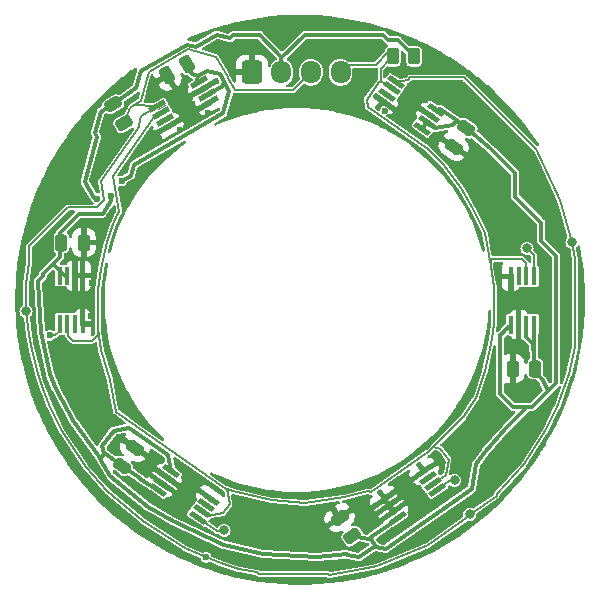
<source format=gbr>
%TF.GenerationSoftware,KiCad,Pcbnew,7.0.10*%
%TF.CreationDate,2024-07-16T17:41:30-07:00*%
%TF.ProjectId,Thermistor Ring,54686572-6d69-4737-946f-722052696e67,rev?*%
%TF.SameCoordinates,Original*%
%TF.FileFunction,Copper,L1,Top*%
%TF.FilePolarity,Positive*%
%FSLAX46Y46*%
G04 Gerber Fmt 4.6, Leading zero omitted, Abs format (unit mm)*
G04 Created by KiCad (PCBNEW 7.0.10) date 2024-07-16 17:41:30*
%MOMM*%
%LPD*%
G01*
G04 APERTURE LIST*
G04 Aperture macros list*
%AMRoundRect*
0 Rectangle with rounded corners*
0 $1 Rounding radius*
0 $2 $3 $4 $5 $6 $7 $8 $9 X,Y pos of 4 corners*
0 Add a 4 corners polygon primitive as box body*
4,1,4,$2,$3,$4,$5,$6,$7,$8,$9,$2,$3,0*
0 Add four circle primitives for the rounded corners*
1,1,$1+$1,$2,$3*
1,1,$1+$1,$4,$5*
1,1,$1+$1,$6,$7*
1,1,$1+$1,$8,$9*
0 Add four rect primitives between the rounded corners*
20,1,$1+$1,$2,$3,$4,$5,0*
20,1,$1+$1,$4,$5,$6,$7,0*
20,1,$1+$1,$6,$7,$8,$9,0*
20,1,$1+$1,$8,$9,$2,$3,0*%
%AMRotRect*
0 Rectangle, with rotation*
0 The origin of the aperture is its center*
0 $1 length*
0 $2 width*
0 $3 Rotation angle, in degrees counterclockwise*
0 Add horizontal line*
21,1,$1,$2,0,0,$3*%
G04 Aperture macros list end*
%TA.AperFunction,SMDPad,CuDef*%
%ADD10RotRect,1.524000X0.457200X145.000000*%
%TD*%
%TA.AperFunction,SMDPad,CuDef*%
%ADD11RoundRect,0.250000X0.532491X0.067661X0.245703X0.477237X-0.532491X-0.067661X-0.245703X-0.477237X0*%
%TD*%
%TA.AperFunction,SMDPad,CuDef*%
%ADD12RoundRect,0.250000X-0.020994X0.536362X-0.454006X0.286362X0.020994X-0.536362X0.454006X-0.286362X0*%
%TD*%
%TA.AperFunction,SMDPad,CuDef*%
%ADD13RoundRect,0.250000X-0.250000X-0.475000X0.250000X-0.475000X0.250000X0.475000X-0.250000X0.475000X0*%
%TD*%
%TA.AperFunction,SMDPad,CuDef*%
%ADD14RotRect,1.524000X0.457200X325.000000*%
%TD*%
%TA.AperFunction,SMDPad,CuDef*%
%ADD15RoundRect,0.250000X0.250000X0.475000X-0.250000X0.475000X-0.250000X-0.475000X0.250000X-0.475000X0*%
%TD*%
%TA.AperFunction,SMDPad,CuDef*%
%ADD16RoundRect,0.250000X0.245703X-0.477237X0.532491X-0.067661X-0.245703X0.477237X-0.532491X0.067661X0*%
%TD*%
%TA.AperFunction,SMDPad,CuDef*%
%ADD17RotRect,1.524000X0.457200X30.000000*%
%TD*%
%TA.AperFunction,SMDPad,CuDef*%
%ADD18R,0.457200X1.524000*%
%TD*%
%TA.AperFunction,SMDPad,CuDef*%
%ADD19RoundRect,0.250000X-0.520961X0.002332X-0.258461X-0.452332X0.520961X-0.002332X0.258461X0.452332X0*%
%TD*%
%TA.AperFunction,SMDPad,CuDef*%
%ADD20RoundRect,0.250000X0.262500X0.450000X-0.262500X0.450000X-0.262500X-0.450000X0.262500X-0.450000X0*%
%TD*%
%TA.AperFunction,SMDPad,CuDef*%
%ADD21RoundRect,0.250000X-0.245703X0.477237X-0.532491X0.067661X0.245703X-0.477237X0.532491X-0.067661X0*%
%TD*%
%TA.AperFunction,SMDPad,CuDef*%
%ADD22RotRect,1.524000X0.457200X215.000000*%
%TD*%
%TA.AperFunction,ComponentPad*%
%ADD23RoundRect,0.250000X-0.600000X-0.725000X0.600000X-0.725000X0.600000X0.725000X-0.600000X0.725000X0*%
%TD*%
%TA.AperFunction,ComponentPad*%
%ADD24O,1.700000X1.950000*%
%TD*%
%TA.AperFunction,ViaPad*%
%ADD25C,0.600000*%
%TD*%
%TA.AperFunction,ViaPad*%
%ADD26C,0.800000*%
%TD*%
%TA.AperFunction,Conductor*%
%ADD27C,0.380000*%
%TD*%
%TA.AperFunction,Conductor*%
%ADD28C,0.160000*%
%TD*%
%TA.AperFunction,Conductor*%
%ADD29C,0.100000*%
%TD*%
G04 APERTURE END LIST*
D10*
%TO.P,U6,1,SDA*%
%TO.N,/SDA*%
X65331066Y-75390892D03*
%TO.P,U6,2,SCL*%
%TO.N,/SCL*%
X65703889Y-74858445D03*
%TO.P,U6,3,ALERT*%
%TO.N,unconnected-(U6-ALERT-Pad3)*%
X66076715Y-74325995D03*
%TO.P,U6,4,GND*%
%TO.N,GND*%
X66449539Y-73793547D03*
%TO.P,U6,5,A2*%
%TO.N,/Power 3.3-5V*%
X63099698Y-71447964D03*
%TO.P,U6,6,A1*%
%TO.N,GND*%
X62726875Y-71980411D03*
%TO.P,U6,7,A0*%
X62354049Y-72512861D03*
%TO.P,U6,8,VDD*%
%TO.N,/Power 3.3-5V*%
X61981225Y-73045309D03*
%TD*%
D11*
%TO.P,C1,1*%
%TO.N,/Power 3.3-5V*%
X78441053Y-76960124D03*
%TO.P,C1,2*%
%TO.N,GND*%
X77351257Y-75403736D03*
%TD*%
D12*
%TO.P,C3,1*%
%TO.N,/Power 3.3-5V*%
X64409482Y-37007975D03*
%TO.P,C3,2*%
%TO.N,GND*%
X62764034Y-37957975D03*
%TD*%
D13*
%TO.P,C2,1*%
%TO.N,/Power 3.3-5V*%
X53789691Y-52108270D03*
%TO.P,C2,2*%
%TO.N,GND*%
X55689691Y-52108270D03*
%TD*%
D14*
%TO.P,U7,1,SDA*%
%TO.N,/SDA*%
X82124310Y-38522819D03*
%TO.P,U7,2,SCL*%
%TO.N,/SCL*%
X81751487Y-39055266D03*
%TO.P,U7,3,ALERT*%
%TO.N,unconnected-(U7-ALERT-Pad3)*%
X81378661Y-39587716D03*
%TO.P,U7,4,GND*%
%TO.N,GND*%
X81005837Y-40120164D03*
%TO.P,U7,5,A2*%
%TO.N,/Power 3.3-5V*%
X84355678Y-42465747D03*
%TO.P,U7,6,A1*%
X84728501Y-41933300D03*
%TO.P,U7,7,A0*%
%TO.N,GND*%
X85101327Y-41400850D03*
%TO.P,U7,8,VDD*%
%TO.N,/Power 3.3-5V*%
X85474151Y-40868402D03*
%TD*%
D15*
%TO.P,C6,1*%
%TO.N,/Power 3.3-5V*%
X93904426Y-62792212D03*
%TO.P,C6,2*%
%TO.N,GND*%
X92004426Y-62792212D03*
%TD*%
D16*
%TO.P,C5,1*%
%TO.N,/Power 3.3-5V*%
X58929095Y-71019946D03*
%TO.P,C5,2*%
%TO.N,GND*%
X60018891Y-69463558D03*
%TD*%
D17*
%TO.P,U2,1,SDA*%
%TO.N,/SDA*%
X61896282Y-40575584D03*
%TO.P,U2,2,SCL*%
%TO.N,/SCL*%
X62221281Y-41138499D03*
%TO.P,U2,3,ALERT*%
%TO.N,unconnected-(U2-ALERT-Pad3)*%
X62546282Y-41701417D03*
%TO.P,U2,4,GND*%
%TO.N,GND*%
X62871281Y-42264332D03*
%TO.P,U2,5,A2*%
X66412806Y-40219632D03*
%TO.P,U2,6,A1*%
%TO.N,/Power 3.3-5V*%
X66087807Y-39656717D03*
%TO.P,U2,7,A0*%
%TO.N,GND*%
X65762806Y-39093799D03*
%TO.P,U2,8,VDD*%
%TO.N,/Power 3.3-5V*%
X65437807Y-38530884D03*
%TD*%
D18*
%TO.P,U5,1,SDA*%
%TO.N,/SDA*%
X93816207Y-54962327D03*
%TO.P,U5,2,SCL*%
%TO.N,/SCL*%
X93166209Y-54962327D03*
%TO.P,U5,3,ALERT*%
%TO.N,unconnected-(U5-ALERT-Pad3)*%
X92516207Y-54962327D03*
%TO.P,U5,4,GND*%
%TO.N,GND*%
X91866209Y-54962327D03*
%TO.P,U5,5,A2*%
%TO.N,/Power 3.3-5V*%
X91866209Y-59051727D03*
%TO.P,U5,6,A1*%
%TO.N,GND*%
X92516207Y-59051727D03*
%TO.P,U5,7,A0*%
%TO.N,/Power 3.3-5V*%
X93166209Y-59051727D03*
%TO.P,U5,8,VDD*%
X93816207Y-59051727D03*
%TD*%
D19*
%TO.P,R3,1*%
%TO.N,/Power 3.3-5V*%
X58199024Y-40410103D03*
%TO.P,R3,2*%
%TO.N,/SDA*%
X59111524Y-41990599D03*
%TD*%
D20*
%TO.P,R2,2*%
%TO.N,/SCL*%
X81846153Y-36356930D03*
%TO.P,R2,1*%
%TO.N,/Power 3.3-5V*%
X83671153Y-36356930D03*
%TD*%
D21*
%TO.P,C4,1*%
%TO.N,/Power 3.3-5V*%
X88093928Y-42426502D03*
%TO.P,C4,2*%
%TO.N,GND*%
X87004132Y-43982890D03*
%TD*%
D18*
%TO.P,U3,8,VDD*%
%TO.N,/Power 3.3-5V*%
X53639195Y-54915542D03*
%TO.P,U3,7,A0*%
X54289193Y-54915542D03*
%TO.P,U3,6,A1*%
%TO.N,GND*%
X54939195Y-54915542D03*
%TO.P,U3,5,A2*%
X55589193Y-54915542D03*
%TO.P,U3,4,GND*%
X55589193Y-59004942D03*
%TO.P,U3,3,ALERT*%
%TO.N,unconnected-(U3-ALERT-Pad3)*%
X54939195Y-59004942D03*
%TO.P,U3,2,SCL*%
%TO.N,/SCL*%
X54289193Y-59004942D03*
%TO.P,U3,1,SDA*%
%TO.N,/SDA*%
X53639195Y-59004942D03*
%TD*%
D22*
%TO.P,U4,1,SDA*%
%TO.N,/SDA*%
X85626557Y-73084126D03*
%TO.P,U4,2,SCL*%
%TO.N,/SCL*%
X85253733Y-72551678D03*
%TO.P,U4,3,ALERT*%
%TO.N,unconnected-(U4-ALERT-Pad3)*%
X84880907Y-72019228D03*
%TO.P,U4,4,GND*%
%TO.N,GND*%
X84508084Y-71486781D03*
%TO.P,U4,5,A2*%
X81158243Y-73832364D03*
%TO.P,U4,6,A1*%
X81531067Y-74364812D03*
%TO.P,U4,7,A0*%
X81903893Y-74897262D03*
%TO.P,U4,8,VDD*%
%TO.N,/Power 3.3-5V*%
X82276716Y-75429709D03*
%TD*%
D23*
%TO.P,J1,1,Pin_1*%
%TO.N,GND*%
X69932085Y-37702705D03*
D24*
%TO.P,J1,2,Pin_2*%
%TO.N,/Power 3.3-5V*%
X72432085Y-37702705D03*
%TO.P,J1,3,Pin_3*%
%TO.N,/SDA*%
X74932085Y-37702705D03*
%TO.P,J1,4,Pin_4*%
%TO.N,/SCL*%
X77432085Y-37702705D03*
%TD*%
D25*
%TO.N,GND*%
X60705267Y-71268878D03*
X61385274Y-70951522D03*
X65013387Y-41857681D03*
X51977412Y-53674709D03*
X70427397Y-79294718D03*
X61842848Y-39725021D03*
X62042823Y-43254887D03*
X82486952Y-73370784D03*
X79557776Y-75483302D03*
X65210116Y-72997215D03*
X76721744Y-39480668D03*
X63800639Y-42620865D03*
X83374673Y-40915366D03*
X90994938Y-66168897D03*
X82354170Y-41784633D03*
X94485855Y-66667213D03*
X89660857Y-66442214D03*
X63254817Y-74844625D03*
X56964690Y-52008268D03*
X64647283Y-39845949D03*
X90732854Y-40165010D03*
X69102081Y-40372702D03*
X59249495Y-65783415D03*
X90187408Y-71354706D03*
X84286408Y-74723221D03*
X52896485Y-56983106D03*
X56447392Y-65154707D03*
X84267123Y-39048454D03*
X92210854Y-60767211D03*
X81190757Y-41012264D03*
X83998186Y-40460774D03*
X55266914Y-56471120D03*
X85546148Y-37081932D03*
X92525895Y-57491885D03*
X58267356Y-43606548D03*
X86837385Y-39354711D03*
X55814691Y-50483271D03*
X83335520Y-72263873D03*
X74946151Y-76256930D03*
X61732850Y-38845011D03*
X59502852Y-47845011D03*
X82453077Y-72148750D03*
X76897398Y-33674716D03*
X91310853Y-57592211D03*
X63411014Y-73422141D03*
X78963895Y-40753471D03*
X88312844Y-65135011D03*
X68282089Y-37722711D03*
X55769383Y-42248598D03*
X56301887Y-67623864D03*
X93421153Y-46706934D03*
X56400621Y-55570857D03*
X56309411Y-56955724D03*
X94777509Y-56748083D03*
X53424949Y-60918909D03*
X64920601Y-72371882D03*
X54737405Y-70564707D03*
X72647398Y-76534717D03*
X53527684Y-46416487D03*
X92160855Y-64742214D03*
X91307346Y-51366406D03*
X88464455Y-45001738D03*
X85660775Y-43107231D03*
X96337404Y-54704715D03*
X72212093Y-40022728D03*
X51689688Y-50633268D03*
X73127402Y-80734716D03*
X91895888Y-56351892D03*
X66220636Y-41180849D03*
X55596910Y-57431115D03*
X97792077Y-57042709D03*
X56284931Y-58358897D03*
X63955896Y-72888074D03*
X53668023Y-48186014D03*
X65246917Y-40804552D03*
X69982086Y-35932715D03*
X63500639Y-39223649D03*
X56762745Y-71102434D03*
X72987405Y-33734711D03*
%TO.N,/Power 3.3-5V*%
X57962641Y-48144437D03*
X58896624Y-46895543D03*
X56843512Y-48399545D03*
D26*
%TO.N,/SDA*%
X97032194Y-52087728D03*
X87085967Y-72250251D03*
X88382294Y-75109204D03*
X50804196Y-57929713D03*
X67568186Y-76471716D03*
X93222181Y-52595709D03*
D25*
X52836184Y-59961713D03*
X66044186Y-78757723D03*
%TD*%
D27*
%TO.N,/Power 3.3-5V*%
X80473610Y-77924486D02*
X80229879Y-77881510D01*
X78021751Y-78560204D02*
X77982200Y-78503721D01*
X80229879Y-77881510D02*
X79011392Y-78734706D01*
X79011392Y-78734706D02*
X78021751Y-78560204D01*
X57944366Y-71899303D02*
X57104496Y-70403408D01*
X77982200Y-78503721D02*
X75442187Y-78757723D01*
X75442187Y-78757723D02*
X70870189Y-78503722D01*
X61089861Y-74468028D02*
X58421520Y-72263922D01*
X70870189Y-78503722D02*
X67568182Y-77741721D01*
X67568182Y-77741721D02*
X63250195Y-75709714D01*
X63250195Y-75709714D02*
X61089861Y-74468028D01*
X58421520Y-72263922D02*
X57944366Y-71899303D01*
X79806508Y-77200897D02*
X79989546Y-77233172D01*
X79989546Y-77233172D02*
X80473610Y-77924486D01*
X93237706Y-66042213D02*
X91444186Y-67835731D01*
X91444186Y-67835731D02*
X89666183Y-69867720D01*
X88534128Y-72982394D02*
X81274426Y-78065692D01*
X89666183Y-69867720D02*
X88904183Y-70883713D01*
X88904183Y-70883713D02*
X88534128Y-72982394D01*
X81274426Y-78065692D02*
X80473610Y-77924486D01*
X91866207Y-59051731D02*
X91287653Y-59630282D01*
X91287653Y-59630282D02*
X91287662Y-59647383D01*
X91287662Y-59647383D02*
X90960855Y-59974189D01*
X90960855Y-59974189D02*
X90960855Y-64967211D01*
X90960855Y-64967211D02*
X92035856Y-66042213D01*
X92035856Y-66042213D02*
X93237706Y-66042213D01*
X95682610Y-63995458D02*
X94973355Y-64704713D01*
X94973355Y-64704713D02*
X93635854Y-66042212D01*
X94542217Y-63721690D02*
X94973355Y-64704713D01*
X94542217Y-63721690D02*
X93904425Y-63083898D01*
X93904425Y-63083898D02*
X93904423Y-62792214D01*
X93904423Y-62792214D02*
X93815886Y-62703672D01*
X93815886Y-62703672D02*
X93815885Y-59052037D01*
X93815885Y-59052037D02*
X93816196Y-59051733D01*
X95682608Y-53265419D02*
X95682610Y-63995458D01*
X93635854Y-66042212D02*
X93237706Y-66042213D01*
X94429478Y-52012296D02*
X95682608Y-53265419D01*
X94429484Y-50422304D02*
X94429478Y-52012296D01*
X88396161Y-42689709D02*
X90174191Y-44213710D01*
X92219476Y-48212287D02*
X94429484Y-50422304D01*
X92219474Y-46259006D02*
X92219476Y-48212287D01*
X90174191Y-44213710D02*
X92219474Y-46259006D01*
X87126186Y-41673715D02*
X88396161Y-42689709D01*
X85875112Y-40797705D02*
X87126186Y-41673715D01*
X85474148Y-40868409D02*
X85875112Y-40797705D01*
X57893992Y-70264190D02*
X57366485Y-69894829D01*
X57366485Y-69894829D02*
X57274484Y-69373054D01*
X57274484Y-69373054D02*
X58214796Y-68030149D01*
X58214796Y-68030149D02*
X59558147Y-67793281D01*
X59558147Y-67793281D02*
X62863367Y-70107622D01*
X62863367Y-70107622D02*
X63099704Y-71447957D01*
D28*
%TO.N,/SCL*%
X56900183Y-59453724D02*
X56900188Y-59922773D01*
X56900188Y-59922773D02*
X56363810Y-60459155D01*
X54811442Y-60459150D02*
X54364174Y-60011896D01*
X56363810Y-60459155D02*
X54811442Y-60459150D01*
X54364174Y-60011896D02*
X54364187Y-58357253D01*
%TO.N,/SDA*%
X59914349Y-40468288D02*
X61896283Y-40575586D01*
X60381066Y-42315592D02*
X57156376Y-46920927D01*
X50804190Y-55643730D02*
X50804196Y-57929713D01*
X61896283Y-40575586D02*
X61869348Y-40676134D01*
X61869348Y-40676134D02*
X60562381Y-41430705D01*
X60562381Y-41430705D02*
X60358926Y-42190027D01*
X57156376Y-46920927D02*
X57438504Y-48520975D01*
X60358926Y-42190027D02*
X60381066Y-42315592D01*
X57438504Y-48520975D02*
X56826209Y-49133276D01*
X56826209Y-49133276D02*
X54364690Y-49133269D01*
X51058200Y-53865731D02*
X50804190Y-55643730D01*
X54364690Y-49133269D02*
X51058198Y-52439761D01*
X51058198Y-52439761D02*
X51058200Y-53865731D01*
D27*
%TO.N,/Power 3.3-5V*%
X57962641Y-48144437D02*
X58040400Y-48585421D01*
X58040400Y-48585421D02*
X57288034Y-49659900D01*
X57288034Y-49659900D02*
X55288058Y-49659904D01*
X55288058Y-49659904D02*
X53664193Y-51283762D01*
X53664193Y-51283762D02*
X53664189Y-53357696D01*
X56900188Y-70121716D02*
X57104496Y-70403408D01*
X61981232Y-73045305D02*
X61507004Y-72713253D01*
X58964419Y-71013713D02*
X58929104Y-71019942D01*
X61507004Y-72713253D02*
X61401701Y-72731811D01*
X61401701Y-72731811D02*
X60485844Y-72090533D01*
X58929104Y-71019942D02*
X57900210Y-70299506D01*
X60485844Y-72090533D02*
X60483552Y-72077422D01*
X60483552Y-72077422D02*
X58964419Y-71013713D01*
X57900210Y-70299506D02*
X57893992Y-70264190D01*
X80275519Y-76872491D02*
X79806508Y-77200897D01*
X79806508Y-77200897D02*
X78441045Y-76960118D01*
D28*
%TO.N,/SDA*%
X97032194Y-52087728D02*
X96016194Y-48531715D01*
X96016194Y-48531715D02*
X93984179Y-44213721D01*
X83111882Y-38348692D02*
X82124317Y-38522820D01*
X93984179Y-44213721D02*
X87902396Y-38131926D01*
X87902396Y-38131926D02*
X83328652Y-38131929D01*
X83328652Y-38131929D02*
X83111882Y-38348692D01*
%TO.N,/SCL*%
X77432083Y-37702710D02*
X78052082Y-37082710D01*
X78052082Y-37082710D02*
X80402969Y-37082708D01*
X80402969Y-37082708D02*
X81487448Y-35998232D01*
X81487448Y-35998232D02*
X81555393Y-36066160D01*
X81555393Y-36066160D02*
X81555389Y-36647696D01*
X81555389Y-36647696D02*
X80825608Y-37377477D01*
X80825608Y-37377477D02*
X80825599Y-38498546D01*
D27*
%TO.N,/Power 3.3-5V*%
X81473755Y-34989424D02*
X82303652Y-34989424D01*
X82303652Y-34989424D02*
X83671154Y-36356924D01*
X64448744Y-35346138D02*
X60504212Y-37623523D01*
X60504212Y-37623523D02*
X60133418Y-39007336D01*
X65182458Y-35542742D02*
X64448744Y-35346138D01*
X68330197Y-34561733D02*
X68076178Y-34815723D01*
X72432090Y-37702712D02*
X72432079Y-36372715D01*
X72432079Y-36372715D02*
X70621095Y-34561725D01*
X68076178Y-34815723D02*
X66959808Y-34516579D01*
X72432090Y-36522720D02*
X72432090Y-37702712D01*
X66959808Y-34516579D02*
X65182458Y-35542742D01*
X81473755Y-34989424D02*
X80998223Y-34513888D01*
X74440917Y-34513886D02*
X72432090Y-36522720D01*
X80998223Y-34513888D02*
X74440917Y-34513886D01*
X70621095Y-34561725D02*
X68330197Y-34561733D01*
X60133418Y-39007336D02*
X58199029Y-40410097D01*
X58199029Y-40410097D02*
X57119943Y-41033107D01*
X57119943Y-41033107D02*
X56636999Y-42835474D01*
X56578939Y-48328657D02*
X56843512Y-48399545D01*
X56636999Y-42835474D02*
X56811996Y-43138584D01*
X56811996Y-43138584D02*
X55788276Y-46959190D01*
X55788276Y-46959190D02*
X56578939Y-48328657D01*
D28*
%TO.N,/SDA*%
X59635251Y-40744882D02*
X59111533Y-41990595D01*
D27*
%TO.N,/Power 3.3-5V*%
X53344197Y-64533716D02*
X52836183Y-63263733D01*
X52235825Y-54786079D02*
X53664181Y-53357712D01*
X84728501Y-41933301D02*
X84355672Y-42465758D01*
X57586808Y-70049107D02*
X57319596Y-70096222D01*
X67221135Y-37863989D02*
X66131210Y-37571954D01*
X87170672Y-41815572D02*
X86954079Y-42124889D01*
X84738648Y-41990857D02*
X85066881Y-42220692D01*
X67555866Y-38443790D02*
X67440075Y-38876003D01*
X53204274Y-53979816D02*
X54140007Y-54915555D01*
X52235829Y-54974083D02*
X52235825Y-54786079D01*
X93749934Y-61218903D02*
X93749943Y-60681247D01*
X57893992Y-70264190D02*
X57586808Y-70049107D01*
X67440075Y-38876003D02*
X65663707Y-39901576D01*
X67497564Y-41179057D02*
X68016633Y-39241858D01*
X65396865Y-37995926D02*
X65311940Y-38312870D01*
X54868181Y-67327723D02*
X53344197Y-64533716D01*
X59687653Y-46438845D02*
X59925650Y-45550708D01*
X84728501Y-41933301D02*
X84738648Y-41990857D01*
X93749943Y-60681247D02*
X93166197Y-60097505D01*
X86954079Y-42124889D02*
X85394762Y-42399834D01*
X52836183Y-63263733D02*
X52074184Y-59707703D01*
X66131210Y-37571954D02*
X65396865Y-37995926D01*
X80275519Y-76872491D02*
X82268355Y-75477089D01*
X52074184Y-59707703D02*
X51820184Y-55389714D01*
X65396865Y-37995926D02*
X64892179Y-37860702D01*
X85394762Y-42399834D02*
X84728501Y-41933301D01*
X53042102Y-53979816D02*
X53204274Y-53979816D01*
X82268355Y-75477089D02*
X82276712Y-75429723D01*
X51820184Y-55389714D02*
X52235829Y-54974083D01*
X59925650Y-45550708D02*
X67497564Y-41179057D01*
X68016633Y-39241858D02*
X67221135Y-37863989D01*
X58896624Y-46895543D02*
X59687653Y-46438845D01*
X52235825Y-54786079D02*
X53042102Y-53979816D01*
X64892179Y-37860702D02*
X64527470Y-37229021D01*
X56900188Y-70121716D02*
X54868181Y-67327723D01*
X57319596Y-70096222D02*
X57104496Y-70403408D01*
X65311940Y-38312870D02*
X65437815Y-38530892D01*
X54140007Y-54915555D02*
X54289191Y-54915549D01*
X93166197Y-60097505D02*
X93166204Y-59051733D01*
D28*
%TO.N,/SDA*%
X93816197Y-53189728D02*
X93816198Y-54962335D01*
X93222181Y-52595709D02*
X93816197Y-53189728D01*
X68492079Y-39212705D02*
X73422089Y-39212706D01*
X59635251Y-40744882D02*
X59914349Y-40468288D01*
X90654817Y-73579015D02*
X90682197Y-73423742D01*
X67876923Y-38119869D02*
X67871916Y-38138562D01*
X67871916Y-38138562D02*
X68492079Y-39212705D01*
X61182389Y-37658695D02*
X64500407Y-35743041D01*
X80522189Y-79519734D02*
X79252185Y-79773720D01*
X88382294Y-75109204D02*
X88451926Y-75121482D01*
X53299757Y-59961724D02*
X53639191Y-59622287D01*
X90682197Y-73423742D02*
X92968205Y-70883721D01*
X92968205Y-70883721D02*
X94746189Y-68089698D01*
X70362186Y-80027720D02*
X68838199Y-79773706D01*
X96778187Y-63263729D02*
X97286201Y-60977728D01*
X51312181Y-61231711D02*
X51820180Y-63263712D01*
X59914349Y-40468288D02*
X60523863Y-40116397D01*
X57662187Y-73169720D02*
X60710188Y-75709725D01*
X52836171Y-66057726D02*
X53852187Y-68089718D01*
X55884181Y-71137704D02*
X57662187Y-73169720D01*
X64500407Y-35743041D02*
X66871470Y-36378367D01*
X53639191Y-59622287D02*
X53639200Y-58582238D01*
X76331481Y-80155020D02*
X70489486Y-80155017D01*
X94746189Y-68089698D02*
X95762179Y-66057726D01*
X66988259Y-76573969D02*
X64989396Y-75174346D01*
X60523863Y-40116397D02*
X61182389Y-37658695D01*
X66871470Y-36378367D02*
X67876923Y-38119869D01*
X67314201Y-79265726D02*
X66044186Y-78757723D01*
X93816198Y-54962335D02*
X93816202Y-55385038D01*
X53852187Y-68089718D02*
X55884181Y-71137704D01*
X84840196Y-77741734D02*
X80522189Y-79519734D01*
X95762179Y-66057726D02*
X96778187Y-63263729D01*
X51058192Y-59961713D02*
X51312181Y-61231711D01*
X70489486Y-80155017D02*
X70362186Y-80027720D01*
X50804196Y-57929713D02*
X51058192Y-59961713D01*
X97292106Y-60971827D02*
X97292085Y-53517190D01*
X88451926Y-75121482D02*
X90654817Y-73579015D01*
X79252185Y-79773720D02*
X76458200Y-80281724D01*
X68838199Y-79773706D02*
X67314201Y-79265726D01*
X97292085Y-53517190D02*
X97032194Y-52087728D01*
X60710188Y-75709725D02*
X64266192Y-77995716D01*
X97286201Y-60977728D02*
X97292106Y-60971827D01*
X67568186Y-76471716D02*
X66988259Y-76573969D01*
X64266192Y-77995716D02*
X66044186Y-78757723D01*
X88351656Y-75282956D02*
X84840196Y-77741734D01*
X52836184Y-59961713D02*
X53299757Y-59961724D01*
X52328167Y-64787709D02*
X52836171Y-66057726D01*
X73422089Y-39212706D02*
X74883385Y-37751420D01*
X76458200Y-80281724D02*
X76331481Y-80155020D01*
X88382294Y-75109204D02*
X88351656Y-75282956D01*
X85640295Y-73006151D02*
X85626554Y-73084127D01*
X87085967Y-72250251D02*
X86793490Y-72198680D01*
X86793490Y-72198680D02*
X85640295Y-73006151D01*
D29*
X62569713Y-40446591D02*
X61982366Y-40785708D01*
D28*
X51820180Y-63263712D02*
X52328167Y-64787709D01*
%TO.N,/SCL*%
X67740434Y-72980942D02*
X58384936Y-66430157D01*
X67509944Y-75012895D02*
X66243424Y-75236223D01*
X67822176Y-72966531D02*
X68047630Y-74245041D01*
X86110191Y-45483712D02*
X87634185Y-47515733D01*
X89666184Y-63009728D02*
X88904192Y-65295718D01*
X84825922Y-69865202D02*
X80036903Y-73218519D01*
X80036903Y-73218519D02*
X79760174Y-73169721D01*
X65234736Y-74529942D02*
X65216333Y-74425527D01*
X90030553Y-53511890D02*
X92765882Y-53511881D01*
X77728189Y-73677708D02*
X74426185Y-74185728D01*
X85936251Y-69574416D02*
X85979315Y-69635897D01*
X62697187Y-41054589D02*
X61842101Y-41205370D01*
X79760174Y-73169721D02*
X77728189Y-73677708D01*
X93135895Y-55565314D02*
X93091175Y-55610031D01*
X79636347Y-40047148D02*
X79739618Y-40632761D01*
X58170182Y-50563710D02*
X57662192Y-52087706D01*
X62819711Y-40879621D02*
X62697187Y-41054589D01*
X58545958Y-49737033D02*
X58170182Y-50563710D01*
X57154198Y-54373727D02*
X56900188Y-56151719D01*
X71632169Y-73931721D02*
X68330186Y-73169715D01*
X86355093Y-71780499D02*
X85253727Y-72551673D01*
X87634185Y-47515733D02*
X88650173Y-49293725D01*
X87888180Y-66819721D02*
X85253830Y-69454075D01*
X88904192Y-65295718D02*
X87888180Y-66819721D01*
X80936738Y-38484769D02*
X80701269Y-38526292D01*
X80701269Y-38526292D02*
X79636347Y-40047148D01*
X85253830Y-69454075D02*
X85936251Y-69574416D01*
X90428185Y-55897720D02*
X90421728Y-55904188D01*
X58384936Y-66430157D02*
X57916189Y-63771715D01*
X85979315Y-69635897D02*
X86581573Y-70496007D01*
X58715896Y-49494356D02*
X58545958Y-49737033D01*
X84840163Y-44213727D02*
X86110191Y-45483712D01*
X92765882Y-53511881D02*
X93135893Y-53881891D01*
X74426185Y-74185728D02*
X71632169Y-73931721D01*
X90131855Y-54119724D02*
X90428185Y-55897720D01*
X66243424Y-75236223D02*
X65234736Y-74529942D01*
X57662192Y-52087706D02*
X57154198Y-54373727D01*
X67822176Y-72966531D02*
X67740434Y-72980942D01*
X93135893Y-53881891D02*
X93135895Y-55565314D01*
X68330186Y-73169715D02*
X67822176Y-72966531D01*
X84840187Y-69867728D02*
X84825922Y-69865202D01*
X90174179Y-60723710D02*
X89666184Y-63009728D01*
X58177208Y-46439359D02*
X58715896Y-49494356D01*
X90319328Y-59707713D02*
X90174179Y-60723710D01*
X90428181Y-58945710D02*
X90319328Y-59707713D01*
X57916189Y-63771715D02*
X57154183Y-61231717D01*
X86581573Y-70496007D02*
X86355093Y-71780499D01*
X90421735Y-58939269D02*
X90428181Y-58945710D01*
X90131850Y-53613194D02*
X90030553Y-53511890D01*
X68047630Y-74245041D02*
X67509944Y-75012895D01*
X88650173Y-49293725D02*
X89666182Y-51325716D01*
X85253830Y-69454075D02*
X84840187Y-69867728D01*
X81751487Y-39055273D02*
X80936738Y-38484769D01*
X90421728Y-55904188D02*
X90421735Y-58939269D01*
X84838254Y-44202880D02*
X84840163Y-44213727D01*
X89666182Y-51325716D02*
X90131855Y-54119724D01*
X61842101Y-41205370D02*
X58177208Y-46439359D01*
X56900188Y-56151719D02*
X56900183Y-59453724D01*
X79739618Y-40632761D02*
X84838254Y-44202880D01*
X57154183Y-61231717D02*
X56900183Y-59453724D01*
X90131855Y-54119724D02*
X90131850Y-53613194D01*
%TD*%
%TA.AperFunction,Conductor*%
%TO.N,GND*%
G36*
X60143885Y-37315511D02*
G01*
X60191755Y-37366404D01*
X60204512Y-37435100D01*
X60188546Y-37484469D01*
X60177020Y-37504433D01*
X60170060Y-37543904D01*
X60167719Y-37554462D01*
X59845055Y-38758654D01*
X59808690Y-38818314D01*
X59798075Y-38826944D01*
X58760468Y-39579385D01*
X58694641Y-39602805D01*
X58632652Y-39588331D01*
X58632317Y-39589085D01*
X58628390Y-39587336D01*
X58626601Y-39586919D01*
X58624257Y-39585496D01*
X58623405Y-39585117D01*
X58623402Y-39585116D01*
X58597352Y-39578136D01*
X58500124Y-39552083D01*
X58372674Y-39558763D01*
X58283495Y-39592995D01*
X58283490Y-39592998D01*
X57449153Y-40074703D01*
X57449141Y-40074711D01*
X57374917Y-40134817D01*
X57305407Y-40241855D01*
X57272374Y-40365132D01*
X57272374Y-40365133D01*
X57277758Y-40467866D01*
X57261609Y-40535844D01*
X57215928Y-40581742D01*
X56966151Y-40725951D01*
X56956558Y-40730945D01*
X56920230Y-40747885D01*
X56891883Y-40776231D01*
X56883912Y-40783534D01*
X56853213Y-40809293D01*
X56851301Y-40811572D01*
X56836433Y-40830949D01*
X56834722Y-40833392D01*
X56817782Y-40869719D01*
X56812791Y-40879305D01*
X56792753Y-40914015D01*
X56792750Y-40914022D01*
X56785790Y-40953488D01*
X56783450Y-40964044D01*
X56311057Y-42727035D01*
X56307805Y-42737348D01*
X56294100Y-42775005D01*
X56294098Y-42775013D01*
X56294098Y-42815094D01*
X56293626Y-42825899D01*
X56290133Y-42865820D01*
X56290395Y-42868820D01*
X56293574Y-42892964D01*
X56294098Y-42895936D01*
X56307806Y-42933598D01*
X56311058Y-42943912D01*
X56321431Y-42982624D01*
X56344421Y-43015458D01*
X56350233Y-43024581D01*
X56418338Y-43142546D01*
X56434809Y-43210447D01*
X56430725Y-43236638D01*
X55462333Y-46850756D01*
X55459081Y-46861070D01*
X55445377Y-46898724D01*
X55445375Y-46898732D01*
X55445375Y-46938811D01*
X55444903Y-46949616D01*
X55441410Y-46989537D01*
X55441672Y-46992537D01*
X55444852Y-47016689D01*
X55445375Y-47019652D01*
X55459086Y-47057325D01*
X55462337Y-47067638D01*
X55472707Y-47106339D01*
X55472708Y-47106340D01*
X55495701Y-47139180D01*
X55501511Y-47148301D01*
X55983621Y-47983337D01*
X56268833Y-48477339D01*
X56271789Y-48482458D01*
X56276783Y-48492051D01*
X56293722Y-48528376D01*
X56322054Y-48556707D01*
X56329363Y-48564683D01*
X56355125Y-48595385D01*
X56357445Y-48597332D01*
X56376757Y-48612150D01*
X56379227Y-48613879D01*
X56379229Y-48613881D01*
X56415558Y-48630820D01*
X56425141Y-48635809D01*
X56440944Y-48644933D01*
X56454758Y-48652909D01*
X56486468Y-48679091D01*
X56500401Y-48695171D01*
X56529427Y-48758725D01*
X56519484Y-48827884D01*
X56473730Y-48880688D01*
X56406691Y-48900374D01*
X56406689Y-48900374D01*
X54374021Y-48900369D01*
X54367531Y-48900199D01*
X54327444Y-48898098D01*
X54327443Y-48898098D01*
X54327442Y-48898098D01*
X54327438Y-48898099D01*
X54307445Y-48905773D01*
X54288792Y-48911298D01*
X54267845Y-48915750D01*
X54265805Y-48917233D01*
X54237364Y-48932675D01*
X54235011Y-48933577D01*
X54219865Y-48948723D01*
X54205076Y-48961353D01*
X54187748Y-48973943D01*
X54187741Y-48973950D01*
X54186481Y-48976134D01*
X54166779Y-49001808D01*
X50900114Y-52268472D01*
X50895409Y-52272937D01*
X50865569Y-52299807D01*
X50865567Y-52299810D01*
X50856854Y-52319378D01*
X50847574Y-52336470D01*
X50835910Y-52354431D01*
X50835909Y-52354433D01*
X50835514Y-52356929D01*
X50826325Y-52387947D01*
X50825298Y-52390254D01*
X50825298Y-52411672D01*
X50823771Y-52431070D01*
X50820556Y-52451372D01*
X50820421Y-52452222D01*
X50821073Y-52454657D01*
X50825298Y-52486748D01*
X50825298Y-53840361D01*
X50824052Y-53857898D01*
X50580664Y-55561551D01*
X50571385Y-55593775D01*
X50571290Y-55594226D01*
X50571290Y-55618364D01*
X50570236Y-55633184D01*
X50570168Y-55635020D01*
X50571007Y-55647412D01*
X50571290Y-55655783D01*
X50571293Y-57350360D01*
X50551609Y-57417399D01*
X50522780Y-57448736D01*
X50409861Y-57535381D01*
X50321238Y-57650878D01*
X50265527Y-57785376D01*
X50265526Y-57785378D01*
X50246525Y-57929711D01*
X50246525Y-57929714D01*
X50265526Y-58074047D01*
X50265528Y-58074052D01*
X50321236Y-58208544D01*
X50321236Y-58208545D01*
X50321238Y-58208548D01*
X50321239Y-58208549D01*
X50409863Y-58324046D01*
X50525360Y-58412670D01*
X50568915Y-58430711D01*
X50623318Y-58474552D01*
X50644504Y-58529892D01*
X50819358Y-59928740D01*
X50818553Y-59945791D01*
X50820263Y-59945812D01*
X50820105Y-59958844D01*
X50827258Y-59994607D01*
X50828708Y-60003539D01*
X50830127Y-60014894D01*
X50830162Y-60014993D01*
X50834592Y-60031283D01*
X51071794Y-61217336D01*
X51074123Y-61237241D01*
X51074227Y-61240167D01*
X51084177Y-61279969D01*
X51085470Y-61285720D01*
X51088604Y-61301387D01*
X51090537Y-61307591D01*
X51090340Y-61307652D01*
X51093252Y-61316270D01*
X51579281Y-63260390D01*
X51580562Y-63277620D01*
X51582117Y-63277445D01*
X51583577Y-63290398D01*
X51594897Y-63324360D01*
X51597555Y-63333487D01*
X51600170Y-63343945D01*
X51600511Y-63344643D01*
X51606728Y-63359853D01*
X52087736Y-64802912D01*
X52092287Y-64821002D01*
X52093538Y-64828240D01*
X52108030Y-64864470D01*
X52110536Y-64871310D01*
X52114957Y-64884574D01*
X52117578Y-64890343D01*
X52121926Y-64899212D01*
X52597468Y-66088075D01*
X52601194Y-66105318D01*
X52602443Y-66104994D01*
X52605721Y-66117607D01*
X52621214Y-66148594D01*
X52625433Y-66157987D01*
X52629016Y-66166945D01*
X52629022Y-66166954D01*
X52630084Y-66168541D01*
X52637953Y-66182069D01*
X53620200Y-68146526D01*
X53627945Y-68170183D01*
X53630942Y-68177715D01*
X53630943Y-68177718D01*
X53645256Y-68199188D01*
X53646081Y-68200425D01*
X53653814Y-68213752D01*
X53654821Y-68215767D01*
X53654823Y-68215770D01*
X53660613Y-68223032D01*
X53666830Y-68231549D01*
X55661685Y-71223829D01*
X55673894Y-71249495D01*
X55676307Y-71253814D01*
X55693505Y-71273469D01*
X55703361Y-71286342D01*
X55703970Y-71287256D01*
X55703981Y-71287269D01*
X55711447Y-71294557D01*
X55718149Y-71301634D01*
X57454580Y-73286136D01*
X57455991Y-73287748D01*
X57473933Y-73314661D01*
X57475058Y-73316947D01*
X57491485Y-73330636D01*
X57498180Y-73337171D01*
X57498259Y-73337087D01*
X57503030Y-73341507D01*
X57511896Y-73348143D01*
X57515169Y-73350592D01*
X57520251Y-73354607D01*
X57582100Y-73406148D01*
X60520283Y-75854638D01*
X60536484Y-75872802D01*
X60542605Y-75878867D01*
X60554191Y-75886314D01*
X60565699Y-75893712D01*
X60578033Y-75902763D01*
X60579894Y-75904314D01*
X60586183Y-75907630D01*
X60587951Y-75908563D01*
X60597164Y-75913940D01*
X61546156Y-76524003D01*
X64102155Y-78167137D01*
X64126081Y-78187191D01*
X64128946Y-78190284D01*
X64147080Y-78198055D01*
X64154895Y-78202207D01*
X64155032Y-78201937D01*
X64160836Y-78204860D01*
X64160840Y-78204863D01*
X64176561Y-78210814D01*
X64181470Y-78212794D01*
X65531422Y-78791352D01*
X65585286Y-78835853D01*
X65601725Y-78878393D01*
X65602663Y-78878118D01*
X65605163Y-78886633D01*
X65624263Y-78928455D01*
X65659265Y-79005097D01*
X65744550Y-79103522D01*
X65744552Y-79103523D01*
X65744552Y-79103524D01*
X65768426Y-79118866D01*
X65854110Y-79173931D01*
X65955951Y-79203835D01*
X65979068Y-79210623D01*
X65979069Y-79210623D01*
X66109304Y-79210623D01*
X66132420Y-79203835D01*
X66234262Y-79173931D01*
X66266186Y-79153414D01*
X66333224Y-79133730D01*
X66379277Y-79142599D01*
X66457608Y-79173931D01*
X67170513Y-79459091D01*
X67187267Y-79467306D01*
X67193588Y-79471020D01*
X67193589Y-79471020D01*
X67193590Y-79471021D01*
X67230623Y-79483364D01*
X67237433Y-79485859D01*
X67250432Y-79491059D01*
X67250436Y-79491059D01*
X67250437Y-79491060D01*
X67256498Y-79492775D01*
X67266107Y-79495192D01*
X68719891Y-79979768D01*
X68749052Y-79993959D01*
X68751078Y-79995298D01*
X68770195Y-79998484D01*
X68772283Y-79998832D01*
X68781402Y-80001097D01*
X68781425Y-80000996D01*
X68787771Y-80002395D01*
X68787774Y-80002396D01*
X68802740Y-80004083D01*
X68809179Y-80004981D01*
X70211083Y-80238647D01*
X70273972Y-80269085D01*
X70278375Y-80273278D01*
X70318209Y-80313112D01*
X70322676Y-80317819D01*
X70349533Y-80347646D01*
X70369095Y-80356355D01*
X70386197Y-80365640D01*
X70404160Y-80377306D01*
X70406642Y-80377699D01*
X70437684Y-80386894D01*
X70439982Y-80387917D01*
X70461402Y-80387917D01*
X70480796Y-80389443D01*
X70489998Y-80390900D01*
X70501950Y-80392793D01*
X70501950Y-80392792D01*
X70501951Y-80392793D01*
X70504373Y-80392144D01*
X70536471Y-80387917D01*
X76178638Y-80387918D01*
X76245674Y-80407603D01*
X76273199Y-80431708D01*
X76276618Y-80435738D01*
X76276620Y-80435742D01*
X76297768Y-80452084D01*
X76309619Y-80462511D01*
X76310834Y-80463726D01*
X76319095Y-80469090D01*
X76327365Y-80474955D01*
X76354963Y-80496282D01*
X76354965Y-80496282D01*
X76363763Y-80500515D01*
X76372880Y-80504014D01*
X76372884Y-80504017D01*
X76407333Y-80509471D01*
X76417261Y-80511463D01*
X76451157Y-80519723D01*
X76451158Y-80519722D01*
X76451159Y-80519723D01*
X76460913Y-80520011D01*
X76470670Y-80519499D01*
X76470675Y-80519500D01*
X76504356Y-80510472D01*
X76514258Y-80508249D01*
X79233202Y-80013888D01*
X79243025Y-80013063D01*
X79249312Y-80011805D01*
X79249315Y-80011806D01*
X79294853Y-80002698D01*
X79296926Y-80002302D01*
X79317931Y-79998484D01*
X79317934Y-79998482D01*
X79318575Y-79998366D01*
X79327567Y-79996155D01*
X80528214Y-79756040D01*
X80556030Y-79753683D01*
X80565090Y-79753940D01*
X80582820Y-79746638D01*
X80590962Y-79743700D01*
X80591861Y-79743312D01*
X80591864Y-79743312D01*
X80611790Y-79734725D01*
X80613434Y-79734032D01*
X84895996Y-77970627D01*
X84919542Y-77963568D01*
X84933232Y-77960908D01*
X84972368Y-77933503D01*
X84973196Y-77932930D01*
X85012567Y-77905994D01*
X85012568Y-77905991D01*
X85019794Y-77901048D01*
X85024508Y-77896994D01*
X88197274Y-75675375D01*
X88263478Y-75653048D01*
X88284581Y-75654011D01*
X88382293Y-75666875D01*
X88382294Y-75666875D01*
X88382295Y-75666875D01*
X88430406Y-75660541D01*
X88526630Y-75647873D01*
X88661125Y-75592163D01*
X88661126Y-75592163D01*
X88661126Y-75592162D01*
X88661130Y-75592161D01*
X88776627Y-75503537D01*
X88865251Y-75388040D01*
X88920963Y-75253540D01*
X88939388Y-75113585D01*
X88967654Y-75049689D01*
X88991204Y-75028196D01*
X89001501Y-75020986D01*
X90780759Y-73775146D01*
X90786157Y-73771574D01*
X90791784Y-73768058D01*
X90820216Y-73750293D01*
X90832194Y-73732532D01*
X90844305Y-73717307D01*
X90858910Y-73701648D01*
X90859728Y-73699271D01*
X90874175Y-73670296D01*
X90875582Y-73668211D01*
X90879300Y-73647119D01*
X90884176Y-73628269D01*
X90891145Y-73608034D01*
X90890926Y-73605532D01*
X90892339Y-73573176D01*
X90893796Y-73564917D01*
X90923741Y-73503509D01*
X90960063Y-73463151D01*
X93110976Y-71073233D01*
X93134656Y-71052816D01*
X93138118Y-71050523D01*
X93148745Y-71033821D01*
X93154109Y-71026768D01*
X93153869Y-71026594D01*
X93157686Y-71021337D01*
X93157687Y-71021333D01*
X93157693Y-71021328D01*
X93166077Y-71006797D01*
X93168806Y-71002297D01*
X94912167Y-68262679D01*
X94924611Y-68248625D01*
X94924235Y-68248325D01*
X94932360Y-68238134D01*
X94932360Y-68238133D01*
X94932362Y-68238132D01*
X94946276Y-68210302D01*
X94952561Y-68199203D01*
X94955820Y-68194083D01*
X94957740Y-68188939D01*
X94962986Y-68176883D01*
X95946040Y-66210780D01*
X95957263Y-66194917D01*
X95957234Y-66194899D01*
X95964136Y-66183844D01*
X95964139Y-66183842D01*
X95974044Y-66156598D01*
X95979678Y-66143507D01*
X95981438Y-66139988D01*
X95983348Y-66132638D01*
X95986830Y-66121440D01*
X95988224Y-66117607D01*
X96979330Y-63392090D01*
X96992599Y-63367402D01*
X96994800Y-63362581D01*
X96994800Y-63362580D01*
X96994801Y-63362579D01*
X97000497Y-63336943D01*
X97005011Y-63321468D01*
X97005430Y-63320317D01*
X97006865Y-63310076D01*
X97008609Y-63300443D01*
X97498484Y-61096061D01*
X97509790Y-61069135D01*
X97514363Y-61057234D01*
X97514362Y-61057234D01*
X97514365Y-61057231D01*
X97514768Y-61054689D01*
X97523958Y-61023683D01*
X97525006Y-61021330D01*
X97525005Y-60999975D01*
X97526538Y-60980536D01*
X97529887Y-60959446D01*
X97529218Y-60956949D01*
X97525004Y-60924905D01*
X97524985Y-53560048D01*
X97528510Y-53530691D01*
X97530084Y-53524235D01*
X97526683Y-53505533D01*
X97525364Y-53496320D01*
X97524985Y-53492718D01*
X97524985Y-53492711D01*
X97520983Y-53473887D01*
X97520295Y-53470401D01*
X97364665Y-52614392D01*
X97372040Y-52544914D01*
X97411181Y-52493835D01*
X97426527Y-52482061D01*
X97496645Y-52390680D01*
X97553072Y-52349478D01*
X97622818Y-52345323D01*
X97683739Y-52379535D01*
X97716492Y-52441252D01*
X97716937Y-52443528D01*
X97818412Y-52990000D01*
X97818848Y-52992492D01*
X97834524Y-53087693D01*
X97834910Y-53090193D01*
X97960546Y-53964013D01*
X97960880Y-53966519D01*
X97972660Y-54062271D01*
X97972944Y-54064786D01*
X98008366Y-54410854D01*
X98043701Y-54756084D01*
X98062841Y-54943076D01*
X98063063Y-54945492D01*
X98067884Y-55004434D01*
X98070928Y-55041660D01*
X98071108Y-55044182D01*
X98125106Y-55925390D01*
X98125235Y-55927917D01*
X98129170Y-56024317D01*
X98129247Y-56026844D01*
X98148240Y-56957705D01*
X98148240Y-56962765D01*
X98129247Y-57893626D01*
X98129170Y-57896153D01*
X98125235Y-57992553D01*
X98125106Y-57995080D01*
X98071108Y-58876288D01*
X98070928Y-58878810D01*
X98063064Y-58974961D01*
X98062841Y-58977394D01*
X97972944Y-59855684D01*
X97972660Y-59858199D01*
X97960880Y-59953951D01*
X97960546Y-59956457D01*
X97834910Y-60830277D01*
X97834524Y-60832777D01*
X97818848Y-60927978D01*
X97818412Y-60930470D01*
X97657241Y-61798419D01*
X97656754Y-61800901D01*
X97637197Y-61895436D01*
X97636659Y-61897908D01*
X97440232Y-62758513D01*
X97439644Y-62760972D01*
X97416241Y-62854658D01*
X97415603Y-62857107D01*
X97184230Y-63709001D01*
X97183542Y-63711434D01*
X97156357Y-63804020D01*
X97155620Y-63806441D01*
X96889659Y-64648296D01*
X96888873Y-64650699D01*
X96878032Y-64682727D01*
X96857950Y-64742049D01*
X96857132Y-64744388D01*
X96557074Y-65574641D01*
X96556190Y-65577012D01*
X96521529Y-65667123D01*
X96520597Y-65669474D01*
X96186949Y-66486736D01*
X96185968Y-66489069D01*
X96147645Y-66577726D01*
X96146618Y-66580036D01*
X95779909Y-67383017D01*
X95778835Y-67385308D01*
X95736971Y-67472239D01*
X95735850Y-67474506D01*
X95336695Y-68261860D01*
X95335529Y-68264104D01*
X95290117Y-68349326D01*
X95288904Y-68351547D01*
X94857978Y-69121941D01*
X94856721Y-69124136D01*
X94807873Y-69207430D01*
X94806571Y-69209599D01*
X94344559Y-69961810D01*
X94343214Y-69963951D01*
X94291026Y-70045158D01*
X94289636Y-70047272D01*
X93797353Y-70779974D01*
X93795921Y-70782059D01*
X93740441Y-70861102D01*
X93738967Y-70863158D01*
X93217193Y-71575191D01*
X93215676Y-71577217D01*
X93157034Y-71653909D01*
X93155478Y-71655902D01*
X92605082Y-72346079D01*
X92603484Y-72348041D01*
X92541789Y-72422246D01*
X92540153Y-72424174D01*
X91962053Y-73091337D01*
X91960376Y-73093232D01*
X91895697Y-73164868D01*
X91893984Y-73166728D01*
X91289158Y-73809750D01*
X91287407Y-73811573D01*
X91219829Y-73880546D01*
X91218039Y-73882336D01*
X90587520Y-74500120D01*
X90585695Y-74501872D01*
X90515378Y-74568012D01*
X90513518Y-74569726D01*
X89858298Y-75161304D01*
X89856404Y-75162980D01*
X89783474Y-75226174D01*
X89781545Y-75227811D01*
X89102715Y-75792192D01*
X89100755Y-75793788D01*
X89025307Y-75853957D01*
X89023312Y-75855515D01*
X88322043Y-76391727D01*
X88320017Y-76393244D01*
X88242168Y-76450290D01*
X88240114Y-76451763D01*
X87517564Y-76958921D01*
X87515478Y-76960354D01*
X87435322Y-77014208D01*
X87433208Y-77015597D01*
X86690633Y-77492820D01*
X86688492Y-77494165D01*
X86606217Y-77544699D01*
X86604048Y-77546001D01*
X85842564Y-77992575D01*
X85840369Y-77993832D01*
X85756155Y-78040938D01*
X85753935Y-78042151D01*
X84974857Y-78457302D01*
X84972611Y-78458469D01*
X84886486Y-78502130D01*
X84884220Y-78503250D01*
X84088908Y-78886252D01*
X84086617Y-78887326D01*
X83998808Y-78927427D01*
X83996497Y-78928455D01*
X83186171Y-79278722D01*
X83183839Y-79279701D01*
X83094500Y-79316174D01*
X83092148Y-79317107D01*
X82268203Y-79634033D01*
X82265833Y-79634917D01*
X82175084Y-79667714D01*
X82172697Y-79668549D01*
X81336514Y-79951603D01*
X81334108Y-79952390D01*
X81242082Y-79981462D01*
X81239664Y-79982199D01*
X80392663Y-80230901D01*
X80390228Y-80231589D01*
X80297055Y-80256894D01*
X80294608Y-80257532D01*
X79438151Y-80471484D01*
X79435690Y-80472072D01*
X79341635Y-80493539D01*
X79339164Y-80494077D01*
X78474675Y-80672921D01*
X78472192Y-80673408D01*
X78377245Y-80691038D01*
X78374754Y-80691474D01*
X77503798Y-80834889D01*
X77501299Y-80835275D01*
X77405678Y-80849024D01*
X77403170Y-80849358D01*
X76527061Y-80957132D01*
X76524547Y-80957416D01*
X76428478Y-80967249D01*
X76425959Y-80967480D01*
X75546156Y-81039431D01*
X75543633Y-81039612D01*
X75447317Y-81045514D01*
X75444791Y-81045643D01*
X74562716Y-81081653D01*
X74560188Y-81081730D01*
X74469801Y-81083574D01*
X74463694Y-81083699D01*
X74461166Y-81083725D01*
X73578400Y-81083725D01*
X73575871Y-81083699D01*
X73568816Y-81083555D01*
X73479376Y-81081730D01*
X73476848Y-81081653D01*
X72594773Y-81045643D01*
X72592247Y-81045514D01*
X72495931Y-81039612D01*
X72493408Y-81039431D01*
X71613605Y-80967480D01*
X71611086Y-80967249D01*
X71515017Y-80957416D01*
X71512503Y-80957132D01*
X70636394Y-80849358D01*
X70633886Y-80849024D01*
X70538265Y-80835275D01*
X70535766Y-80834889D01*
X69664810Y-80691474D01*
X69662319Y-80691038D01*
X69567372Y-80673408D01*
X69564889Y-80672921D01*
X68700400Y-80494077D01*
X68697929Y-80493539D01*
X68603874Y-80472072D01*
X68601413Y-80471484D01*
X67744956Y-80257532D01*
X67742509Y-80256894D01*
X67649336Y-80231589D01*
X67646901Y-80230901D01*
X66799900Y-79982199D01*
X66797482Y-79981462D01*
X66705456Y-79952390D01*
X66703070Y-79951609D01*
X66125331Y-79756041D01*
X65866867Y-79668549D01*
X65864480Y-79667714D01*
X65773731Y-79634917D01*
X65771361Y-79634033D01*
X64947416Y-79317107D01*
X64945064Y-79316174D01*
X64855725Y-79279701D01*
X64853393Y-79278722D01*
X64043067Y-78928455D01*
X64040756Y-78927427D01*
X63952947Y-78887326D01*
X63950656Y-78886252D01*
X63155344Y-78503250D01*
X63153078Y-78502130D01*
X63066953Y-78458469D01*
X63064707Y-78457302D01*
X62285629Y-78042151D01*
X62283409Y-78040938D01*
X62199195Y-77993832D01*
X62197000Y-77992575D01*
X61435516Y-77546001D01*
X61433347Y-77544699D01*
X61351072Y-77494165D01*
X61348931Y-77492820D01*
X61229157Y-77415846D01*
X60606284Y-77015549D01*
X60604242Y-77014208D01*
X60598549Y-77010383D01*
X60524034Y-76960318D01*
X60522054Y-76958958D01*
X60135082Y-76687343D01*
X59799450Y-76451763D01*
X59797396Y-76450290D01*
X59756486Y-76420312D01*
X59719506Y-76393213D01*
X59717546Y-76391746D01*
X59240199Y-76026752D01*
X59016252Y-75855515D01*
X59014257Y-75853957D01*
X58938809Y-75793788D01*
X58936849Y-75792192D01*
X58258019Y-75227811D01*
X58256090Y-75226174D01*
X58183160Y-75162980D01*
X58181266Y-75161304D01*
X57526046Y-74569726D01*
X57524186Y-74568012D01*
X57453869Y-74501872D01*
X57452044Y-74500120D01*
X57448162Y-74496316D01*
X56821460Y-73882271D01*
X56819735Y-73880546D01*
X56752157Y-73811573D01*
X56750406Y-73809750D01*
X56145580Y-73166728D01*
X56143867Y-73164868D01*
X56079188Y-73093232D01*
X56077511Y-73091337D01*
X56070666Y-73083438D01*
X55499401Y-72424162D01*
X55497775Y-72422246D01*
X55436042Y-72347994D01*
X55434528Y-72346135D01*
X54944384Y-71731514D01*
X54884086Y-71655902D01*
X54882530Y-71653909D01*
X54823888Y-71577217D01*
X54822413Y-71575248D01*
X54300580Y-70863135D01*
X54299123Y-70861102D01*
X54243643Y-70782059D01*
X54242211Y-70779974D01*
X54237507Y-70772972D01*
X53749885Y-70047207D01*
X53748579Y-70045221D01*
X53696335Y-69963927D01*
X53695005Y-69961810D01*
X53669606Y-69920458D01*
X53232982Y-69209580D01*
X53231691Y-69207430D01*
X53226721Y-69198955D01*
X53182829Y-69124112D01*
X53181586Y-69121941D01*
X53167530Y-69096812D01*
X52750616Y-68351467D01*
X52749491Y-68349407D01*
X52704014Y-68264064D01*
X52702891Y-68261904D01*
X52303705Y-67474489D01*
X52302620Y-67472293D01*
X52260692Y-67385230D01*
X52259655Y-67383017D01*
X51892946Y-66580036D01*
X51891919Y-66577726D01*
X51853596Y-66489069D01*
X51852615Y-66486736D01*
X51844889Y-66467812D01*
X51518956Y-65669447D01*
X51518059Y-65667183D01*
X51483340Y-65576922D01*
X51482512Y-65574701D01*
X51182381Y-64744244D01*
X51181673Y-64742222D01*
X51150648Y-64650568D01*
X51149919Y-64648341D01*
X50883934Y-63806410D01*
X50883207Y-63804020D01*
X50856022Y-63711434D01*
X50855334Y-63709001D01*
X50800466Y-63506983D01*
X50623932Y-62856998D01*
X50623346Y-62854747D01*
X50599913Y-62760944D01*
X50599344Y-62758564D01*
X50402895Y-61897863D01*
X50402367Y-61895436D01*
X50383466Y-61804074D01*
X50382803Y-61800870D01*
X50382323Y-61798419D01*
X50221135Y-60930374D01*
X50220730Y-60928062D01*
X50205030Y-60832714D01*
X50204666Y-60830356D01*
X50079014Y-59956427D01*
X50078684Y-59953951D01*
X50066885Y-59858039D01*
X50066636Y-59855831D01*
X49976705Y-58977202D01*
X49976516Y-58975155D01*
X49968624Y-58878653D01*
X49968460Y-58876354D01*
X49914451Y-57994956D01*
X49914335Y-57992676D01*
X49910391Y-57896063D01*
X49910319Y-57893718D01*
X49892310Y-57011012D01*
X49892284Y-57008483D01*
X49892284Y-56911987D01*
X49892310Y-56909458D01*
X49910319Y-56026748D01*
X49910391Y-56024414D01*
X49914335Y-55927785D01*
X49914450Y-55925528D01*
X49968461Y-55044103D01*
X49968623Y-55041832D01*
X49976518Y-54945298D01*
X49976703Y-54943283D01*
X50066638Y-54064623D01*
X50066883Y-54062455D01*
X50078693Y-53966448D01*
X50079010Y-53964071D01*
X50204670Y-53090085D01*
X50205025Y-53087787D01*
X50220736Y-52992375D01*
X50221129Y-52990129D01*
X50382336Y-52121980D01*
X50382796Y-52119638D01*
X50402385Y-52024949D01*
X50402885Y-52022651D01*
X50599354Y-51161861D01*
X50599902Y-51159571D01*
X50623358Y-51065675D01*
X50623919Y-51063523D01*
X50855342Y-50211439D01*
X50856022Y-50209036D01*
X50868828Y-50165422D01*
X50883225Y-50116389D01*
X50883917Y-50114116D01*
X51149939Y-49272067D01*
X51150628Y-49269960D01*
X51181694Y-49178189D01*
X51182359Y-49176288D01*
X51482515Y-48345763D01*
X51483369Y-48343475D01*
X51518072Y-48253253D01*
X51518928Y-48251092D01*
X51852656Y-47433635D01*
X51853573Y-47431455D01*
X51891920Y-47342741D01*
X51892946Y-47340434D01*
X51906046Y-47311750D01*
X52259693Y-46537371D01*
X52260657Y-46535315D01*
X52302657Y-46448101D01*
X52303665Y-46446063D01*
X52702935Y-45658482D01*
X52703972Y-45656486D01*
X52749535Y-45570982D01*
X52750568Y-45569089D01*
X53181652Y-44798412D01*
X53182780Y-44796442D01*
X53231754Y-44712934D01*
X53232927Y-44710979D01*
X53695077Y-43958545D01*
X53696279Y-43956631D01*
X53748636Y-43875162D01*
X53749822Y-43873358D01*
X54242288Y-43140383D01*
X54243598Y-43138476D01*
X54299174Y-43059296D01*
X54300513Y-43057429D01*
X54822486Y-42345124D01*
X54823821Y-42343341D01*
X54882547Y-42266538D01*
X54884019Y-42264653D01*
X55434607Y-41574236D01*
X55435962Y-41572573D01*
X55497859Y-41498123D01*
X55499314Y-41496409D01*
X56077617Y-40829012D01*
X56079129Y-40827303D01*
X56143877Y-40755590D01*
X56145520Y-40753806D01*
X56750463Y-40110660D01*
X56752157Y-40108897D01*
X56757936Y-40102999D01*
X56819849Y-40039809D01*
X56821356Y-40038302D01*
X57452154Y-39420243D01*
X57453812Y-39418651D01*
X57524236Y-39352411D01*
X57525941Y-39350840D01*
X58181369Y-38759074D01*
X58183066Y-38757572D01*
X58256176Y-38694222D01*
X58257928Y-38692735D01*
X58936877Y-38128254D01*
X58938809Y-38126682D01*
X58960446Y-38109427D01*
X59014348Y-38066441D01*
X59016144Y-38065039D01*
X59717679Y-37528624D01*
X59719381Y-37527349D01*
X59797478Y-37470120D01*
X59799381Y-37468756D01*
X60009921Y-37320978D01*
X60076098Y-37298577D01*
X60143885Y-37315511D01*
G37*
%TD.AperFunction*%
%TA.AperFunction,Conductor*%
G36*
X54797494Y-49366170D02*
G01*
X54864534Y-49385855D01*
X54910289Y-49438659D01*
X54920232Y-49507817D01*
X54891207Y-49571373D01*
X54885175Y-49577851D01*
X53436144Y-51026876D01*
X53428169Y-51034184D01*
X53397464Y-51059948D01*
X53397462Y-51059950D01*
X53377421Y-51094662D01*
X53371612Y-51103781D01*
X53348625Y-51136611D01*
X53347367Y-51139309D01*
X53338015Y-51161885D01*
X53336999Y-51164676D01*
X53330037Y-51204157D01*
X53327697Y-51214711D01*
X53314520Y-51263892D01*
X53310768Y-51262886D01*
X53292663Y-51309110D01*
X53282304Y-51320869D01*
X53209679Y-51393493D01*
X53209676Y-51393497D01*
X53151732Y-51507219D01*
X53136791Y-51601556D01*
X53136791Y-52614983D01*
X53151732Y-52709320D01*
X53151733Y-52709323D01*
X53151734Y-52709325D01*
X53209675Y-52823041D01*
X53209676Y-52823042D01*
X53209679Y-52823046D01*
X53284970Y-52898337D01*
X53318455Y-52959660D01*
X53321289Y-52986018D01*
X53321289Y-53164307D01*
X53301604Y-53231346D01*
X53284971Y-53251988D01*
X52843049Y-53693913D01*
X52820699Y-53711064D01*
X52818289Y-53713086D01*
X52792634Y-53743661D01*
X52785328Y-53751635D01*
X52046187Y-54490782D01*
X52046186Y-54490782D01*
X52007762Y-54529206D01*
X51999790Y-54536512D01*
X51969089Y-54562274D01*
X51949051Y-54596981D01*
X51943242Y-54606099D01*
X51920264Y-54638917D01*
X51920257Y-54638926D01*
X51918597Y-54642595D01*
X51909642Y-54664215D01*
X51908629Y-54666997D01*
X51901672Y-54706460D01*
X51899331Y-54717020D01*
X51888960Y-54755724D01*
X51888960Y-54755730D01*
X51888983Y-54755990D01*
X51888987Y-54756084D01*
X51888991Y-54756084D01*
X51890379Y-54771950D01*
X51876612Y-54840450D01*
X51854531Y-54870440D01*
X51582397Y-55142565D01*
X51579865Y-55145025D01*
X51540774Y-55181949D01*
X51540769Y-55181956D01*
X51528980Y-55205464D01*
X51519715Y-55220998D01*
X51504619Y-55242557D01*
X51501278Y-55255024D01*
X51492351Y-55278502D01*
X51486564Y-55290042D01*
X51486563Y-55290044D01*
X51483523Y-55316182D01*
X51480130Y-55333942D01*
X51473320Y-55359359D01*
X51473319Y-55359362D01*
X51478006Y-55412946D01*
X51478264Y-55416468D01*
X51731570Y-59722669D01*
X51731701Y-59725413D01*
X51732609Y-59750214D01*
X51733081Y-59754015D01*
X51733637Y-59757788D01*
X51739375Y-59781938D01*
X51739981Y-59784620D01*
X52249954Y-62164514D01*
X52472501Y-63203079D01*
X52500631Y-63334351D01*
X52500761Y-63334968D01*
X52506676Y-63363275D01*
X52506780Y-63363612D01*
X52506973Y-63364247D01*
X52507157Y-63364857D01*
X52518053Y-63391700D01*
X52518288Y-63392284D01*
X53020981Y-64648965D01*
X53023364Y-64655439D01*
X53028795Y-64671563D01*
X53028805Y-64671588D01*
X53029875Y-64673549D01*
X53036138Y-64686854D01*
X53036967Y-64688927D01*
X53045925Y-64703374D01*
X53049398Y-64709340D01*
X54562105Y-67482673D01*
X54564667Y-67487632D01*
X54573218Y-67505141D01*
X54573582Y-67505747D01*
X54581125Y-67517669D01*
X54581519Y-67518262D01*
X54593672Y-67533481D01*
X54597059Y-67537923D01*
X56623062Y-70323662D01*
X56623157Y-70323793D01*
X56811016Y-70582806D01*
X56818761Y-70594902D01*
X57620776Y-72023375D01*
X57631991Y-72043349D01*
X57638330Y-72056368D01*
X57651080Y-72086973D01*
X57682915Y-72121575D01*
X57687575Y-72126943D01*
X57708439Y-72152423D01*
X57717366Y-72163325D01*
X57717367Y-72163326D01*
X57745874Y-72180244D01*
X57757878Y-72188352D01*
X58206292Y-72531009D01*
X58209957Y-72533921D01*
X60791748Y-74666535D01*
X60870354Y-74731465D01*
X60870906Y-74731924D01*
X60893018Y-74750406D01*
X60893508Y-74750743D01*
X60894108Y-74751158D01*
X60894571Y-74751481D01*
X60919592Y-74765671D01*
X60920212Y-74766025D01*
X61690036Y-75208493D01*
X63060547Y-75996215D01*
X63070212Y-76002383D01*
X63077042Y-76007201D01*
X63086903Y-76011841D01*
X63095881Y-76016525D01*
X63105327Y-76021954D01*
X63105331Y-76021956D01*
X63105333Y-76021957D01*
X63113187Y-76024798D01*
X63123786Y-76029198D01*
X67228643Y-77960908D01*
X67358097Y-78021828D01*
X67372821Y-78030022D01*
X67378569Y-78033753D01*
X67378572Y-78033756D01*
X67425971Y-78053870D01*
X67430283Y-78055798D01*
X67449322Y-78064758D01*
X67449324Y-78064758D01*
X67449325Y-78064759D01*
X67454397Y-78066625D01*
X67454389Y-78066644D01*
X67456686Y-78067439D01*
X67456692Y-78067421D01*
X67461838Y-78069092D01*
X67461840Y-78069092D01*
X67461844Y-78069094D01*
X67482320Y-78073819D01*
X67486926Y-78074975D01*
X67536617Y-78088478D01*
X67536621Y-78088477D01*
X67543427Y-78089097D01*
X67560065Y-78091760D01*
X70134090Y-78685765D01*
X70792359Y-78837673D01*
X70792355Y-78837688D01*
X70792719Y-78837757D01*
X70821212Y-78844430D01*
X70821220Y-78844430D01*
X70821231Y-78844433D01*
X70821524Y-78844475D01*
X70821921Y-78844531D01*
X70822304Y-78844586D01*
X70822317Y-78844586D01*
X70822319Y-78844587D01*
X70851795Y-78846129D01*
X75418623Y-79099841D01*
X75420996Y-79099996D01*
X75446454Y-79101907D01*
X75446466Y-79101905D01*
X75449765Y-79101864D01*
X75449777Y-79101864D01*
X75453111Y-79101758D01*
X75453122Y-79101759D01*
X75478461Y-79098728D01*
X75480693Y-79098482D01*
X77819586Y-78864592D01*
X77874326Y-78871453D01*
X77885343Y-78875463D01*
X77895313Y-78879593D01*
X77931638Y-78896531D01*
X77971558Y-78900023D01*
X77982280Y-78901434D01*
X78931777Y-79068856D01*
X78942320Y-79071193D01*
X78981046Y-79081571D01*
X79020968Y-79078077D01*
X79031773Y-79077606D01*
X79071854Y-79077607D01*
X79071858Y-79077605D01*
X79074828Y-79077082D01*
X79098582Y-79071816D01*
X79101508Y-79071032D01*
X79101511Y-79071032D01*
X79137842Y-79054090D01*
X79147825Y-79049955D01*
X79185486Y-79036248D01*
X79216191Y-79010481D01*
X79224762Y-79003904D01*
X80266333Y-78274588D01*
X80332538Y-78252262D01*
X80372401Y-78260274D01*
X80373010Y-78258004D01*
X80383491Y-78260812D01*
X80423414Y-78264304D01*
X80434142Y-78265716D01*
X81194819Y-78399844D01*
X81205350Y-78402179D01*
X81244079Y-78412557D01*
X81284001Y-78409063D01*
X81294806Y-78408592D01*
X81334888Y-78408593D01*
X81334892Y-78408591D01*
X81337891Y-78408063D01*
X81361594Y-78402808D01*
X81364540Y-78402019D01*
X81364541Y-78402018D01*
X81364544Y-78402018D01*
X81400877Y-78385075D01*
X81410860Y-78380941D01*
X81428786Y-78374416D01*
X81448521Y-78367233D01*
X81471063Y-78348317D01*
X81479225Y-78341469D01*
X81487802Y-78334887D01*
X88714119Y-73274965D01*
X88723240Y-73269156D01*
X88757940Y-73249123D01*
X88783705Y-73218416D01*
X88791003Y-73210453D01*
X88793147Y-73208309D01*
X88819349Y-73182108D01*
X88819352Y-73182101D01*
X88821094Y-73179613D01*
X88834148Y-73159122D01*
X88835665Y-73156494D01*
X88835670Y-73156489D01*
X88849377Y-73118829D01*
X88853517Y-73108833D01*
X88870454Y-73072512D01*
X88873946Y-73032587D01*
X88875358Y-73021860D01*
X88877661Y-73008800D01*
X89222505Y-71053093D01*
X89245419Y-71000229D01*
X89929961Y-70087514D01*
X89935810Y-70080299D01*
X91692017Y-68073218D01*
X91697625Y-68067224D01*
X93343420Y-66421431D01*
X93404743Y-66387946D01*
X93431101Y-66385112D01*
X93615470Y-66385112D01*
X93626278Y-66385583D01*
X93666201Y-66389077D01*
X93704917Y-66378702D01*
X93715448Y-66376367D01*
X93754943Y-66369404D01*
X93754945Y-66369402D01*
X93757811Y-66368359D01*
X93780239Y-66359069D01*
X93783000Y-66357781D01*
X93783006Y-66357780D01*
X93815854Y-66334778D01*
X93824953Y-66328981D01*
X93859667Y-66308940D01*
X93885443Y-66278219D01*
X93892720Y-66270278D01*
X95212070Y-64950930D01*
X95214021Y-64949023D01*
X95253904Y-64910936D01*
X95253905Y-64910933D01*
X95254351Y-64910508D01*
X95265656Y-64897344D01*
X95910670Y-64252330D01*
X95918624Y-64245041D01*
X95931155Y-64234527D01*
X95995160Y-64206516D01*
X96064152Y-64217555D01*
X96116223Y-64264141D01*
X96134842Y-64331485D01*
X96127392Y-64371894D01*
X95550316Y-65958840D01*
X95544691Y-65971919D01*
X94546107Y-67969077D01*
X94539813Y-67980194D01*
X92787662Y-70733622D01*
X92775216Y-70750001D01*
X90542665Y-73230626D01*
X90517801Y-73251494D01*
X90516799Y-73252462D01*
X90503037Y-73272863D01*
X90493209Y-73285446D01*
X90492708Y-73286136D01*
X90486721Y-73296509D01*
X90482130Y-73303857D01*
X90461430Y-73334547D01*
X90458312Y-73342261D01*
X90455730Y-73350215D01*
X90452131Y-73384530D01*
X90425560Y-73449149D01*
X90399931Y-73473167D01*
X88774673Y-74611176D01*
X88708467Y-74633503D01*
X88656097Y-74624162D01*
X88526630Y-74570535D01*
X88526628Y-74570534D01*
X88382295Y-74551533D01*
X88382293Y-74551533D01*
X88237959Y-74570534D01*
X88237957Y-74570535D01*
X88103459Y-74626246D01*
X87987961Y-74714871D01*
X87899336Y-74830369D01*
X87843625Y-74964867D01*
X87843624Y-74964869D01*
X87824623Y-75109202D01*
X87824623Y-75109205D01*
X87843625Y-75253543D01*
X87843904Y-75254583D01*
X87843882Y-75255492D01*
X87844686Y-75261598D01*
X87843733Y-75261723D01*
X87842234Y-75324433D01*
X87803066Y-75382292D01*
X87795250Y-75388239D01*
X84738936Y-77528317D01*
X84715025Y-77541403D01*
X80465493Y-79291206D01*
X80442597Y-79298138D01*
X79209637Y-79544716D01*
X79207502Y-79545124D01*
X76601544Y-80018942D01*
X76532065Y-80011567D01*
X76487212Y-79979914D01*
X76471434Y-79962391D01*
X76471431Y-79962389D01*
X76451856Y-79953673D01*
X76434766Y-79944394D01*
X76430322Y-79941509D01*
X76416797Y-79932726D01*
X76414316Y-79932334D01*
X76383279Y-79923141D01*
X76380984Y-79922119D01*
X76359553Y-79922119D01*
X76340171Y-79920594D01*
X76319009Y-79917244D01*
X76319001Y-79917244D01*
X76316570Y-79917896D01*
X76284487Y-79922118D01*
X70639049Y-79922117D01*
X70572010Y-79902432D01*
X70534510Y-79864807D01*
X70531903Y-79860721D01*
X70516093Y-79850271D01*
X70512461Y-79847610D01*
X70509563Y-79845728D01*
X70509560Y-79845725D01*
X70490157Y-79833124D01*
X70489464Y-79832670D01*
X70449275Y-79806107D01*
X70448896Y-79805962D01*
X70447952Y-79805595D01*
X70447549Y-79805436D01*
X70400166Y-79797932D01*
X70399177Y-79797772D01*
X68904103Y-79548577D01*
X68885279Y-79543901D01*
X67397788Y-79048089D01*
X67390947Y-79045583D01*
X66557015Y-78712012D01*
X66502081Y-78668838D01*
X66484089Y-78631814D01*
X66483210Y-78628824D01*
X66483209Y-78628814D01*
X66429107Y-78510349D01*
X66343822Y-78411924D01*
X66343819Y-78411922D01*
X66343819Y-78411921D01*
X66278086Y-78369678D01*
X66234262Y-78341515D01*
X66150956Y-78317053D01*
X66109304Y-78304823D01*
X66109303Y-78304823D01*
X65979069Y-78304823D01*
X65979067Y-78304823D01*
X65854114Y-78341513D01*
X65854109Y-78341515D01*
X65833535Y-78354736D01*
X65766494Y-78374416D01*
X65717656Y-78364390D01*
X64385298Y-77793373D01*
X64367090Y-77783705D01*
X64335101Y-77763141D01*
X63310512Y-77104480D01*
X60854676Y-75525736D01*
X60842347Y-75516689D01*
X57832885Y-73008800D01*
X57818948Y-72995195D01*
X56074847Y-71001928D01*
X56064993Y-70989057D01*
X55963447Y-70836738D01*
X54058292Y-67979011D01*
X54050560Y-67965687D01*
X53051116Y-65966837D01*
X53046904Y-65957457D01*
X52548301Y-64710942D01*
X52545795Y-64704101D01*
X52538670Y-64682727D01*
X52281490Y-63911167D01*
X52045466Y-63203079D01*
X52042805Y-63193942D01*
X51540187Y-61183465D01*
X51538893Y-61177709D01*
X51514799Y-61057234D01*
X51289122Y-59928807D01*
X51287678Y-59919907D01*
X51106667Y-58471795D01*
X51117884Y-58402835D01*
X51154222Y-58358043D01*
X51198529Y-58324046D01*
X51287153Y-58208549D01*
X51342865Y-58074049D01*
X51361867Y-57929713D01*
X51342865Y-57785377D01*
X51287153Y-57650878D01*
X51198529Y-57535380D01*
X51085605Y-57448730D01*
X51044404Y-57392305D01*
X51037094Y-57350360D01*
X51037090Y-55669096D01*
X51038336Y-55651560D01*
X51041820Y-55627176D01*
X51281724Y-53947908D01*
X51290999Y-53915707D01*
X51291097Y-53915240D01*
X51291100Y-53915235D01*
X51291099Y-53891101D01*
X51292150Y-53876327D01*
X51292220Y-53874446D01*
X51292219Y-53874444D01*
X51292221Y-53874437D01*
X51291379Y-53862008D01*
X51291098Y-53853698D01*
X51291098Y-52587591D01*
X51310783Y-52520553D01*
X51327412Y-52499916D01*
X54424841Y-49402486D01*
X54486162Y-49369003D01*
X54512518Y-49366169D01*
X54797494Y-49366170D01*
G37*
%TD.AperFunction*%
%TA.AperFunction,Conductor*%
G36*
X90537807Y-60813956D02*
G01*
X90593553Y-60856077D01*
X90617677Y-60921649D01*
X90617955Y-60929943D01*
X90617955Y-64946826D01*
X90617483Y-64957635D01*
X90613989Y-64997559D01*
X90624360Y-65036265D01*
X90626700Y-65046820D01*
X90633661Y-65086292D01*
X90633662Y-65086296D01*
X90633663Y-65086299D01*
X90633664Y-65086301D01*
X90634697Y-65089139D01*
X90644026Y-65111660D01*
X90645285Y-65114360D01*
X90668280Y-65147200D01*
X90674091Y-65156323D01*
X90694125Y-65191023D01*
X90724828Y-65216785D01*
X90732804Y-65224094D01*
X91778973Y-66270264D01*
X91786281Y-66278239D01*
X91812044Y-66308942D01*
X91812045Y-66308943D01*
X91812047Y-66308944D01*
X91846740Y-66328974D01*
X91855863Y-66334786D01*
X91888702Y-66357780D01*
X91891437Y-66359055D01*
X91913942Y-66368376D01*
X91916765Y-66369403D01*
X91916768Y-66369405D01*
X91956251Y-66376366D01*
X91966796Y-66378705D01*
X92005508Y-66389078D01*
X92005508Y-66389077D01*
X92005509Y-66389078D01*
X92045436Y-66385584D01*
X92056243Y-66385113D01*
X92110510Y-66385113D01*
X92177549Y-66404798D01*
X92223304Y-66457602D01*
X92233248Y-66526760D01*
X92204223Y-66590316D01*
X92198191Y-66596794D01*
X91219563Y-67575419D01*
X91209614Y-67584349D01*
X91205888Y-67587346D01*
X91205885Y-67587349D01*
X91196359Y-67598235D01*
X91190737Y-67604245D01*
X91180504Y-67614479D01*
X91177760Y-67618398D01*
X91169514Y-67628915D01*
X89423391Y-69624470D01*
X89414856Y-69633301D01*
X89409869Y-69637973D01*
X89409865Y-69637977D01*
X89409865Y-69637978D01*
X89403180Y-69646892D01*
X89402419Y-69647906D01*
X89396546Y-69655151D01*
X89388370Y-69664495D01*
X89384828Y-69670346D01*
X89377954Y-69680524D01*
X88637523Y-70667758D01*
X88633313Y-70673063D01*
X88602643Y-70709614D01*
X88602640Y-70709619D01*
X88591542Y-70740107D01*
X88585637Y-70753730D01*
X88570976Y-70782667D01*
X88570976Y-70782669D01*
X88565267Y-70830043D01*
X88564274Y-70836738D01*
X88230020Y-72732390D01*
X88198993Y-72794993D01*
X88179027Y-72812433D01*
X81236166Y-77673877D01*
X81169960Y-77696204D01*
X81143511Y-77694418D01*
X80723612Y-77620378D01*
X80661010Y-77589351D01*
X80643570Y-77569386D01*
X80617262Y-77531815D01*
X80462854Y-77311297D01*
X80440527Y-77245090D01*
X80457537Y-77177323D01*
X80481837Y-77151015D01*
X80481832Y-77151011D01*
X80481839Y-77151003D01*
X80481900Y-77150947D01*
X80493310Y-77138595D01*
X80496775Y-77136170D01*
X80496777Y-77136167D01*
X80504017Y-77131098D01*
X80504025Y-77131091D01*
X81827505Y-76204379D01*
X81848678Y-76192461D01*
X81859008Y-76187917D01*
X82862634Y-75485170D01*
X83132058Y-75296517D01*
X83132059Y-75296516D01*
X83132062Y-75296514D01*
X83163509Y-75263664D01*
X83185555Y-75206973D01*
X83184229Y-75146160D01*
X83165914Y-75104536D01*
X83107212Y-75020702D01*
X83084886Y-74954497D01*
X83101896Y-74886729D01*
X83106654Y-74879260D01*
X83111813Y-74871766D01*
X83156673Y-74735174D01*
X83161235Y-74591464D01*
X83125127Y-74452297D01*
X83096213Y-74399841D01*
X83068782Y-74360667D01*
X83068781Y-74360666D01*
X82222270Y-74953399D01*
X82221392Y-74958383D01*
X82190365Y-75020986D01*
X82170400Y-75038425D01*
X81945393Y-75195977D01*
X81879187Y-75218304D01*
X81852738Y-75216518D01*
X81847754Y-75215639D01*
X81001242Y-75808372D01*
X81000070Y-75815022D01*
X81016982Y-75865173D01*
X80999969Y-75932940D01*
X80964203Y-75971662D01*
X80054263Y-76608812D01*
X80054262Y-76608812D01*
X79768249Y-76809080D01*
X79702043Y-76831407D01*
X79675593Y-76829621D01*
X79426618Y-76785718D01*
X79364015Y-76754691D01*
X79336700Y-76717958D01*
X79321771Y-76687348D01*
X79321769Y-76687345D01*
X79321768Y-76687343D01*
X78998606Y-76225820D01*
X78998603Y-76225816D01*
X78998601Y-76225814D01*
X78932250Y-76157106D01*
X78819559Y-76097187D01*
X78693878Y-76075026D01*
X78693877Y-76075026D01*
X78567494Y-76092788D01*
X78567491Y-76092788D01*
X78478026Y-76136425D01*
X78409142Y-76148121D01*
X78344870Y-76120719D01*
X78305615Y-76062919D01*
X78303841Y-75993072D01*
X78340111Y-75933354D01*
X78352549Y-75923396D01*
X78354884Y-75921761D01*
X78432990Y-75854262D01*
X78432994Y-75854258D01*
X78537689Y-75713626D01*
X78607132Y-75552639D01*
X78637576Y-75379981D01*
X78637576Y-75379980D01*
X78631515Y-75275922D01*
X80628416Y-75275922D01*
X80655842Y-75315091D01*
X80655851Y-75315103D01*
X80679218Y-75341855D01*
X80694422Y-75363568D01*
X80711571Y-75394680D01*
X80739002Y-75433856D01*
X80739003Y-75433856D01*
X81585514Y-74841123D01*
X81585514Y-74841122D01*
X81474928Y-74683189D01*
X81474927Y-74683189D01*
X80628416Y-75275922D01*
X78631515Y-75275922D01*
X78627382Y-75204956D01*
X78627380Y-75204949D01*
X78577099Y-75036993D01*
X78577096Y-75036987D01*
X78526783Y-74946840D01*
X78526773Y-74946825D01*
X78498112Y-74905891D01*
X78498111Y-74905891D01*
X77652079Y-75498289D01*
X77652072Y-75498296D01*
X76491190Y-76311155D01*
X76519849Y-76352085D01*
X76519868Y-76352108D01*
X76587366Y-76430214D01*
X76727999Y-76534913D01*
X76888989Y-76604357D01*
X77061648Y-76634801D01*
X77236672Y-76624607D01*
X77236677Y-76624606D01*
X77404635Y-76574322D01*
X77494795Y-76524003D01*
X77494798Y-76524002D01*
X77497102Y-76522389D01*
X77563307Y-76500058D01*
X77631075Y-76517065D01*
X77678891Y-76568010D01*
X77691573Y-76636719D01*
X77665094Y-76701377D01*
X77654369Y-76713158D01*
X77582780Y-76782290D01*
X77522861Y-76894981D01*
X77500700Y-77020662D01*
X77500700Y-77020663D01*
X77518463Y-77147049D01*
X77518465Y-77147055D01*
X77560334Y-77232898D01*
X77560335Y-77232900D01*
X77560338Y-77232905D01*
X77883493Y-77694418D01*
X77883504Y-77694433D01*
X77885911Y-77696925D01*
X77949856Y-77763142D01*
X78006713Y-77793373D01*
X78062546Y-77823060D01*
X78188227Y-77845221D01*
X78188228Y-77845221D01*
X78188229Y-77845220D01*
X78188230Y-77845221D01*
X78314615Y-77827459D01*
X78400470Y-77785584D01*
X78911059Y-77428064D01*
X78977262Y-77405739D01*
X79003709Y-77407524D01*
X79708572Y-77531817D01*
X79708586Y-77531821D01*
X79717416Y-77533377D01*
X79717417Y-77533378D01*
X79726901Y-77535050D01*
X79737446Y-77537388D01*
X79751105Y-77541048D01*
X79810765Y-77577414D01*
X79820592Y-77589709D01*
X79824548Y-77595360D01*
X79846869Y-77661568D01*
X79829851Y-77729334D01*
X79794089Y-77768048D01*
X78973131Y-78342889D01*
X78906925Y-78365216D01*
X78880476Y-78363430D01*
X78246828Y-78251701D01*
X78191209Y-78224135D01*
X78190800Y-78224721D01*
X78186945Y-78222022D01*
X78184225Y-78220674D01*
X78181968Y-78218505D01*
X78180811Y-78217716D01*
X78179541Y-78216839D01*
X78178491Y-78216104D01*
X78178361Y-78216045D01*
X78125902Y-78192370D01*
X78124507Y-78191731D01*
X78072176Y-78167329D01*
X78070941Y-78167015D01*
X78069450Y-78166626D01*
X78068284Y-78166313D01*
X78010602Y-78161987D01*
X78009071Y-78161862D01*
X77951854Y-78156856D01*
X77951849Y-78156857D01*
X77930091Y-78162687D01*
X77910339Y-78166296D01*
X75444180Y-78412913D01*
X75424963Y-78413337D01*
X70929238Y-78163573D01*
X70908233Y-78160589D01*
X67693926Y-77418826D01*
X67669010Y-77410198D01*
X66890637Y-77043902D01*
X66838360Y-76997546D01*
X66819444Y-76930286D01*
X66820326Y-76927402D01*
X66770797Y-76956525D01*
X66700982Y-76953754D01*
X66687809Y-76948453D01*
X63413493Y-75407588D01*
X63404501Y-75402898D01*
X61294972Y-74190413D01*
X61277793Y-74178508D01*
X58664525Y-72019895D01*
X58657576Y-72013306D01*
X58657555Y-72013330D01*
X58653563Y-72009686D01*
X58653558Y-72009681D01*
X58653551Y-72009676D01*
X58653546Y-72009671D01*
X58636752Y-71996837D01*
X58633075Y-71993916D01*
X58616763Y-71980442D01*
X58612307Y-71977373D01*
X58612323Y-71977348D01*
X58604329Y-71972062D01*
X58229063Y-71685300D01*
X58196229Y-71647481D01*
X58144550Y-71555435D01*
X58128895Y-71487345D01*
X58152538Y-71421597D01*
X58207974Y-71379068D01*
X58277602Y-71373262D01*
X58323796Y-71393155D01*
X58969678Y-71845406D01*
X59055533Y-71887281D01*
X59181918Y-71905043D01*
X59181918Y-71905042D01*
X59181919Y-71905043D01*
X59181920Y-71905043D01*
X59245549Y-71893823D01*
X59307604Y-71882881D01*
X59411191Y-71827802D01*
X59479625Y-71813710D01*
X59540526Y-71835711D01*
X60209715Y-72304282D01*
X60215285Y-72308182D01*
X60239266Y-72330189D01*
X60261640Y-72356932D01*
X60261644Y-72356936D01*
X60296621Y-72377198D01*
X60305574Y-72382910D01*
X61188320Y-73001004D01*
X61196889Y-73007580D01*
X61210673Y-73019148D01*
X61227579Y-73033337D01*
X61227582Y-73033338D01*
X61265257Y-73047055D01*
X61275237Y-73051189D01*
X61311585Y-73068138D01*
X61311586Y-73068138D01*
X61311588Y-73068139D01*
X61314565Y-73068937D01*
X61342180Y-73075060D01*
X61351403Y-73078418D01*
X61350901Y-73079795D01*
X61386277Y-73094447D01*
X62398933Y-73803516D01*
X62440557Y-73821832D01*
X62501370Y-73823158D01*
X62558062Y-73801112D01*
X62569295Y-73790359D01*
X62590905Y-73769672D01*
X62590905Y-73769671D01*
X62590911Y-73769666D01*
X62649614Y-73685828D01*
X62704187Y-73642207D01*
X62773685Y-73635013D01*
X62782328Y-73636929D01*
X62791133Y-73639213D01*
X62934842Y-73634651D01*
X63071438Y-73589790D01*
X63189865Y-73508258D01*
X63229265Y-73463151D01*
X63229277Y-73463135D01*
X63256697Y-73423972D01*
X63256697Y-73423971D01*
X62410186Y-72831238D01*
X62405200Y-72832118D01*
X62335761Y-72824374D01*
X62312551Y-72811580D01*
X62087539Y-72654026D01*
X62043917Y-72599451D01*
X62036549Y-72573985D01*
X62035669Y-72568998D01*
X61189158Y-71976265D01*
X61189157Y-71976265D01*
X61171892Y-72000924D01*
X61117315Y-72044549D01*
X61047817Y-72051743D01*
X60999194Y-72031376D01*
X60754104Y-71859765D01*
X60730121Y-71837756D01*
X60707754Y-71811021D01*
X60672781Y-71790760D01*
X60663816Y-71785040D01*
X60402048Y-71601748D01*
X61451399Y-71601748D01*
X62597948Y-72404571D01*
X62597949Y-72404573D01*
X63518937Y-73049454D01*
X63546368Y-73010281D01*
X63546370Y-73010278D01*
X63563517Y-72979170D01*
X63578725Y-72957452D01*
X63602085Y-72930709D01*
X63629523Y-72891521D01*
X62433354Y-72053955D01*
X62433351Y-72053951D01*
X61561984Y-71443816D01*
X61534557Y-71482987D01*
X61534555Y-71482990D01*
X61517402Y-71514106D01*
X61502205Y-71535809D01*
X61478834Y-71562567D01*
X61451399Y-71601748D01*
X60402048Y-71601748D01*
X59912712Y-71259111D01*
X59869088Y-71204534D01*
X59861043Y-71140279D01*
X59869447Y-71080487D01*
X59853379Y-70989360D01*
X59847286Y-70954803D01*
X59826645Y-70915983D01*
X59787368Y-70842113D01*
X59787367Y-70842112D01*
X59787366Y-70842110D01*
X59715771Y-70772972D01*
X59681220Y-70712243D01*
X59684988Y-70642475D01*
X59725876Y-70585819D01*
X59790904Y-70560263D01*
X59859426Y-70573921D01*
X59873028Y-70582197D01*
X59875350Y-70583822D01*
X59875362Y-70583830D01*
X59965509Y-70634143D01*
X59965510Y-70634144D01*
X60133470Y-70684428D01*
X60133475Y-70684429D01*
X60308499Y-70694623D01*
X60308500Y-70694623D01*
X60481158Y-70664179D01*
X60642148Y-70594735D01*
X60782778Y-70490039D01*
X60850292Y-70411915D01*
X60878957Y-70370975D01*
X60878958Y-70370975D01*
X59695566Y-69542357D01*
X59695563Y-69542353D01*
X58872035Y-68965715D01*
X58843370Y-69006654D01*
X58793049Y-69096812D01*
X58742767Y-69264771D01*
X58742765Y-69264778D01*
X58732571Y-69439802D01*
X58732571Y-69439803D01*
X58763015Y-69612461D01*
X58832458Y-69773448D01*
X58937157Y-69914085D01*
X59015265Y-69981585D01*
X59017596Y-69983217D01*
X59061223Y-70037792D01*
X59068419Y-70107290D01*
X59036900Y-70169646D01*
X58976671Y-70205063D01*
X58906857Y-70202295D01*
X58892118Y-70196245D01*
X58837583Y-70169646D01*
X58802657Y-70152611D01*
X58802655Y-70152610D01*
X58802654Y-70152610D01*
X58676270Y-70134848D01*
X58676269Y-70134848D01*
X58550586Y-70157010D01*
X58472140Y-70198720D01*
X58403707Y-70212812D01*
X58342804Y-70190809D01*
X58213311Y-70100137D01*
X58182858Y-70069682D01*
X58181247Y-70067381D01*
X58179565Y-70064825D01*
X58150909Y-70036171D01*
X58143580Y-70028170D01*
X58117874Y-69997520D01*
X58117871Y-69997518D01*
X58083119Y-69977442D01*
X58074023Y-69971646D01*
X57800134Y-69779868D01*
X57791551Y-69773282D01*
X57760903Y-69747565D01*
X57758266Y-69746043D01*
X57733157Y-69732971D01*
X57721586Y-69724869D01*
X57677961Y-69670293D01*
X57670593Y-69644826D01*
X57661500Y-69593258D01*
X57645756Y-69503966D01*
X57653500Y-69434530D01*
X57666294Y-69411319D01*
X58384757Y-68385245D01*
X58439332Y-68341623D01*
X58464788Y-68334257D01*
X59165975Y-68210620D01*
X59235412Y-68218364D01*
X59289641Y-68262421D01*
X59311443Y-68328802D01*
X59293895Y-68396432D01*
X59261559Y-68432194D01*
X59255006Y-68437073D01*
X59255005Y-68437073D01*
X59187496Y-68515190D01*
X59158823Y-68556139D01*
X60216280Y-69296578D01*
X61165744Y-69961399D01*
X61194412Y-69920458D01*
X61194414Y-69920456D01*
X61244731Y-69830305D01*
X61244731Y-69830303D01*
X61295014Y-69662345D01*
X61295207Y-69659040D01*
X61295976Y-69656890D01*
X61296269Y-69655231D01*
X61296552Y-69655280D01*
X61318753Y-69593258D01*
X61374126Y-69550648D01*
X61443745Y-69544739D01*
X61490121Y-69564669D01*
X62508266Y-70277582D01*
X62551891Y-70332159D01*
X62559259Y-70357624D01*
X62592412Y-70545646D01*
X62594455Y-70557228D01*
X62586711Y-70626668D01*
X62542655Y-70680897D01*
X62530141Y-70687522D01*
X62522859Y-70692161D01*
X62490017Y-70723600D01*
X62490014Y-70723604D01*
X62431309Y-70807441D01*
X62376731Y-70851065D01*
X62307232Y-70858257D01*
X62298596Y-70856343D01*
X62289789Y-70854058D01*
X62146081Y-70858620D01*
X62009485Y-70903481D01*
X61891058Y-70985013D01*
X61851658Y-71030121D01*
X61824225Y-71069298D01*
X62670735Y-71662031D01*
X62675718Y-71661153D01*
X62745157Y-71668897D01*
X62768373Y-71681693D01*
X62829391Y-71724418D01*
X62993382Y-71839246D01*
X63037006Y-71893823D01*
X63044374Y-71919288D01*
X63045252Y-71924272D01*
X63891764Y-72517005D01*
X63919192Y-72477835D01*
X63919196Y-72477829D01*
X63948109Y-72425375D01*
X63984217Y-72286208D01*
X63979655Y-72142498D01*
X63934794Y-72005903D01*
X63934793Y-72005902D01*
X63929635Y-71998409D01*
X63907832Y-71932028D01*
X63925379Y-71864398D01*
X63930196Y-71856968D01*
X63988893Y-71773140D01*
X63988894Y-71773138D01*
X63988895Y-71773137D01*
X64007211Y-71731513D01*
X64008537Y-71670700D01*
X63986491Y-71614009D01*
X63955049Y-71581163D01*
X63955050Y-71581163D01*
X63955046Y-71581160D01*
X63955045Y-71581159D01*
X63445323Y-71224248D01*
X63401701Y-71169673D01*
X63394335Y-71144214D01*
X63260821Y-70387016D01*
X63268565Y-70317579D01*
X63312622Y-70263350D01*
X63379003Y-70241548D01*
X63446633Y-70259096D01*
X63454056Y-70263908D01*
X67575298Y-73149631D01*
X67581908Y-73154259D01*
X67625533Y-73208836D01*
X67632901Y-73234300D01*
X67681179Y-73508077D01*
X67673436Y-73577516D01*
X67629380Y-73631746D01*
X67562999Y-73653549D01*
X67495368Y-73636002D01*
X67487940Y-73631186D01*
X66204076Y-72732215D01*
X66151622Y-72703302D01*
X66012454Y-72667194D01*
X65868745Y-72671756D01*
X65732149Y-72716617D01*
X65613722Y-72798149D01*
X65574322Y-72843257D01*
X65546889Y-72882434D01*
X66666342Y-73666284D01*
X66709967Y-73720861D01*
X66717160Y-73790359D01*
X66696794Y-73838983D01*
X66576801Y-74010350D01*
X66522224Y-74053974D01*
X66452725Y-74061167D01*
X66404103Y-74040801D01*
X65284648Y-73256952D01*
X65257220Y-73296124D01*
X65257211Y-73296139D01*
X65228304Y-73348579D01*
X65192196Y-73487749D01*
X65196758Y-73631459D01*
X65241619Y-73768054D01*
X65241621Y-73768058D01*
X65246779Y-73775550D01*
X65268581Y-73841931D01*
X65251033Y-73909561D01*
X65246219Y-73916988D01*
X65197792Y-73986150D01*
X65187517Y-74000824D01*
X65187516Y-74000825D01*
X65164282Y-74053626D01*
X65160284Y-74051866D01*
X65137954Y-74092347D01*
X65135771Y-74094091D01*
X65135873Y-74094198D01*
X65094202Y-74134088D01*
X64814693Y-74533268D01*
X64791456Y-74586076D01*
X64787464Y-74584319D01*
X64765066Y-74624856D01*
X64762954Y-74626544D01*
X64763050Y-74626645D01*
X64721379Y-74666535D01*
X64441869Y-75065717D01*
X64423554Y-75107339D01*
X64423553Y-75107341D01*
X64422227Y-75168155D01*
X64422227Y-75168156D01*
X64444272Y-75224845D01*
X64444274Y-75224848D01*
X64475716Y-75257694D01*
X64475721Y-75257699D01*
X65748772Y-76149098D01*
X65748773Y-76149098D01*
X65748774Y-76149099D01*
X65790398Y-76167415D01*
X65851211Y-76168741D01*
X65887341Y-76154690D01*
X65956955Y-76148738D01*
X66003405Y-76168683D01*
X66764169Y-76701377D01*
X66811732Y-76734681D01*
X66855356Y-76789258D01*
X66861172Y-76845460D01*
X66893219Y-76818328D01*
X66941274Y-76807724D01*
X66942825Y-76807696D01*
X66942826Y-76807697D01*
X66945345Y-76807653D01*
X66977503Y-76811317D01*
X66979948Y-76811927D01*
X67001056Y-76808205D01*
X67020403Y-76806342D01*
X67039472Y-76806009D01*
X67054856Y-76805742D01*
X67054897Y-76808105D01*
X67106837Y-76811151D01*
X67163303Y-76852300D01*
X67163372Y-76852391D01*
X67173031Y-76864978D01*
X67173853Y-76866049D01*
X67289350Y-76954673D01*
X67289353Y-76954674D01*
X67289354Y-76954675D01*
X67356600Y-76982529D01*
X67423850Y-77010385D01*
X67496018Y-77019886D01*
X67568185Y-77029387D01*
X67568186Y-77029387D01*
X67568187Y-77029387D01*
X67616298Y-77023053D01*
X67712522Y-77010385D01*
X67847017Y-76954675D01*
X67847018Y-76954675D01*
X67847018Y-76954674D01*
X67847022Y-76954673D01*
X67962519Y-76866049D01*
X68051143Y-76750552D01*
X68106855Y-76616052D01*
X68125857Y-76471716D01*
X68120240Y-76429054D01*
X68106855Y-76327381D01*
X68106855Y-76327380D01*
X68051143Y-76192881D01*
X67977715Y-76097187D01*
X67962520Y-76077384D01*
X67962519Y-76077383D01*
X67847022Y-75988759D01*
X67847019Y-75988758D01*
X67847017Y-75988756D01*
X67712525Y-75933048D01*
X67712520Y-75933046D01*
X67568187Y-75914045D01*
X67568185Y-75914045D01*
X67423851Y-75933046D01*
X67423849Y-75933047D01*
X67289351Y-75988758D01*
X67192703Y-76062919D01*
X67173853Y-76077383D01*
X67085229Y-76192881D01*
X67085228Y-76192882D01*
X67085225Y-76192887D01*
X67085180Y-76192965D01*
X67085124Y-76193017D01*
X67080282Y-76199329D01*
X67079296Y-76198573D01*
X67034607Y-76241174D01*
X66965998Y-76254388D01*
X66906677Y-76232526D01*
X66295909Y-75804860D01*
X66252285Y-75750283D01*
X66245092Y-75680784D01*
X66276614Y-75618430D01*
X66281287Y-75613711D01*
X66313571Y-75582806D01*
X66313571Y-75582805D01*
X66313575Y-75582802D01*
X66381939Y-75485166D01*
X66436511Y-75441544D01*
X66461969Y-75434178D01*
X66499892Y-75427491D01*
X76064937Y-75427491D01*
X76075131Y-75602515D01*
X76075133Y-75602522D01*
X76125414Y-75770478D01*
X76125417Y-75770484D01*
X76175730Y-75860631D01*
X76175740Y-75860647D01*
X76204400Y-75901579D01*
X76204401Y-75901579D01*
X77003073Y-75342342D01*
X76572891Y-74727979D01*
X76347640Y-74885702D01*
X76347629Y-74885711D01*
X76269523Y-74953209D01*
X76269519Y-74953213D01*
X76164824Y-75093845D01*
X76095381Y-75254832D01*
X76064937Y-75427490D01*
X76064937Y-75427491D01*
X66499892Y-75427491D01*
X67541230Y-75243870D01*
X67547600Y-75242919D01*
X67587457Y-75238027D01*
X67605817Y-75226995D01*
X67623216Y-75218320D01*
X67643090Y-75210291D01*
X67644833Y-75208485D01*
X67670174Y-75188328D01*
X67672326Y-75187036D01*
X67684614Y-75169486D01*
X67696989Y-75154475D01*
X67711867Y-75139069D01*
X67712724Y-75136713D01*
X67727675Y-75107992D01*
X68233075Y-74386244D01*
X68236895Y-74381082D01*
X68261637Y-74349415D01*
X68266819Y-74328628D01*
X68272987Y-74310195D01*
X68281357Y-74290479D01*
X68281313Y-74287960D01*
X68284978Y-74255792D01*
X68285588Y-74253347D01*
X68281867Y-74232248D01*
X68280005Y-74212896D01*
X68279632Y-74191485D01*
X68278563Y-74189194D01*
X68268831Y-74158327D01*
X68267575Y-74151203D01*
X68160969Y-73546657D01*
X68168712Y-73477220D01*
X68212768Y-73422990D01*
X68279149Y-73401187D01*
X68310965Y-73404300D01*
X71530304Y-74147234D01*
X71559228Y-74158393D01*
X71561779Y-74159182D01*
X71561780Y-74159182D01*
X71561782Y-74159183D01*
X71586856Y-74161462D01*
X71603505Y-74164127D01*
X71603649Y-74164161D01*
X71613712Y-74164335D01*
X71615019Y-74164358D01*
X71624097Y-74164847D01*
X74373829Y-74414828D01*
X74395217Y-74418687D01*
X74412672Y-74423447D01*
X74455695Y-74416827D01*
X74459691Y-74416281D01*
X74502938Y-74411121D01*
X74502942Y-74411118D01*
X74504438Y-74410940D01*
X74522085Y-74406612D01*
X77270097Y-73983825D01*
X77339349Y-73993086D01*
X77392602Y-74038319D01*
X77412946Y-74105161D01*
X77393923Y-74172391D01*
X77341573Y-74218664D01*
X77324518Y-74225173D01*
X77297880Y-74233148D01*
X77207710Y-74283473D01*
X76982467Y-74441188D01*
X76982467Y-74441189D01*
X77412649Y-75055553D01*
X77858344Y-74743474D01*
X80255592Y-74743474D01*
X80283027Y-74782655D01*
X80283032Y-74782662D01*
X80306392Y-74809405D01*
X80321597Y-74831119D01*
X80338748Y-74862233D01*
X80338750Y-74862238D01*
X80366176Y-74901406D01*
X80366177Y-74901406D01*
X81052340Y-74420950D01*
X81849444Y-74420950D01*
X81960030Y-74578883D01*
X81960031Y-74578883D01*
X82806542Y-73986150D01*
X82779117Y-73946982D01*
X82779099Y-73946959D01*
X82755740Y-73920216D01*
X82740534Y-73898501D01*
X82723388Y-73867395D01*
X82723380Y-73867382D01*
X82695956Y-73828217D01*
X82695955Y-73828216D01*
X81849444Y-74420949D01*
X81849444Y-74420950D01*
X81052340Y-74420950D01*
X81212688Y-74308673D01*
X81102103Y-74150742D01*
X80255592Y-74743474D01*
X77858344Y-74743474D01*
X78211322Y-74496316D01*
X78182653Y-74455372D01*
X78182649Y-74455367D01*
X78115147Y-74377257D01*
X77974514Y-74272558D01*
X77813525Y-74203114D01*
X77635940Y-74171801D01*
X77573338Y-74140774D01*
X77537447Y-74080827D01*
X77539664Y-74010992D01*
X77579285Y-73953443D01*
X77638616Y-73927127D01*
X77705484Y-73916840D01*
X77723652Y-73917034D01*
X77723620Y-73916124D01*
X77736647Y-73915661D01*
X77736647Y-73915660D01*
X77736649Y-73915661D01*
X77768700Y-73907647D01*
X77779907Y-73905390D01*
X77787797Y-73904177D01*
X77791110Y-73902922D01*
X77804962Y-73898582D01*
X79742950Y-73414093D01*
X79794554Y-73412276D01*
X79987302Y-73446264D01*
X79993596Y-73447545D01*
X80032748Y-73456585D01*
X80032749Y-73456584D01*
X80032751Y-73456585D01*
X80033527Y-73456599D01*
X80035552Y-73457232D01*
X80045451Y-73459518D01*
X80045276Y-73460272D01*
X80100213Y-73477450D01*
X80145040Y-73531044D01*
X80153775Y-73600366D01*
X80123646Y-73663405D01*
X80102489Y-73682154D01*
X80076961Y-73700028D01*
X80076957Y-73700032D01*
X80031857Y-73739426D01*
X80031856Y-73739427D01*
X79950323Y-73857856D01*
X79905462Y-73994451D01*
X79900900Y-74138161D01*
X79937008Y-74277331D01*
X79965917Y-74329774D01*
X79993353Y-74368958D01*
X80679516Y-73888502D01*
X81476620Y-73888502D01*
X81587204Y-74046433D01*
X81587205Y-74046433D01*
X82433716Y-73453700D01*
X82406282Y-73414519D01*
X82382919Y-73387773D01*
X82367710Y-73366053D01*
X82350569Y-73334955D01*
X82323131Y-73295769D01*
X81476620Y-73888501D01*
X81476620Y-73888502D01*
X80679516Y-73888502D01*
X80839864Y-73776225D01*
X80839864Y-73776224D01*
X80540120Y-73348143D01*
X80528319Y-73342295D01*
X80492429Y-73282347D01*
X80494647Y-73212513D01*
X80534267Y-73154963D01*
X80541314Y-73149643D01*
X80727682Y-73019146D01*
X80793885Y-72996821D01*
X80861653Y-73013831D01*
X80909466Y-73064779D01*
X80912908Y-73083438D01*
X81214381Y-73513984D01*
X82060892Y-72921252D01*
X82033459Y-72882073D01*
X82033457Y-72882070D01*
X81994060Y-72836966D01*
X81875632Y-72755434D01*
X81739034Y-72710573D01*
X81739038Y-72710573D01*
X81595324Y-72706011D01*
X81592624Y-72706712D01*
X81589836Y-72706623D01*
X81586514Y-72706994D01*
X81586460Y-72706516D01*
X81522790Y-72704492D01*
X81465241Y-72664869D01*
X81438250Y-72600423D01*
X81450386Y-72531616D01*
X81490361Y-72485111D01*
X83128494Y-71338074D01*
X83194697Y-71315749D01*
X83262465Y-71332759D01*
X83310278Y-71383707D01*
X83322956Y-71452417D01*
X83303873Y-71504210D01*
X83304104Y-71504325D01*
X83303044Y-71506463D01*
X83301757Y-71509957D01*
X83300169Y-71512263D01*
X83300164Y-71512273D01*
X83255303Y-71648868D01*
X83250741Y-71792578D01*
X83286849Y-71931748D01*
X83315758Y-71984191D01*
X83343194Y-72023375D01*
X84189705Y-71430642D01*
X84189705Y-71430641D01*
X83889962Y-71002562D01*
X83878148Y-70996707D01*
X83842260Y-70936758D01*
X83844480Y-70866924D01*
X83884102Y-70809376D01*
X83891157Y-70804050D01*
X84077523Y-70673556D01*
X84143729Y-70651229D01*
X84211496Y-70668239D01*
X84259309Y-70719187D01*
X84262754Y-70737862D01*
X84564222Y-71168401D01*
X85410733Y-70575669D01*
X85383300Y-70536490D01*
X85383298Y-70536487D01*
X85343901Y-70491383D01*
X85225473Y-70409851D01*
X85088875Y-70364990D01*
X85088879Y-70364990D01*
X84945166Y-70360428D01*
X84942447Y-70361134D01*
X84939639Y-70361044D01*
X84936355Y-70361411D01*
X84936302Y-70360938D01*
X84872612Y-70358914D01*
X84815064Y-70319292D01*
X84788073Y-70254846D01*
X84800208Y-70186038D01*
X84840183Y-70139533D01*
X84892016Y-70103239D01*
X84908840Y-70093337D01*
X84928268Y-70083879D01*
X84938055Y-70079628D01*
X84969870Y-70067416D01*
X84969871Y-70067415D01*
X84978503Y-70061808D01*
X84986634Y-70055465D01*
X84986641Y-70055462D01*
X85008558Y-70029379D01*
X85015787Y-70021495D01*
X85287141Y-69750135D01*
X85348461Y-69716651D01*
X85396353Y-69715701D01*
X85750236Y-69778106D01*
X85812839Y-69809134D01*
X85830277Y-69829098D01*
X86306000Y-70508497D01*
X86328327Y-70574703D01*
X86326541Y-70601153D01*
X86151400Y-71594467D01*
X86120374Y-71657070D01*
X86100407Y-71674510D01*
X85965095Y-71769255D01*
X85898888Y-71791582D01*
X85831121Y-71774571D01*
X85783309Y-71723623D01*
X85780473Y-71717619D01*
X85770105Y-71694055D01*
X85711403Y-71610221D01*
X85689077Y-71544016D01*
X85706087Y-71476248D01*
X85710845Y-71468779D01*
X85716004Y-71461285D01*
X85760864Y-71324693D01*
X85765426Y-71180983D01*
X85729318Y-71041816D01*
X85700404Y-70989360D01*
X85672973Y-70950186D01*
X85672972Y-70950185D01*
X84779096Y-71576082D01*
X84779094Y-71576086D01*
X83605433Y-72397891D01*
X83632859Y-72437060D01*
X83632869Y-72437072D01*
X83672267Y-72482178D01*
X83790694Y-72563710D01*
X83927292Y-72608571D01*
X83927288Y-72608571D01*
X84070999Y-72613133D01*
X84079800Y-72610850D01*
X84149634Y-72613065D01*
X84207185Y-72652684D01*
X84212519Y-72659751D01*
X84271218Y-72743581D01*
X84271226Y-72743590D01*
X84312892Y-72783477D01*
X84309871Y-72786632D01*
X84340270Y-72821451D01*
X84341166Y-72824107D01*
X84341302Y-72824048D01*
X84346219Y-72835225D01*
X84346220Y-72835227D01*
X84364535Y-72876851D01*
X84625204Y-73249124D01*
X84644050Y-73276038D01*
X84644052Y-73276040D01*
X84685718Y-73315927D01*
X84682699Y-73319080D01*
X84713113Y-73353942D01*
X84713994Y-73356553D01*
X84714126Y-73356496D01*
X84719043Y-73367673D01*
X84719044Y-73367675D01*
X84737359Y-73409299D01*
X84737360Y-73409301D01*
X84737361Y-73409302D01*
X84821823Y-73529926D01*
X85011710Y-73801112D01*
X85016874Y-73808486D01*
X85016876Y-73808488D01*
X85049717Y-73839927D01*
X85049718Y-73839927D01*
X85049720Y-73839929D01*
X85106412Y-73861975D01*
X85167225Y-73860649D01*
X85208849Y-73842334D01*
X86410413Y-73000989D01*
X86481899Y-72950934D01*
X86481900Y-72950933D01*
X86481903Y-72950931D01*
X86492024Y-72940359D01*
X86513347Y-72918084D01*
X86513348Y-72918083D01*
X86513347Y-72918083D01*
X86513350Y-72918081D01*
X86535396Y-72861390D01*
X86534070Y-72800577D01*
X86534069Y-72800574D01*
X86533838Y-72799531D01*
X86533995Y-72797197D01*
X86533803Y-72788367D01*
X86534593Y-72788349D01*
X86538547Y-72729820D01*
X86580197Y-72673722D01*
X86645564Y-72649046D01*
X86713895Y-72663628D01*
X86730382Y-72674316D01*
X86766171Y-72701778D01*
X86807129Y-72733207D01*
X86807135Y-72733210D01*
X86832195Y-72743590D01*
X86941631Y-72788920D01*
X87004502Y-72797197D01*
X87085966Y-72807922D01*
X87085967Y-72807922D01*
X87085968Y-72807922D01*
X87141781Y-72800574D01*
X87230303Y-72788920D01*
X87364798Y-72733210D01*
X87364799Y-72733210D01*
X87364799Y-72733209D01*
X87364803Y-72733208D01*
X87480300Y-72644584D01*
X87568924Y-72529087D01*
X87624636Y-72394587D01*
X87643638Y-72250251D01*
X87634421Y-72180244D01*
X87624636Y-72105916D01*
X87624636Y-72105915D01*
X87568924Y-71971416D01*
X87534025Y-71925934D01*
X87480301Y-71855919D01*
X87475350Y-71852120D01*
X87364803Y-71767294D01*
X87364800Y-71767293D01*
X87364798Y-71767291D01*
X87230306Y-71711583D01*
X87230301Y-71711581D01*
X87085968Y-71692580D01*
X87085966Y-71692580D01*
X86941632Y-71711581D01*
X86941630Y-71711582D01*
X86807128Y-71767295D01*
X86800095Y-71771356D01*
X86798341Y-71768318D01*
X86747992Y-71787615D01*
X86679589Y-71773377D01*
X86629741Y-71724418D01*
X86614276Y-71656281D01*
X86615919Y-71642484D01*
X86620557Y-71616178D01*
X86809318Y-70545610D01*
X86810595Y-70539331D01*
X86819639Y-70500162D01*
X86815553Y-70479140D01*
X86813350Y-70459816D01*
X86812603Y-70438403D01*
X86811498Y-70436137D01*
X86801228Y-70405444D01*
X86800748Y-70402972D01*
X86788463Y-70385427D01*
X86778588Y-70368662D01*
X86769201Y-70349415D01*
X86767269Y-70347794D01*
X86745402Y-70323930D01*
X86525185Y-70009430D01*
X86206439Y-69554215D01*
X86206401Y-69554146D01*
X86198475Y-69542830D01*
X86198475Y-69542828D01*
X86176762Y-69511830D01*
X86169470Y-69501418D01*
X86169461Y-69501405D01*
X86152265Y-69476848D01*
X86152218Y-69476788D01*
X86132384Y-69448471D01*
X86128789Y-69443041D01*
X86107531Y-69409020D01*
X86107530Y-69409019D01*
X86089748Y-69397024D01*
X86074544Y-69384932D01*
X86058850Y-69370302D01*
X86056496Y-69369492D01*
X86027512Y-69355043D01*
X86025449Y-69353652D01*
X86004321Y-69349925D01*
X85985513Y-69345062D01*
X85954983Y-69334556D01*
X85897997Y-69294128D01*
X85871915Y-69229310D01*
X85885016Y-69160679D01*
X85907649Y-69129625D01*
X88024806Y-67012464D01*
X88046203Y-66995349D01*
X88054504Y-66990101D01*
X88065085Y-66974229D01*
X88068976Y-66968941D01*
X88070170Y-66967101D01*
X88070174Y-66967098D01*
X88082425Y-66948230D01*
X88083095Y-66947213D01*
X89082845Y-65447603D01*
X89094486Y-65432737D01*
X89109486Y-65416331D01*
X89121935Y-65378980D01*
X89124346Y-65372381D01*
X89138897Y-65335799D01*
X89138896Y-65335799D01*
X89138898Y-65335797D01*
X89138897Y-65335793D01*
X89139998Y-65329351D01*
X89144593Y-65311006D01*
X89144868Y-65310182D01*
X89869163Y-63137284D01*
X89877824Y-63120634D01*
X89877387Y-63120435D01*
X89882798Y-63108576D01*
X89882797Y-63108576D01*
X89882799Y-63108575D01*
X89889544Y-63078217D01*
X89892951Y-63065919D01*
X89894873Y-63060155D01*
X89895487Y-63054703D01*
X89897657Y-63041709D01*
X90372908Y-60903043D01*
X90406666Y-60841871D01*
X90468138Y-60808660D01*
X90537807Y-60813956D01*
G37*
%TD.AperFunction*%
%TA.AperFunction,Conductor*%
G36*
X90152708Y-57829255D02*
G01*
X90186056Y-57890652D01*
X90188831Y-57916740D01*
X90188833Y-58929997D01*
X90188666Y-58936434D01*
X90185901Y-58989622D01*
X90184854Y-58989567D01*
X90184946Y-59001502D01*
X90090906Y-59659812D01*
X90090906Y-59659814D01*
X89945555Y-60677217D01*
X89943848Y-60686579D01*
X89442824Y-62941226D01*
X89439414Y-62953539D01*
X88698357Y-65176724D01*
X88683894Y-65206295D01*
X87713996Y-66661128D01*
X87698503Y-66680026D01*
X85131376Y-69247157D01*
X85116822Y-69257541D01*
X85117511Y-69258422D01*
X85107239Y-69266447D01*
X85085433Y-69292433D01*
X85078129Y-69300404D01*
X84739324Y-69639217D01*
X84722772Y-69653107D01*
X84715448Y-69658236D01*
X84698600Y-69668153D01*
X84694205Y-69670293D01*
X84679467Y-69677468D01*
X84679466Y-69677469D01*
X84677764Y-69679495D01*
X84653958Y-69701293D01*
X80024415Y-72942943D01*
X79958209Y-72965270D01*
X79931757Y-72963484D01*
X79862129Y-72951206D01*
X79861760Y-72951100D01*
X79800615Y-72940358D01*
X79800616Y-72940351D01*
X79800539Y-72940345D01*
X79770630Y-72935071D01*
X79770256Y-72935024D01*
X79751718Y-72931767D01*
X79751712Y-72931768D01*
X79740178Y-72934651D01*
X79714443Y-72938275D01*
X79702576Y-72938689D01*
X79702572Y-72938690D01*
X79691689Y-72943998D01*
X79667412Y-72952842D01*
X77687690Y-73447764D01*
X77676472Y-73450024D01*
X74433901Y-73948900D01*
X74403818Y-73949833D01*
X71677477Y-73701978D01*
X71660821Y-73699311D01*
X68409330Y-72948957D01*
X68391164Y-72943266D01*
X67965522Y-72773026D01*
X67945859Y-72763050D01*
X67937780Y-72758002D01*
X67926559Y-72752528D01*
X67902127Y-72746436D01*
X67886091Y-72741257D01*
X67885941Y-72741197D01*
X67885939Y-72741196D01*
X67885938Y-72741196D01*
X67885936Y-72741195D01*
X67881705Y-72739998D01*
X67873075Y-72737210D01*
X67855311Y-72730745D01*
X67842955Y-72729008D01*
X67820426Y-72728220D01*
X67754116Y-72706203D01*
X67753640Y-72705871D01*
X67499839Y-72528158D01*
X66419869Y-71771955D01*
X66376245Y-71717379D01*
X66369051Y-71647881D01*
X66400574Y-71585526D01*
X66460804Y-71550112D01*
X66530618Y-71552883D01*
X66546746Y-71559622D01*
X66761474Y-71667710D01*
X66761490Y-71667718D01*
X67039052Y-71790745D01*
X67490671Y-71990922D01*
X68234806Y-72277982D01*
X68992130Y-72528158D01*
X69760827Y-72740897D01*
X69760841Y-72740900D01*
X69760848Y-72740902D01*
X70539027Y-72915635D01*
X70539033Y-72915636D01*
X70539042Y-72915638D01*
X70890084Y-72976551D01*
X71324858Y-73051994D01*
X71324877Y-73051996D01*
X71324896Y-73052000D01*
X71669067Y-73094449D01*
X72116465Y-73149630D01*
X72116469Y-73149630D01*
X72116483Y-73149632D01*
X72911912Y-73208310D01*
X73709265Y-73227884D01*
X74506602Y-73208316D01*
X75302028Y-73149630D01*
X76093634Y-73051996D01*
X76879485Y-72915647D01*
X77657700Y-72740886D01*
X78426393Y-72528161D01*
X79183715Y-72277982D01*
X79927868Y-71990916D01*
X80657034Y-71667711D01*
X81369449Y-71309104D01*
X81698345Y-71122791D01*
X82063384Y-70916004D01*
X82063390Y-70916000D01*
X82063426Y-70915980D01*
X82737278Y-70489250D01*
X83389379Y-70030013D01*
X84018157Y-69539301D01*
X84622096Y-69018336D01*
X85199749Y-68468370D01*
X85749718Y-67890715D01*
X86270683Y-67286781D01*
X86761383Y-66657996D01*
X86761387Y-66657989D01*
X86762319Y-66656796D01*
X86762443Y-66656892D01*
X86770943Y-66647265D01*
X86772246Y-66645317D01*
X86773922Y-66642874D01*
X87226356Y-66000470D01*
X87228848Y-65997433D01*
X87230003Y-65995598D01*
X87233791Y-65989929D01*
X87235284Y-65987821D01*
X87237162Y-65984275D01*
X87650175Y-65332039D01*
X87653382Y-65326974D01*
X87655787Y-65323759D01*
X87657036Y-65321539D01*
X87660598Y-65315599D01*
X87661770Y-65313761D01*
X87663460Y-65310182D01*
X87714399Y-65220263D01*
X88047117Y-64632937D01*
X88049354Y-64629624D01*
X88050544Y-64627244D01*
X88053745Y-64621255D01*
X88055060Y-64618949D01*
X88056575Y-64615241D01*
X88406205Y-63920674D01*
X88408309Y-63917219D01*
X88409502Y-63914511D01*
X88412377Y-63908433D01*
X88413603Y-63906011D01*
X88414937Y-63902230D01*
X88420472Y-63889743D01*
X88730113Y-63191173D01*
X88732053Y-63187588D01*
X88732950Y-63185236D01*
X88735673Y-63178662D01*
X88736698Y-63176375D01*
X88737861Y-63172466D01*
X89017843Y-62446644D01*
X89019572Y-62443023D01*
X89020330Y-62440703D01*
X89022668Y-62434167D01*
X89023409Y-62432265D01*
X89024366Y-62428452D01*
X89268654Y-61688999D01*
X89270179Y-61685343D01*
X89270839Y-61682937D01*
X89272791Y-61676504D01*
X89273514Y-61674333D01*
X89274279Y-61670477D01*
X89299951Y-61577706D01*
X89481836Y-60920434D01*
X89483209Y-60916664D01*
X89483829Y-60913876D01*
X89485450Y-60907408D01*
X89486098Y-60905087D01*
X89486669Y-60901192D01*
X89657225Y-60141699D01*
X89658391Y-60137906D01*
X89658835Y-60135313D01*
X89660144Y-60128738D01*
X89660713Y-60126229D01*
X89661090Y-60122277D01*
X89794164Y-59355339D01*
X89795108Y-59351594D01*
X89795434Y-59348936D01*
X89796360Y-59342693D01*
X89796842Y-59339929D01*
X89797022Y-59336038D01*
X89892307Y-58563487D01*
X89893069Y-58559698D01*
X89893273Y-58556919D01*
X89893886Y-58550701D01*
X89894200Y-58548165D01*
X89894200Y-58544334D01*
X89941168Y-57907614D01*
X89965730Y-57842208D01*
X90021757Y-57800462D01*
X90091459Y-57795633D01*
X90152708Y-57829255D01*
G37*
%TD.AperFunction*%
%TA.AperFunction,Conductor*%
G36*
X53988925Y-59908747D02*
G01*
X53988958Y-59908587D01*
X54000934Y-59910969D01*
X54000935Y-59910970D01*
X54029595Y-59916671D01*
X54091506Y-59949057D01*
X54126079Y-60009774D01*
X54129232Y-60044769D01*
X54129003Y-60049139D01*
X54129004Y-60049148D01*
X54136676Y-60069134D01*
X54142202Y-60087789D01*
X54146655Y-60108739D01*
X54146655Y-60108741D01*
X54148140Y-60110784D01*
X54163580Y-60139220D01*
X54164485Y-60141579D01*
X54164487Y-60141582D01*
X54179624Y-60156718D01*
X54192262Y-60171514D01*
X54204849Y-60188838D01*
X54204850Y-60188839D01*
X54204851Y-60188840D01*
X54205520Y-60189226D01*
X54207027Y-60190096D01*
X54232708Y-60209799D01*
X54267568Y-60244658D01*
X54640153Y-60617232D01*
X54644623Y-60621943D01*
X54671487Y-60651778D01*
X54671489Y-60651780D01*
X54691055Y-60660491D01*
X54708150Y-60669772D01*
X54726117Y-60681440D01*
X54728601Y-60681833D01*
X54759638Y-60691026D01*
X54761937Y-60692050D01*
X54783353Y-60692050D01*
X54802747Y-60693576D01*
X54804781Y-60693898D01*
X54823907Y-60696927D01*
X54826333Y-60696276D01*
X54858432Y-60692050D01*
X56354505Y-60692053D01*
X56360918Y-60692221D01*
X56401058Y-60694326D01*
X56421050Y-60686651D01*
X56439702Y-60681125D01*
X56460654Y-60676673D01*
X56462686Y-60675195D01*
X56491143Y-60659745D01*
X56493491Y-60658844D01*
X56508641Y-60643692D01*
X56523425Y-60631067D01*
X56540754Y-60618478D01*
X56542013Y-60616295D01*
X56561715Y-60590618D01*
X56618767Y-60533565D01*
X56680090Y-60500081D01*
X56749782Y-60505065D01*
X56805715Y-60546937D01*
X56829202Y-60603711D01*
X56916785Y-61216789D01*
X56917027Y-61250076D01*
X56916879Y-61251223D01*
X56916880Y-61251225D01*
X56923420Y-61273024D01*
X56925705Y-61283403D01*
X56927085Y-61288887D01*
X56931832Y-61301837D01*
X56934176Y-61308879D01*
X57687107Y-63818630D01*
X57690453Y-63832729D01*
X58153951Y-66461395D01*
X58154910Y-66467812D01*
X58159805Y-66507673D01*
X58159806Y-66507678D01*
X58170835Y-66526033D01*
X58179515Y-66543442D01*
X58187538Y-66563301D01*
X58189350Y-66565050D01*
X58209498Y-66590379D01*
X58210797Y-66592542D01*
X58210799Y-66592543D01*
X58228341Y-66604826D01*
X58243352Y-66617199D01*
X58258760Y-66632079D01*
X58261126Y-66632940D01*
X58289836Y-66647886D01*
X58308748Y-66661128D01*
X59209248Y-67291664D01*
X59252873Y-67346241D01*
X59260067Y-67415739D01*
X59228544Y-67478094D01*
X59168314Y-67513508D01*
X59159657Y-67515355D01*
X58175323Y-67688918D01*
X58164603Y-67690330D01*
X58124675Y-67693824D01*
X58124674Y-67693825D01*
X58088353Y-67710760D01*
X58078367Y-67714897D01*
X58040701Y-67728607D01*
X58038106Y-67730105D01*
X58017531Y-67743212D01*
X58015084Y-67744926D01*
X57986731Y-67773277D01*
X57978763Y-67780578D01*
X57948069Y-67806335D01*
X57948064Y-67806340D01*
X57928031Y-67841040D01*
X57922219Y-67850164D01*
X57005285Y-69159680D01*
X56998700Y-69168261D01*
X56972944Y-69198955D01*
X56972942Y-69198960D01*
X56959236Y-69236615D01*
X56955098Y-69246605D01*
X56939563Y-69279921D01*
X56893391Y-69332361D01*
X56826198Y-69351514D01*
X56759316Y-69331299D01*
X56726897Y-69300452D01*
X56726862Y-69300404D01*
X55163288Y-67150500D01*
X55154713Y-67136945D01*
X55063076Y-66968941D01*
X53658526Y-64393899D01*
X53652257Y-64380580D01*
X53169280Y-63173189D01*
X53163166Y-63153128D01*
X52606907Y-60557227D01*
X52612108Y-60487554D01*
X52654153Y-60431750D01*
X52719693Y-60407537D01*
X52763090Y-60412270D01*
X52771067Y-60414613D01*
X52771068Y-60414613D01*
X52901302Y-60414613D01*
X52925399Y-60407537D01*
X53026260Y-60377921D01*
X53135820Y-60307512D01*
X53196555Y-60237418D01*
X53255330Y-60199646D01*
X53290259Y-60194623D01*
X53290458Y-60194623D01*
X53296876Y-60194791D01*
X53337006Y-60196895D01*
X53356989Y-60189223D01*
X53375647Y-60183695D01*
X53396597Y-60179244D01*
X53398632Y-60177764D01*
X53427088Y-60162314D01*
X53429438Y-60161413D01*
X53444587Y-60146262D01*
X53459373Y-60133635D01*
X53476698Y-60121050D01*
X53477956Y-60118869D01*
X53497660Y-60093189D01*
X53624223Y-59966626D01*
X53634689Y-59956160D01*
X53696012Y-59922675D01*
X53722370Y-59919841D01*
X53882850Y-59919841D01*
X53882851Y-59919841D01*
X53927453Y-59910970D01*
X53927453Y-59910969D01*
X53939432Y-59908587D01*
X53940286Y-59912885D01*
X53986091Y-59907916D01*
X53988925Y-59908747D01*
G37*
%TD.AperFunction*%
%TA.AperFunction,Conductor*%
G36*
X57659298Y-53827333D02*
G01*
X57715044Y-53869454D01*
X57739168Y-53935026D01*
X57737621Y-53964519D01*
X57633294Y-54565792D01*
X57632419Y-54569339D01*
X57632102Y-54571879D01*
X57631269Y-54577493D01*
X57630797Y-54580236D01*
X57630610Y-54583933D01*
X57535131Y-55358011D01*
X57534438Y-55361610D01*
X57534279Y-55363748D01*
X57533702Y-55369614D01*
X57533418Y-55371929D01*
X57533402Y-55375605D01*
X57476060Y-56153001D01*
X57475520Y-56156633D01*
X57475434Y-56159794D01*
X57475171Y-56165156D01*
X57474936Y-56168469D01*
X57475123Y-56172163D01*
X57455989Y-56951376D01*
X57455650Y-56954998D01*
X57455706Y-56957405D01*
X57455707Y-56963065D01*
X57455646Y-56965740D01*
X57455996Y-56969390D01*
X57475130Y-57748590D01*
X57474952Y-57752263D01*
X57475168Y-57755297D01*
X57475433Y-57760680D01*
X57475528Y-57764143D01*
X57476087Y-57767834D01*
X57533415Y-58545106D01*
X57533438Y-58548764D01*
X57533691Y-58550821D01*
X57534280Y-58556795D01*
X57534454Y-58559154D01*
X57535168Y-58562805D01*
X57630634Y-59336740D01*
X57630827Y-59340428D01*
X57631257Y-59342922D01*
X57632108Y-59348662D01*
X57632455Y-59351449D01*
X57633362Y-59355078D01*
X57766601Y-60122975D01*
X57766970Y-60126641D01*
X57767542Y-60129201D01*
X57768662Y-60134835D01*
X57769842Y-60141583D01*
X57771261Y-60146731D01*
X57771498Y-60148095D01*
X57774489Y-60161413D01*
X57946255Y-60926295D01*
X58158970Y-61694993D01*
X58158976Y-61695011D01*
X58409182Y-62452334D01*
X58409187Y-62452347D01*
X58409192Y-62452362D01*
X58695244Y-63193942D01*
X58696225Y-63196484D01*
X58770155Y-63363275D01*
X59019423Y-63925642D01*
X59019426Y-63925648D01*
X59019428Y-63925652D01*
X59378042Y-64638090D01*
X59412683Y-64699240D01*
X59769636Y-65329351D01*
X59771165Y-65332049D01*
X60189548Y-65992720D01*
X60197895Y-66005901D01*
X60197902Y-66005911D01*
X60311319Y-66166954D01*
X60657143Y-66657996D01*
X60657146Y-66657999D01*
X60657151Y-66658007D01*
X60882751Y-66947095D01*
X61147836Y-67286781D01*
X61147846Y-67286793D01*
X61147854Y-67286803D01*
X61668797Y-67890714D01*
X61668798Y-67890715D01*
X61668807Y-67890725D01*
X62107545Y-68351547D01*
X62218779Y-68468380D01*
X62218806Y-68468407D01*
X62460544Y-68698556D01*
X62495525Y-68759038D01*
X62492253Y-68828831D01*
X62451767Y-68885776D01*
X62386922Y-68911793D01*
X62318305Y-68898621D01*
X62303919Y-68889938D01*
X62297975Y-68885776D01*
X60482374Y-67614479D01*
X58639620Y-66324169D01*
X58595995Y-66269592D01*
X58588627Y-66244126D01*
X58323774Y-64742049D01*
X58154978Y-63784747D01*
X58154502Y-63764503D01*
X58153492Y-63752211D01*
X58153491Y-63752210D01*
X58153492Y-63752208D01*
X58145266Y-63724792D01*
X58141922Y-63710695D01*
X58141300Y-63707167D01*
X58138315Y-63699779D01*
X58134521Y-63688972D01*
X58128863Y-63670112D01*
X57384941Y-61190397D01*
X57380961Y-61172319D01*
X57172678Y-59714339D01*
X57134329Y-59445897D01*
X57133083Y-59428361D01*
X57133083Y-59037287D01*
X57133086Y-56177074D01*
X57134330Y-56159565D01*
X57382823Y-54420195D01*
X57384523Y-54410875D01*
X57494400Y-53916419D01*
X57528157Y-53855248D01*
X57589629Y-53822037D01*
X57659298Y-53827333D01*
G37*
%TD.AperFunction*%
%TA.AperFunction,Conductor*%
G36*
X87821601Y-38384511D02*
G01*
X87842243Y-38401145D01*
X93775450Y-44334362D01*
X93799966Y-44369244D01*
X94283578Y-45396909D01*
X95792362Y-48603047D01*
X95793158Y-48604737D01*
X95800189Y-48623469D01*
X96020105Y-49393175D01*
X96649455Y-51595909D01*
X96648945Y-51665777D01*
X96628603Y-51705459D01*
X96549236Y-51808893D01*
X96493525Y-51943391D01*
X96493524Y-51943393D01*
X96474523Y-52087726D01*
X96474523Y-52087729D01*
X96493524Y-52232062D01*
X96493526Y-52232067D01*
X96549234Y-52366559D01*
X96549234Y-52366560D01*
X96549236Y-52366563D01*
X96549237Y-52366564D01*
X96637861Y-52482061D01*
X96753358Y-52570685D01*
X96753361Y-52570686D01*
X96753362Y-52570687D01*
X96831407Y-52603014D01*
X96885811Y-52646854D01*
X96905955Y-52695394D01*
X96987424Y-53143488D01*
X97053125Y-53504861D01*
X97057185Y-53527189D01*
X97059185Y-53549370D01*
X97059204Y-60911978D01*
X97056251Y-60938878D01*
X96555875Y-63190511D01*
X96551362Y-63205987D01*
X96266042Y-63990610D01*
X96224632Y-64046887D01*
X96159371Y-64071841D01*
X96090978Y-64057551D01*
X96041168Y-64008554D01*
X96025508Y-63948237D01*
X96025508Y-53285792D01*
X96025980Y-53274985D01*
X96029472Y-53235069D01*
X96019100Y-53196361D01*
X96016762Y-53185821D01*
X96009800Y-53146331D01*
X96009798Y-53146327D01*
X96008765Y-53143488D01*
X95999457Y-53121016D01*
X95998177Y-53118273D01*
X95998175Y-53118266D01*
X95975186Y-53085436D01*
X95969377Y-53076318D01*
X95949336Y-53041606D01*
X95918633Y-53015843D01*
X95910657Y-53008534D01*
X94808697Y-51906579D01*
X94775212Y-51845256D01*
X94772378Y-51818898D01*
X94772378Y-51808893D01*
X94772382Y-50442673D01*
X94772852Y-50431913D01*
X94776349Y-50391958D01*
X94765975Y-50353243D01*
X94763637Y-50342700D01*
X94756676Y-50303217D01*
X94756674Y-50303214D01*
X94755647Y-50300391D01*
X94746321Y-50277874D01*
X94745052Y-50275153D01*
X94722062Y-50242319D01*
X94716250Y-50233196D01*
X94696216Y-50198496D01*
X94696211Y-50198490D01*
X94665511Y-50172730D01*
X94657536Y-50165422D01*
X94531235Y-50039121D01*
X92598691Y-48106570D01*
X92565208Y-48045249D01*
X92562374Y-48018900D01*
X92562374Y-46279388D01*
X92562846Y-46268580D01*
X92566339Y-46228659D01*
X92555967Y-46189953D01*
X92553626Y-46179398D01*
X92546666Y-46139918D01*
X92546665Y-46139916D01*
X92546665Y-46139915D01*
X92545637Y-46137092D01*
X92536319Y-46114596D01*
X92535042Y-46111857D01*
X92535042Y-46111855D01*
X92512053Y-46079023D01*
X92506244Y-46069905D01*
X92486202Y-46035193D01*
X92455506Y-46009436D01*
X92447530Y-46002128D01*
X92196375Y-45750972D01*
X90525301Y-44079888D01*
X90432808Y-43987394D01*
X90424675Y-43978424D01*
X90420125Y-43972884D01*
X90410952Y-43965022D01*
X90403981Y-43958566D01*
X90395444Y-43950029D01*
X90395443Y-43950028D01*
X90395442Y-43950027D01*
X90389572Y-43945917D01*
X90380000Y-43938491D01*
X89035495Y-42786077D01*
X88997405Y-42727503D01*
X88997029Y-42657635D01*
X89004743Y-42637569D01*
X89016515Y-42613432D01*
X89016517Y-42613427D01*
X89018241Y-42601162D01*
X89034280Y-42487043D01*
X89034280Y-42487041D01*
X89034280Y-42487040D01*
X89012119Y-42361359D01*
X88996802Y-42332552D01*
X88952201Y-42248669D01*
X88937631Y-42234599D01*
X88883492Y-42182317D01*
X88883489Y-42182315D01*
X88883487Y-42182313D01*
X88130689Y-41655199D01*
X88053348Y-41601044D01*
X88053347Y-41601043D01*
X88053345Y-41601042D01*
X87967490Y-41559167D01*
X87967488Y-41559166D01*
X87967487Y-41559166D01*
X87841103Y-41541404D01*
X87841102Y-41541404D01*
X87715419Y-41563566D01*
X87680479Y-41582144D01*
X87612045Y-41596236D01*
X87546857Y-41571093D01*
X87544803Y-41569485D01*
X87537404Y-41563566D01*
X87453319Y-41496296D01*
X87360592Y-41422113D01*
X87350374Y-41412967D01*
X87347446Y-41410039D01*
X87340501Y-41405176D01*
X87335081Y-41401380D01*
X87328749Y-41396638D01*
X87316971Y-41387216D01*
X87316965Y-41387212D01*
X87313335Y-41385228D01*
X87301684Y-41377996D01*
X86088487Y-40528508D01*
X86079905Y-40521923D01*
X86049204Y-40496162D01*
X86011546Y-40482455D01*
X86001556Y-40478317D01*
X85965229Y-40461378D01*
X85962362Y-40460610D01*
X85938505Y-40455321D01*
X85935573Y-40454804D01*
X85935572Y-40454804D01*
X85895491Y-40454804D01*
X85884684Y-40454332D01*
X85844765Y-40450839D01*
X85844763Y-40450839D01*
X85806051Y-40461212D01*
X85795493Y-40463553D01*
X85658828Y-40487652D01*
X85589389Y-40479908D01*
X85566177Y-40467114D01*
X85126494Y-40159245D01*
X85056442Y-40110194D01*
X85014822Y-40091880D01*
X85014820Y-40091879D01*
X84954006Y-40090553D01*
X84954003Y-40090553D01*
X84897314Y-40112598D01*
X84897312Y-40112599D01*
X84864468Y-40144040D01*
X84864460Y-40144050D01*
X84805762Y-40227879D01*
X84751185Y-40271504D01*
X84681687Y-40278696D01*
X84673051Y-40276782D01*
X84664244Y-40274497D01*
X84520533Y-40279059D01*
X84383937Y-40323920D01*
X84265510Y-40405452D01*
X84226110Y-40450560D01*
X84198677Y-40489737D01*
X85045186Y-41082470D01*
X85050172Y-41081591D01*
X85119611Y-41089334D01*
X85142822Y-41102128D01*
X85341017Y-41240905D01*
X85384640Y-41295480D01*
X85391834Y-41364978D01*
X85371467Y-41413601D01*
X85228589Y-41617652D01*
X85174012Y-41661277D01*
X85104514Y-41668471D01*
X85055891Y-41648104D01*
X84807806Y-41474394D01*
X84807803Y-41474390D01*
X83936436Y-40864255D01*
X83909008Y-40903427D01*
X83908999Y-40903442D01*
X83880092Y-40955882D01*
X83843984Y-41095052D01*
X83848546Y-41238762D01*
X83893407Y-41375357D01*
X83893409Y-41375360D01*
X83898567Y-41382853D01*
X83920368Y-41449234D01*
X83902819Y-41516864D01*
X83898006Y-41524289D01*
X83839305Y-41608124D01*
X83816068Y-41660931D01*
X83812076Y-41659174D01*
X83789678Y-41699711D01*
X83787566Y-41701399D01*
X83787662Y-41701500D01*
X83745991Y-41741390D01*
X83466481Y-42140572D01*
X83448166Y-42182194D01*
X83448165Y-42182196D01*
X83446839Y-42243010D01*
X83446839Y-42243011D01*
X83468884Y-42299700D01*
X83468886Y-42299703D01*
X83500328Y-42332549D01*
X83500333Y-42332554D01*
X84773384Y-43223953D01*
X84773385Y-43223953D01*
X84773386Y-43223954D01*
X84815010Y-43242270D01*
X84875823Y-43243596D01*
X84932515Y-43221550D01*
X84965364Y-43190104D01*
X85193527Y-42864253D01*
X85241591Y-42795611D01*
X85296168Y-42751986D01*
X85343166Y-42742734D01*
X85374373Y-42742734D01*
X85385182Y-42743206D01*
X85425101Y-42746699D01*
X85425101Y-42746698D01*
X85425104Y-42746699D01*
X85463839Y-42736320D01*
X85474377Y-42733984D01*
X86424465Y-42566461D01*
X86493902Y-42574205D01*
X86548131Y-42618262D01*
X86569933Y-42684643D01*
X86552385Y-42752273D01*
X86501059Y-42799680D01*
X86495110Y-42802435D01*
X86380876Y-42851711D01*
X86240244Y-42956408D01*
X86172737Y-43034522D01*
X86144064Y-43075471D01*
X87326004Y-43903074D01*
X88150985Y-44480731D01*
X88179653Y-44439790D01*
X88179655Y-44439788D01*
X88229972Y-44349637D01*
X88229972Y-44349635D01*
X88280255Y-44181676D01*
X88280257Y-44181669D01*
X88290451Y-44006645D01*
X88290451Y-44006644D01*
X88260007Y-43833986D01*
X88190564Y-43672999D01*
X88085865Y-43532362D01*
X88007756Y-43464861D01*
X88007755Y-43464860D01*
X88005422Y-43463227D01*
X87961797Y-43408650D01*
X87954603Y-43339152D01*
X87986126Y-43276797D01*
X88046356Y-43241383D01*
X88116170Y-43244154D01*
X88130904Y-43250202D01*
X88134507Y-43251959D01*
X88134511Y-43251962D01*
X88220366Y-43293837D01*
X88346751Y-43311599D01*
X88346751Y-43311598D01*
X88346752Y-43311599D01*
X88373658Y-43306854D01*
X88472437Y-43289437D01*
X88472439Y-43289436D01*
X88474148Y-43288848D01*
X88476350Y-43288746D01*
X88482048Y-43287742D01*
X88482177Y-43288478D01*
X88543943Y-43285635D01*
X88595213Y-43311945D01*
X89937417Y-44462387D01*
X89944401Y-44468853D01*
X91840256Y-46364721D01*
X91873740Y-46426043D01*
X91876574Y-46452401D01*
X91876574Y-48191906D01*
X91876102Y-48202711D01*
X91872610Y-48242630D01*
X91872610Y-48242631D01*
X91882983Y-48281343D01*
X91885324Y-48291903D01*
X91892284Y-48331376D01*
X91893311Y-48334197D01*
X91902642Y-48356724D01*
X91903907Y-48359437D01*
X91926898Y-48392272D01*
X91932708Y-48401393D01*
X91952743Y-48436095D01*
X91952746Y-48436098D01*
X91952747Y-48436099D01*
X91983447Y-48461859D01*
X91991422Y-48469167D01*
X92121695Y-48599441D01*
X94050263Y-50528016D01*
X94083748Y-50589339D01*
X94086582Y-50615697D01*
X94086578Y-51991908D01*
X94086106Y-52002716D01*
X94082612Y-52042644D01*
X94092987Y-52081362D01*
X94095328Y-52091922D01*
X94102286Y-52131384D01*
X94103310Y-52134199D01*
X94112645Y-52156735D01*
X94113911Y-52159450D01*
X94136896Y-52192275D01*
X94142707Y-52201396D01*
X94162748Y-52236107D01*
X94193444Y-52261864D01*
X94201419Y-52269171D01*
X95255030Y-53322776D01*
X95303389Y-53371134D01*
X95336874Y-53432458D01*
X95339708Y-53458816D01*
X95339708Y-63802062D01*
X95320023Y-63869101D01*
X95303389Y-63889743D01*
X95214127Y-63979005D01*
X95152804Y-64012490D01*
X95083112Y-64007506D01*
X95027179Y-63965634D01*
X95012890Y-63941132D01*
X94870475Y-63616417D01*
X94864264Y-63598723D01*
X94857785Y-63574538D01*
X94826185Y-63529409D01*
X94824597Y-63527086D01*
X94794025Y-63481213D01*
X94773849Y-63466382D01*
X94759624Y-63454164D01*
X94593643Y-63288182D01*
X94560160Y-63226861D01*
X94557326Y-63200503D01*
X94557326Y-62285498D01*
X94542384Y-62191161D01*
X94542383Y-62191159D01*
X94542383Y-62191157D01*
X94484442Y-62077441D01*
X94484440Y-62077439D01*
X94484437Y-62077435D01*
X94394202Y-61987200D01*
X94394198Y-61987197D01*
X94394197Y-61987196D01*
X94280481Y-61929255D01*
X94280479Y-61929254D01*
X94280476Y-61929253D01*
X94263388Y-61926547D01*
X94200253Y-61896618D01*
X94163321Y-61837307D01*
X94158785Y-61804080D01*
X94158785Y-59955972D01*
X94178470Y-59888934D01*
X94179683Y-59887081D01*
X94180126Y-59886418D01*
X94188835Y-59873385D01*
X94197707Y-59828784D01*
X94197706Y-58274671D01*
X94188835Y-58230069D01*
X94188833Y-58230067D01*
X94188833Y-58230065D01*
X94155041Y-58179493D01*
X94141205Y-58170248D01*
X94104465Y-58145699D01*
X94104464Y-58145698D01*
X94104463Y-58145698D01*
X94104461Y-58145697D01*
X94059866Y-58136827D01*
X93572553Y-58136827D01*
X93549335Y-58141445D01*
X93527949Y-58145699D01*
X93527947Y-58145699D01*
X93515972Y-58148082D01*
X93515120Y-58143798D01*
X93469130Y-58148719D01*
X93466473Y-58147938D01*
X93466445Y-58148081D01*
X93409868Y-58136827D01*
X93307521Y-58136827D01*
X93240482Y-58117142D01*
X93194727Y-58064338D01*
X93191339Y-58056160D01*
X93188161Y-58047640D01*
X93188157Y-58047633D01*
X93101997Y-57932539D01*
X93101994Y-57932536D01*
X92986900Y-57846376D01*
X92986893Y-57846372D01*
X92852186Y-57796130D01*
X92852179Y-57796128D01*
X92792651Y-57789727D01*
X92744807Y-57789727D01*
X92744807Y-60313727D01*
X92792635Y-60313727D01*
X92792646Y-60313726D01*
X92826807Y-60310053D01*
X92895567Y-60322457D01*
X92919774Y-60338355D01*
X92930169Y-60347078D01*
X92938141Y-60354383D01*
X93325094Y-60741334D01*
X93370720Y-60786959D01*
X93404205Y-60848282D01*
X93407039Y-60874643D01*
X93407033Y-61248900D01*
X93407033Y-61248908D01*
X93422738Y-61337980D01*
X93422739Y-61337983D01*
X93422740Y-61337986D01*
X93422741Y-61337987D01*
X93456373Y-61396242D01*
X93472985Y-61458240D01*
X93472985Y-61881635D01*
X93453300Y-61948674D01*
X93421871Y-61981952D01*
X93414655Y-61987194D01*
X93324414Y-62077435D01*
X93324411Y-62077439D01*
X93266467Y-62191161D01*
X93250898Y-62289463D01*
X93220969Y-62352598D01*
X93161657Y-62389529D01*
X93091795Y-62388531D01*
X93033562Y-62349921D01*
X93005448Y-62285957D01*
X93004425Y-62270065D01*
X93004425Y-62267240D01*
X93004424Y-62267224D01*
X92993931Y-62164514D01*
X92938784Y-61998092D01*
X92938782Y-61998087D01*
X92846741Y-61848866D01*
X92722771Y-61724896D01*
X92573550Y-61632855D01*
X92573545Y-61632853D01*
X92407123Y-61577706D01*
X92407116Y-61577705D01*
X92304412Y-61567212D01*
X92254426Y-61567212D01*
X92254426Y-64017211D01*
X92304398Y-64017211D01*
X92304412Y-64017210D01*
X92407123Y-64006717D01*
X92573545Y-63951570D01*
X92573550Y-63951568D01*
X92722771Y-63859527D01*
X92846741Y-63735557D01*
X92938782Y-63586336D01*
X92938784Y-63586331D01*
X92993931Y-63419909D01*
X92993932Y-63419902D01*
X93004425Y-63317198D01*
X93004425Y-63314385D01*
X93024098Y-63247342D01*
X93076895Y-63201578D01*
X93146052Y-63191623D01*
X93209612Y-63220637D01*
X93247396Y-63279409D01*
X93250898Y-63294965D01*
X93266467Y-63393262D01*
X93266468Y-63393265D01*
X93266469Y-63393267D01*
X93324410Y-63506983D01*
X93324411Y-63506984D01*
X93324414Y-63506988D01*
X93414649Y-63597223D01*
X93414653Y-63597226D01*
X93414655Y-63597228D01*
X93528371Y-63655169D01*
X93528373Y-63655169D01*
X93528375Y-63655170D01*
X93622713Y-63670112D01*
X93622718Y-63670112D01*
X93954344Y-63670112D01*
X94021383Y-63689797D01*
X94042025Y-63706431D01*
X94237608Y-63902014D01*
X94263485Y-63939890D01*
X94531208Y-64550315D01*
X94540108Y-64619616D01*
X94510128Y-64682727D01*
X94505331Y-64687801D01*
X93530139Y-65662993D01*
X93468816Y-65696478D01*
X93442458Y-65699312D01*
X93258086Y-65699312D01*
X93247279Y-65698840D01*
X93207358Y-65695347D01*
X93204375Y-65695608D01*
X93176236Y-65699313D01*
X92229252Y-65699313D01*
X92162213Y-65679628D01*
X92141571Y-65662994D01*
X91340074Y-64861497D01*
X91306589Y-64800174D01*
X91303755Y-64773816D01*
X91303755Y-64079698D01*
X91323440Y-64012659D01*
X91376244Y-63966904D01*
X91445402Y-63956960D01*
X91466759Y-63961992D01*
X91601728Y-64006717D01*
X91601735Y-64006718D01*
X91704445Y-64017211D01*
X91754425Y-64017210D01*
X91754426Y-64017210D01*
X91754426Y-61567212D01*
X91754425Y-61567211D01*
X91704455Y-61567212D01*
X91704437Y-61567213D01*
X91601728Y-61577706D01*
X91466759Y-61622431D01*
X91396931Y-61624833D01*
X91336889Y-61589101D01*
X91305696Y-61526581D01*
X91303755Y-61504725D01*
X91303755Y-60167585D01*
X91323440Y-60100546D01*
X91340068Y-60079909D01*
X91437535Y-59982442D01*
X91498854Y-59948960D01*
X91568546Y-59953944D01*
X91572673Y-59955568D01*
X91577948Y-59957753D01*
X91577951Y-59957755D01*
X91577954Y-59957755D01*
X91577955Y-59957756D01*
X91592951Y-59960738D01*
X91622552Y-59966627D01*
X91724894Y-59966626D01*
X91791931Y-59986310D01*
X91837687Y-60039113D01*
X91841073Y-60047289D01*
X91844253Y-60055815D01*
X91844255Y-60055819D01*
X91930416Y-60170914D01*
X91930419Y-60170917D01*
X92045513Y-60257077D01*
X92045520Y-60257081D01*
X92180227Y-60307323D01*
X92180234Y-60307325D01*
X92239762Y-60313726D01*
X92239779Y-60313727D01*
X92287607Y-60313727D01*
X92287607Y-57789727D01*
X92239762Y-57789727D01*
X92180234Y-57796128D01*
X92180227Y-57796130D01*
X92045520Y-57846372D01*
X92045513Y-57846376D01*
X91930419Y-57932536D01*
X91930416Y-57932539D01*
X91844256Y-58047633D01*
X91841073Y-58056167D01*
X91799198Y-58112098D01*
X91733733Y-58136512D01*
X91724894Y-58136827D01*
X91622554Y-58136827D01*
X91577950Y-58145699D01*
X91577947Y-58145700D01*
X91527375Y-58179492D01*
X91493580Y-58230070D01*
X91493579Y-58230072D01*
X91484709Y-58274667D01*
X91484709Y-58896930D01*
X91465024Y-58963969D01*
X91448390Y-58984612D01*
X91059514Y-59373485D01*
X91051592Y-59380748D01*
X91020805Y-59406610D01*
X91000846Y-59441221D01*
X90995006Y-59450393D01*
X90990231Y-59457213D01*
X90976334Y-59473775D01*
X90786334Y-59663775D01*
X90725011Y-59697260D01*
X90655319Y-59692276D01*
X90599386Y-59650404D01*
X90574969Y-59584940D01*
X90575899Y-59558559D01*
X90650363Y-59037285D01*
X90655801Y-59020099D01*
X90654825Y-59019838D01*
X90658191Y-59007251D01*
X90658194Y-59007246D01*
X90659930Y-58973852D01*
X90661010Y-58962751D01*
X90662202Y-58954413D01*
X90661989Y-58951282D01*
X90661875Y-58936463D01*
X90662044Y-58933226D01*
X90663337Y-58908371D01*
X90661638Y-58897671D01*
X90660167Y-58891009D01*
X90659364Y-58888184D01*
X90659054Y-58885967D01*
X90656916Y-58876276D01*
X90656329Y-58867581D01*
X90656489Y-58867570D01*
X90654633Y-58854264D01*
X90654628Y-55968139D01*
X90658599Y-55937011D01*
X90666055Y-55908262D01*
X90666054Y-55908260D01*
X90666055Y-55908259D01*
X90666569Y-55896672D01*
X90665951Y-55885059D01*
X90665950Y-55885058D01*
X90665951Y-55885057D01*
X90657615Y-55854054D01*
X90655057Y-55842279D01*
X90546499Y-55190927D01*
X91137609Y-55190927D01*
X91137609Y-55772171D01*
X91144010Y-55831699D01*
X91144012Y-55831706D01*
X91194254Y-55966413D01*
X91194258Y-55966420D01*
X91280418Y-56081514D01*
X91280421Y-56081517D01*
X91395515Y-56167677D01*
X91395522Y-56167681D01*
X91530229Y-56217923D01*
X91530236Y-56217925D01*
X91589764Y-56224326D01*
X91589781Y-56224327D01*
X91637609Y-56224327D01*
X91637609Y-55190927D01*
X91137609Y-55190927D01*
X90546499Y-55190927D01*
X90374661Y-54159890D01*
X90374662Y-54159883D01*
X90366441Y-54110564D01*
X90364753Y-54090187D01*
X90364752Y-53868787D01*
X90384436Y-53801748D01*
X90437240Y-53755993D01*
X90488749Y-53744787D01*
X91106326Y-53744785D01*
X91173363Y-53764469D01*
X91219118Y-53817273D01*
X91229062Y-53886432D01*
X91205591Y-53943095D01*
X91194258Y-53958233D01*
X91194254Y-53958240D01*
X91144012Y-54092947D01*
X91144010Y-54092954D01*
X91137609Y-54152482D01*
X91137609Y-54733727D01*
X91970809Y-54733727D01*
X92037848Y-54753412D01*
X92083603Y-54806216D01*
X92094809Y-54857727D01*
X92094809Y-56224327D01*
X92142637Y-56224327D01*
X92142653Y-56224326D01*
X92202181Y-56217925D01*
X92202188Y-56217923D01*
X92336895Y-56167681D01*
X92336902Y-56167677D01*
X92451996Y-56081517D01*
X92451999Y-56081514D01*
X92538160Y-55966418D01*
X92538161Y-55966417D01*
X92541341Y-55957893D01*
X92583213Y-55901959D01*
X92648677Y-55877542D01*
X92657517Y-55877226D01*
X92759863Y-55877226D01*
X92804465Y-55868355D01*
X92804465Y-55868354D01*
X92816444Y-55865972D01*
X92817300Y-55870279D01*
X92862998Y-55865281D01*
X92865938Y-55866143D01*
X92865973Y-55865972D01*
X92877950Y-55868354D01*
X92877951Y-55868355D01*
X92922552Y-55877227D01*
X93409865Y-55877226D01*
X93454467Y-55868355D01*
X93454467Y-55868354D01*
X93466446Y-55865972D01*
X93467300Y-55870270D01*
X93513105Y-55865301D01*
X93515940Y-55866133D01*
X93515973Y-55865972D01*
X93527947Y-55868353D01*
X93527949Y-55868355D01*
X93572550Y-55877227D01*
X94059863Y-55877226D01*
X94104465Y-55868355D01*
X94155041Y-55834561D01*
X94188835Y-55783985D01*
X94197707Y-55739384D01*
X94197706Y-54185271D01*
X94188835Y-54140669D01*
X94188833Y-54140667D01*
X94188833Y-54140665D01*
X94155040Y-54090091D01*
X94104207Y-54056126D01*
X94059401Y-54002514D01*
X94049097Y-53953024D01*
X94049097Y-53199057D01*
X94049267Y-53192567D01*
X94050168Y-53175374D01*
X94051368Y-53152481D01*
X94043691Y-53132482D01*
X94038168Y-53113837D01*
X94033715Y-53092883D01*
X94032234Y-53090844D01*
X94016786Y-53062391D01*
X94015887Y-53060048D01*
X94000744Y-53044905D01*
X93988106Y-53030108D01*
X93975519Y-53012783D01*
X93975518Y-53012782D01*
X93973337Y-53011523D01*
X93947657Y-52991818D01*
X93915499Y-52959660D01*
X93796529Y-52840688D01*
X93763046Y-52779367D01*
X93761273Y-52736829D01*
X93779852Y-52595709D01*
X93778783Y-52587592D01*
X93760962Y-52452222D01*
X93760850Y-52451373D01*
X93705138Y-52316874D01*
X93653868Y-52250057D01*
X93616515Y-52201377D01*
X93604653Y-52192275D01*
X93501017Y-52112752D01*
X93501014Y-52112751D01*
X93501012Y-52112749D01*
X93366520Y-52057041D01*
X93366515Y-52057039D01*
X93222182Y-52038038D01*
X93222180Y-52038038D01*
X93077846Y-52057039D01*
X93077844Y-52057040D01*
X92943346Y-52112751D01*
X92827848Y-52201376D01*
X92739223Y-52316874D01*
X92683512Y-52451372D01*
X92683511Y-52451374D01*
X92664510Y-52595707D01*
X92664510Y-52595710D01*
X92683511Y-52740043D01*
X92683513Y-52740048D01*
X92739221Y-52874540D01*
X92739221Y-52874541D01*
X92739223Y-52874544D01*
X92739224Y-52874545D01*
X92824760Y-52986018D01*
X92827849Y-52990043D01*
X92866584Y-53019765D01*
X92908091Y-53051615D01*
X92918691Y-53059748D01*
X92959894Y-53116176D01*
X92960232Y-53121863D01*
X92994520Y-53111082D01*
X93044337Y-53120498D01*
X93077845Y-53134378D01*
X93147043Y-53143488D01*
X93222180Y-53153380D01*
X93222181Y-53153380D01*
X93363293Y-53134802D01*
X93432328Y-53145567D01*
X93467157Y-53170058D01*
X93546980Y-53249880D01*
X93580463Y-53311200D01*
X93583297Y-53337559D01*
X93583297Y-53719824D01*
X93563612Y-53786863D01*
X93510808Y-53832618D01*
X93441650Y-53842562D01*
X93378094Y-53813537D01*
X93358982Y-53792713D01*
X93351934Y-53783013D01*
X93336486Y-53754563D01*
X93335583Y-53752210D01*
X93320441Y-53737068D01*
X93307805Y-53722275D01*
X93295215Y-53704946D01*
X93295213Y-53704944D01*
X93295211Y-53704942D01*
X93293034Y-53703686D01*
X93267354Y-53683981D01*
X92937175Y-53353803D01*
X92932709Y-53349097D01*
X92904738Y-53318034D01*
X92882600Y-53271909D01*
X92868119Y-53279595D01*
X92817425Y-53279414D01*
X92815388Y-53278981D01*
X92815385Y-53278981D01*
X92793969Y-53278981D01*
X92774570Y-53277454D01*
X92753420Y-53274104D01*
X92750987Y-53274756D01*
X92718894Y-53278981D01*
X90332886Y-53278988D01*
X90265847Y-53259304D01*
X90220092Y-53206500D01*
X90210574Y-53175378D01*
X89899447Y-51308631D01*
X89897885Y-51293800D01*
X89896633Y-51265836D01*
X89890055Y-51252681D01*
X89881593Y-51235757D01*
X89877118Y-51225711D01*
X89864819Y-51194429D01*
X89864816Y-51194426D01*
X89864816Y-51194425D01*
X89857632Y-51183555D01*
X89858503Y-51182978D01*
X89847931Y-51168435D01*
X89846175Y-51164924D01*
X88885967Y-49244531D01*
X88878777Y-49226872D01*
X88876948Y-49221160D01*
X88876948Y-49221157D01*
X88868230Y-49205901D01*
X88857303Y-49186778D01*
X88854055Y-49180709D01*
X88852795Y-49178189D01*
X88847538Y-49167674D01*
X88847536Y-49167671D01*
X88844036Y-49162190D01*
X88844080Y-49162161D01*
X88838725Y-49154267D01*
X88735687Y-48973950D01*
X88368505Y-48331376D01*
X87862666Y-47446151D01*
X87853627Y-47422975D01*
X87850208Y-47415600D01*
X87850208Y-47415598D01*
X87843500Y-47406654D01*
X87833837Y-47393769D01*
X87825379Y-47380898D01*
X87824255Y-47378930D01*
X87818059Y-47371987D01*
X87811396Y-47363848D01*
X86326354Y-45383764D01*
X86310131Y-45354416D01*
X86309882Y-45354032D01*
X86304383Y-45348533D01*
X86292804Y-45336954D01*
X86283096Y-45325760D01*
X86281825Y-45324391D01*
X86272465Y-45316217D01*
X86266349Y-45310501D01*
X85893240Y-44937404D01*
X85060374Y-44104566D01*
X85044049Y-44079888D01*
X85042981Y-44080609D01*
X85035694Y-44069799D01*
X85033839Y-44068006D01*
X85013714Y-44042696D01*
X85012391Y-44040493D01*
X84994899Y-44028246D01*
X84979855Y-44015841D01*
X84964495Y-44000998D01*
X84964491Y-44000996D01*
X84964489Y-44000995D01*
X84962066Y-44000112D01*
X84933399Y-43985182D01*
X84896200Y-43959135D01*
X85717812Y-43959135D01*
X85748256Y-44131793D01*
X85817699Y-44292780D01*
X85922398Y-44433417D01*
X86000507Y-44500918D01*
X86000508Y-44500919D01*
X86860594Y-45103156D01*
X86860603Y-45103162D01*
X86950750Y-45153475D01*
X86950751Y-45153476D01*
X87118711Y-45203760D01*
X87118716Y-45203761D01*
X87293740Y-45213955D01*
X87293741Y-45213955D01*
X87466399Y-45183511D01*
X87627389Y-45114067D01*
X87768019Y-45009371D01*
X87835533Y-44931247D01*
X87864198Y-44890307D01*
X87864199Y-44890307D01*
X86680807Y-44061689D01*
X86680804Y-44061685D01*
X85857276Y-43485047D01*
X85828611Y-43525986D01*
X85778290Y-43616144D01*
X85728008Y-43784103D01*
X85728006Y-43784110D01*
X85717812Y-43959134D01*
X85717812Y-43959135D01*
X84896200Y-43959135D01*
X81337506Y-41467300D01*
X81293882Y-41412723D01*
X81286689Y-41343224D01*
X81318211Y-41280870D01*
X81378441Y-41245456D01*
X81434092Y-41245677D01*
X81434108Y-41245534D01*
X81435441Y-41245682D01*
X81439777Y-41245700D01*
X81442923Y-41246516D01*
X81586630Y-41241954D01*
X81723226Y-41197093D01*
X81841653Y-41115561D01*
X81881053Y-41070454D01*
X81881065Y-41070438D01*
X81908485Y-41031275D01*
X81908485Y-41031274D01*
X81061975Y-40438542D01*
X80762304Y-40866516D01*
X80760806Y-40879943D01*
X80716747Y-40934170D01*
X80650365Y-40955968D01*
X80582735Y-40938416D01*
X80575313Y-40933604D01*
X80388699Y-40802934D01*
X80345074Y-40748357D01*
X80337882Y-40678859D01*
X80369404Y-40616504D01*
X80386100Y-40606686D01*
X80687458Y-40176302D01*
X80687457Y-40176301D01*
X80213826Y-39844661D01*
X80170201Y-39790084D01*
X80163007Y-39720586D01*
X80183371Y-39671967D01*
X80303370Y-39500591D01*
X80357944Y-39456971D01*
X80427443Y-39449778D01*
X80476065Y-39470144D01*
X81249736Y-40011874D01*
X81249737Y-40011876D01*
X82170726Y-40656758D01*
X82198154Y-40617588D01*
X82198158Y-40617582D01*
X82227071Y-40565128D01*
X82263179Y-40425961D01*
X82258617Y-40282251D01*
X82213756Y-40145656D01*
X82213755Y-40145655D01*
X82208597Y-40138162D01*
X82186794Y-40071781D01*
X82204341Y-40004151D01*
X82209140Y-39996746D01*
X82267858Y-39912889D01*
X82286174Y-39871265D01*
X82286173Y-39871265D01*
X82291094Y-39860085D01*
X82295103Y-39861849D01*
X82317314Y-39821471D01*
X82319614Y-39819632D01*
X82319502Y-39819515D01*
X82361168Y-39779628D01*
X82361168Y-39779627D01*
X82361173Y-39779623D01*
X82640684Y-39380439D01*
X82659000Y-39338815D01*
X82658999Y-39338815D01*
X82663920Y-39327635D01*
X82667926Y-39329398D01*
X82690170Y-39288991D01*
X82692434Y-39287182D01*
X82692325Y-39287068D01*
X82733991Y-39247181D01*
X82733991Y-39247180D01*
X82733996Y-39247176D01*
X83013507Y-38847992D01*
X83031823Y-38806368D01*
X83033149Y-38745555D01*
X83033147Y-38745550D01*
X83031028Y-38733530D01*
X83034363Y-38732941D01*
X83030132Y-38683504D01*
X83062758Y-38621719D01*
X83123607Y-38587381D01*
X83136306Y-38586262D01*
X83136250Y-38585904D01*
X83149123Y-38583865D01*
X83167036Y-38576989D01*
X83175819Y-38574050D01*
X83176426Y-38573804D01*
X83176430Y-38573804D01*
X83196378Y-38565743D01*
X83198170Y-38565037D01*
X83241559Y-38548384D01*
X83241559Y-38548383D01*
X83241704Y-38548328D01*
X83242382Y-38547871D01*
X83244172Y-38546686D01*
X83244913Y-38546204D01*
X83245022Y-38546090D01*
X83245026Y-38546089D01*
X83277295Y-38512672D01*
X83278758Y-38511185D01*
X83349912Y-38440033D01*
X83388802Y-38401144D01*
X83450125Y-38367660D01*
X83476471Y-38364827D01*
X87754562Y-38364826D01*
X87821601Y-38384511D01*
G37*
%TD.AperFunction*%
%TA.AperFunction,Conductor*%
G36*
X58361991Y-48970921D02*
G01*
X58397404Y-49031151D01*
X58399251Y-49039807D01*
X58460861Y-49389202D01*
X58453117Y-49458641D01*
X58440317Y-49481863D01*
X58379304Y-49568990D01*
X58359996Y-49590645D01*
X58354420Y-49595588D01*
X58354419Y-49595589D01*
X58346483Y-49613047D01*
X58342063Y-49621826D01*
X58341146Y-49623479D01*
X58333340Y-49641866D01*
X58332087Y-49644717D01*
X57981534Y-50415906D01*
X57971133Y-50431657D01*
X57971487Y-50431865D01*
X57964887Y-50443098D01*
X57955158Y-50472285D01*
X57950412Y-50484373D01*
X57948031Y-50489611D01*
X57946778Y-50495289D01*
X57943330Y-50507770D01*
X57459212Y-51960149D01*
X57450550Y-51976803D01*
X57450986Y-51977002D01*
X57445576Y-51988856D01*
X57438830Y-52019215D01*
X57435423Y-52031517D01*
X57433503Y-52037276D01*
X57432887Y-52042736D01*
X57430717Y-52055718D01*
X56940216Y-54263023D01*
X56933657Y-54279010D01*
X56935124Y-54279548D01*
X56930638Y-54291785D01*
X56925574Y-54327231D01*
X56923870Y-54336582D01*
X56921534Y-54347094D01*
X56921534Y-54347096D01*
X56921527Y-54347874D01*
X56920286Y-54364250D01*
X56676662Y-56069540D01*
X56667381Y-56101773D01*
X56667287Y-56102217D01*
X56667287Y-56126364D01*
X56666234Y-56141185D01*
X56666166Y-56143019D01*
X56667004Y-56155418D01*
X56667286Y-56163774D01*
X56667283Y-59394219D01*
X56667282Y-59394233D01*
X56667282Y-59403982D01*
X56662654Y-59437185D01*
X56662622Y-59437653D01*
X56666036Y-59461550D01*
X56667282Y-59479083D01*
X56667285Y-59774942D01*
X56647601Y-59841981D01*
X56630966Y-59862624D01*
X56522845Y-59970745D01*
X56461522Y-60004230D01*
X56391830Y-59999246D01*
X56335897Y-59957374D01*
X56311480Y-59891910D01*
X56311875Y-59869805D01*
X56317792Y-59814779D01*
X56317793Y-59814769D01*
X56317793Y-59233542D01*
X55484593Y-59233542D01*
X55417554Y-59213857D01*
X55371799Y-59161053D01*
X55360593Y-59109542D01*
X55360593Y-57742942D01*
X55817793Y-57742942D01*
X55817793Y-58776342D01*
X56317793Y-58776342D01*
X56317793Y-58195114D01*
X56317792Y-58195097D01*
X56311391Y-58135569D01*
X56311389Y-58135562D01*
X56261147Y-58000855D01*
X56261143Y-58000848D01*
X56174983Y-57885754D01*
X56174980Y-57885751D01*
X56059886Y-57799591D01*
X56059879Y-57799587D01*
X55925172Y-57749345D01*
X55925165Y-57749343D01*
X55865637Y-57742942D01*
X55817793Y-57742942D01*
X55360593Y-57742942D01*
X55312748Y-57742942D01*
X55253220Y-57749343D01*
X55253213Y-57749345D01*
X55118506Y-57799587D01*
X55118499Y-57799591D01*
X55003405Y-57885751D01*
X55003402Y-57885754D01*
X54917242Y-58000848D01*
X54914059Y-58009382D01*
X54872184Y-58065313D01*
X54806719Y-58089727D01*
X54797880Y-58090042D01*
X54695540Y-58090042D01*
X54659812Y-58097148D01*
X54650937Y-58098914D01*
X54650936Y-58098914D01*
X54638958Y-58101297D01*
X54638108Y-58097027D01*
X54591965Y-58101907D01*
X54589454Y-58101168D01*
X54589429Y-58101296D01*
X54532852Y-58090042D01*
X54045539Y-58090042D01*
X54022321Y-58094660D01*
X54000935Y-58098914D01*
X54000933Y-58098914D01*
X53988958Y-58101297D01*
X53988106Y-58097013D01*
X53942116Y-58101934D01*
X53939459Y-58101153D01*
X53939431Y-58101296D01*
X53882854Y-58090042D01*
X53395540Y-58090042D01*
X53350936Y-58098914D01*
X53350933Y-58098915D01*
X53300361Y-58132707D01*
X53266566Y-58183285D01*
X53266565Y-58183287D01*
X53257695Y-58227882D01*
X53257695Y-59467150D01*
X53238010Y-59534189D01*
X53185206Y-59579944D01*
X53116048Y-59589888D01*
X53066657Y-59571466D01*
X53026263Y-59545507D01*
X53026260Y-59545505D01*
X52942954Y-59521043D01*
X52901302Y-59508813D01*
X52901301Y-59508813D01*
X52771067Y-59508813D01*
X52771066Y-59508813D01*
X52714476Y-59525430D01*
X52646108Y-59545505D01*
X52646106Y-59545506D01*
X52646104Y-59545507D01*
X52595176Y-59578236D01*
X52528136Y-59597920D01*
X52461097Y-59578234D01*
X52415343Y-59525430D01*
X52404352Y-59481202D01*
X52404227Y-59479083D01*
X52174804Y-55578890D01*
X52190518Y-55510811D01*
X52210910Y-55483926D01*
X52463901Y-55230943D01*
X52471852Y-55223658D01*
X52502563Y-55197889D01*
X52522597Y-55163184D01*
X52528411Y-55154060D01*
X52534738Y-55145025D01*
X52551394Y-55121240D01*
X52551395Y-55121234D01*
X52552667Y-55118509D01*
X52561990Y-55096002D01*
X52563020Y-55093170D01*
X52563024Y-55093164D01*
X52569982Y-55053690D01*
X52572320Y-55043142D01*
X52582693Y-55004436D01*
X52581273Y-54988209D01*
X52595038Y-54919711D01*
X52617118Y-54889721D01*
X53035508Y-54471339D01*
X53096827Y-54437858D01*
X53166518Y-54442843D01*
X53210861Y-54471339D01*
X53221372Y-54481849D01*
X53254860Y-54543170D01*
X53257695Y-54569534D01*
X53257695Y-55692596D01*
X53266567Y-55737200D01*
X53266568Y-55737203D01*
X53298453Y-55784921D01*
X53300361Y-55787776D01*
X53350937Y-55821570D01*
X53350938Y-55821570D01*
X53350940Y-55821571D01*
X53373237Y-55826006D01*
X53395538Y-55830442D01*
X53882851Y-55830441D01*
X53927453Y-55821570D01*
X53927453Y-55821569D01*
X53939432Y-55819187D01*
X53940286Y-55823485D01*
X53986091Y-55818516D01*
X53988926Y-55819348D01*
X53988959Y-55819187D01*
X54000933Y-55821568D01*
X54000935Y-55821570D01*
X54045536Y-55830442D01*
X54147882Y-55830441D01*
X54214919Y-55850125D01*
X54260675Y-55902928D01*
X54264061Y-55911104D01*
X54267241Y-55919630D01*
X54267243Y-55919634D01*
X54353404Y-56034729D01*
X54353407Y-56034732D01*
X54468501Y-56120892D01*
X54468508Y-56120896D01*
X54603215Y-56171138D01*
X54603222Y-56171140D01*
X54662750Y-56177541D01*
X54662767Y-56177542D01*
X54710595Y-56177542D01*
X54710595Y-55144142D01*
X55167795Y-55144142D01*
X55167795Y-56177542D01*
X55215613Y-56177542D01*
X55215632Y-56177540D01*
X55250939Y-56173745D01*
X55277449Y-56173745D01*
X55312755Y-56177540D01*
X55312775Y-56177542D01*
X55360593Y-56177542D01*
X55360593Y-55144142D01*
X55817793Y-55144142D01*
X55817793Y-56177542D01*
X55865621Y-56177542D01*
X55865637Y-56177541D01*
X55925165Y-56171140D01*
X55925172Y-56171138D01*
X56059879Y-56120896D01*
X56059886Y-56120892D01*
X56174980Y-56034732D01*
X56174983Y-56034729D01*
X56261143Y-55919635D01*
X56261147Y-55919628D01*
X56311389Y-55784921D01*
X56311391Y-55784914D01*
X56317792Y-55725386D01*
X56317793Y-55725369D01*
X56317793Y-55144142D01*
X55817793Y-55144142D01*
X55360593Y-55144142D01*
X55167795Y-55144142D01*
X54710595Y-55144142D01*
X54710595Y-53653542D01*
X55167795Y-53653542D01*
X55167795Y-54686942D01*
X55360593Y-54686942D01*
X55360593Y-53653542D01*
X55817793Y-53653542D01*
X55817793Y-54686942D01*
X56317793Y-54686942D01*
X56317793Y-54105714D01*
X56317792Y-54105697D01*
X56311391Y-54046169D01*
X56311389Y-54046162D01*
X56261147Y-53911455D01*
X56261143Y-53911448D01*
X56174983Y-53796354D01*
X56174980Y-53796351D01*
X56059886Y-53710191D01*
X56059879Y-53710187D01*
X55925172Y-53659945D01*
X55925165Y-53659943D01*
X55865637Y-53653542D01*
X55817793Y-53653542D01*
X55360593Y-53653542D01*
X55312758Y-53653542D01*
X55277446Y-53657338D01*
X55250942Y-53657338D01*
X55215629Y-53653542D01*
X55167795Y-53653542D01*
X54710595Y-53653542D01*
X54662750Y-53653542D01*
X54603222Y-53659943D01*
X54603215Y-53659945D01*
X54468508Y-53710187D01*
X54468501Y-53710191D01*
X54353407Y-53796351D01*
X54353404Y-53796354D01*
X54267244Y-53911448D01*
X54264061Y-53919982D01*
X54222186Y-53975913D01*
X54156721Y-54000327D01*
X54147882Y-54000642D01*
X54045539Y-54000642D01*
X54022321Y-54005260D01*
X54000935Y-54009514D01*
X54000933Y-54009514D01*
X53988958Y-54011897D01*
X53988106Y-54007613D01*
X53942116Y-54012534D01*
X53939459Y-54011753D01*
X53939431Y-54011896D01*
X53882854Y-54000642D01*
X53882852Y-54000642D01*
X53805547Y-54000642D01*
X53738508Y-53980957D01*
X53692753Y-53928153D01*
X53682809Y-53858995D01*
X53711834Y-53795439D01*
X53717865Y-53788961D01*
X53759014Y-53747812D01*
X53892296Y-53614528D01*
X53900265Y-53607228D01*
X53930917Y-53581510D01*
X53930917Y-53581509D01*
X53930918Y-53581509D01*
X53950944Y-53546821D01*
X53956748Y-53537708D01*
X53979749Y-53504863D01*
X53979750Y-53504858D01*
X53981029Y-53502115D01*
X53990359Y-53479593D01*
X53991380Y-53476788D01*
X53991880Y-53473957D01*
X53998348Y-53437264D01*
X54000690Y-53426708D01*
X54011046Y-53388059D01*
X54007561Y-53348228D01*
X54007089Y-53337419D01*
X54007089Y-53170059D01*
X54007089Y-53102259D01*
X54026774Y-53035223D01*
X54079578Y-52989468D01*
X54111691Y-52979789D01*
X54165741Y-52971228D01*
X54165741Y-52971227D01*
X54165746Y-52971227D01*
X54279462Y-52913286D01*
X54369707Y-52823041D01*
X54427648Y-52709325D01*
X54442591Y-52614978D01*
X54442591Y-52614971D01*
X54443217Y-52611019D01*
X54473146Y-52547884D01*
X54532458Y-52510952D01*
X54602320Y-52511950D01*
X54660553Y-52550559D01*
X54688668Y-52614522D01*
X54689691Y-52630395D01*
X54689691Y-52633230D01*
X54689692Y-52633257D01*
X54700185Y-52735967D01*
X54755332Y-52902389D01*
X54755334Y-52902394D01*
X54847375Y-53051615D01*
X54971345Y-53175585D01*
X55120566Y-53267626D01*
X55120571Y-53267628D01*
X55286993Y-53322775D01*
X55287000Y-53322776D01*
X55389710Y-53333269D01*
X55439690Y-53333268D01*
X55439691Y-53333268D01*
X55439691Y-52358270D01*
X55939691Y-52358270D01*
X55939691Y-53333269D01*
X55989663Y-53333269D01*
X55989677Y-53333268D01*
X56092388Y-53322775D01*
X56258810Y-53267628D01*
X56258815Y-53267626D01*
X56408036Y-53175585D01*
X56532006Y-53051615D01*
X56624047Y-52902394D01*
X56624049Y-52902389D01*
X56679196Y-52735967D01*
X56679197Y-52735960D01*
X56689690Y-52633256D01*
X56689691Y-52633243D01*
X56689691Y-52358270D01*
X55939691Y-52358270D01*
X55439691Y-52358270D01*
X55439691Y-50883270D01*
X55939691Y-50883270D01*
X55939691Y-51858270D01*
X56689690Y-51858270D01*
X56689690Y-51583298D01*
X56689689Y-51583283D01*
X56679196Y-51480572D01*
X56624049Y-51314150D01*
X56624047Y-51314145D01*
X56532006Y-51164924D01*
X56408036Y-51040954D01*
X56258815Y-50948913D01*
X56258810Y-50948911D01*
X56092388Y-50893764D01*
X56092381Y-50893763D01*
X55989677Y-50883270D01*
X55939691Y-50883270D01*
X55439691Y-50883270D01*
X55439690Y-50883269D01*
X55389720Y-50883270D01*
X55389702Y-50883271D01*
X55286993Y-50893764D01*
X55120571Y-50948911D01*
X55120566Y-50948913D01*
X54971345Y-51040954D01*
X54847375Y-51164924D01*
X54755334Y-51314145D01*
X54755332Y-51314150D01*
X54700185Y-51480572D01*
X54700184Y-51480579D01*
X54689691Y-51583283D01*
X54689691Y-51586117D01*
X54670006Y-51653156D01*
X54617202Y-51698911D01*
X54548044Y-51708855D01*
X54484488Y-51679830D01*
X54446714Y-51621052D01*
X54443218Y-51605515D01*
X54427649Y-51507219D01*
X54427648Y-51507217D01*
X54427648Y-51507215D01*
X54369707Y-51393499D01*
X54369705Y-51393497D01*
X54369702Y-51393493D01*
X54292230Y-51316021D01*
X54258745Y-51254698D01*
X54263729Y-51185006D01*
X54292230Y-51140659D01*
X54296279Y-51136610D01*
X55393775Y-50039118D01*
X55455094Y-50005636D01*
X55481443Y-50002802D01*
X57226565Y-50002800D01*
X57254670Y-50006500D01*
X57257679Y-50006763D01*
X57257686Y-50006765D01*
X57297612Y-50003271D01*
X57308419Y-50002800D01*
X57318036Y-50002800D01*
X57318037Y-50002800D01*
X57327514Y-50001128D01*
X57338231Y-49999718D01*
X57378151Y-49996226D01*
X57378153Y-49996224D01*
X57381093Y-49995437D01*
X57404276Y-49988127D01*
X57407114Y-49987093D01*
X57407123Y-49987092D01*
X57441839Y-49967047D01*
X57451417Y-49962060D01*
X57487747Y-49945122D01*
X57490230Y-49943383D01*
X57509530Y-49928573D01*
X57511841Y-49926633D01*
X57511841Y-49926631D01*
X57511847Y-49926629D01*
X57537619Y-49895913D01*
X57544898Y-49887970D01*
X57551712Y-49881157D01*
X57557238Y-49873263D01*
X57563814Y-49864694D01*
X57573626Y-49853001D01*
X57589575Y-49833994D01*
X57589575Y-49833992D01*
X57589577Y-49833991D01*
X57591092Y-49831367D01*
X57604177Y-49806228D01*
X58175562Y-48990213D01*
X58230138Y-48946591D01*
X58299636Y-48939399D01*
X58361991Y-48970921D01*
G37*
%TD.AperFunction*%
%TA.AperFunction,Conductor*%
G36*
X64330956Y-43486949D02*
G01*
X64374147Y-43541870D01*
X64380788Y-43611423D01*
X64348772Y-43673526D01*
X64330430Y-43689336D01*
X64040248Y-43893710D01*
X64032345Y-43898065D01*
X64026708Y-43903696D01*
X64022913Y-43911004D01*
X64015081Y-43923424D01*
X64012531Y-43921816D01*
X64000761Y-43945768D01*
X63985676Y-43959696D01*
X63400355Y-44416467D01*
X63400338Y-44416481D01*
X62796447Y-44937421D01*
X62218780Y-45487404D01*
X61668816Y-46065049D01*
X61147837Y-46668989D01*
X60706935Y-47233967D01*
X60675329Y-47262561D01*
X60664584Y-47269338D01*
X60657250Y-47273143D01*
X60651637Y-47278751D01*
X60647283Y-47286641D01*
X60200614Y-47920863D01*
X60198402Y-47923604D01*
X60197210Y-47925476D01*
X60194176Y-47930015D01*
X60192550Y-47932334D01*
X60190814Y-47935564D01*
X59773782Y-48594135D01*
X59771651Y-48597019D01*
X59770069Y-48599786D01*
X59767491Y-48604089D01*
X59765848Y-48606708D01*
X59764318Y-48609919D01*
X59573592Y-48946591D01*
X59379955Y-49288400D01*
X59377953Y-49291419D01*
X59376742Y-49293812D01*
X59374163Y-49298635D01*
X59372767Y-49301112D01*
X59371359Y-49304490D01*
X59020933Y-50000674D01*
X59019048Y-50003826D01*
X59017823Y-50006572D01*
X59015502Y-50011481D01*
X59014163Y-50014157D01*
X59012928Y-50017598D01*
X58697085Y-50730141D01*
X58695372Y-50733363D01*
X58694301Y-50736117D01*
X58692253Y-50741061D01*
X58690991Y-50743931D01*
X58689928Y-50747435D01*
X58409351Y-51474775D01*
X58407806Y-51478081D01*
X58407047Y-51480369D01*
X58405126Y-51485739D01*
X58404294Y-51487904D01*
X58403393Y-51491417D01*
X58158753Y-52231975D01*
X58157349Y-52235379D01*
X58156584Y-52238124D01*
X58154977Y-52243422D01*
X58154188Y-52245827D01*
X58153465Y-52249376D01*
X57977133Y-52886563D01*
X57940282Y-52945924D01*
X57877187Y-52975938D01*
X57807882Y-52967076D01*
X57754369Y-52922152D01*
X57733640Y-52855428D01*
X57736577Y-52826599D01*
X57885553Y-52156190D01*
X57888957Y-52143899D01*
X58385207Y-50655126D01*
X58389950Y-50643048D01*
X58744336Y-49863425D01*
X58755641Y-49843624D01*
X58901341Y-49635557D01*
X58905152Y-49630408D01*
X58929901Y-49598733D01*
X58935079Y-49577965D01*
X58941252Y-49559512D01*
X58949623Y-49539797D01*
X58949579Y-49537277D01*
X58953244Y-49505110D01*
X58953854Y-49502665D01*
X58953853Y-49502662D01*
X58953854Y-49502660D01*
X58950137Y-49481584D01*
X58948271Y-49462201D01*
X58947899Y-49440803D01*
X58946831Y-49438512D01*
X58937098Y-49407642D01*
X58933846Y-49389202D01*
X58594643Y-47465516D01*
X58602387Y-47396078D01*
X58646443Y-47341848D01*
X58712824Y-47320046D01*
X58751691Y-47325006D01*
X58831507Y-47348443D01*
X58961742Y-47348443D01*
X58984201Y-47341848D01*
X59086700Y-47311751D01*
X59196260Y-47241342D01*
X59281545Y-47142917D01*
X59310765Y-47078932D01*
X59356518Y-47026132D01*
X59361544Y-47023068D01*
X59841461Y-46745990D01*
X59851026Y-46741010D01*
X59887360Y-46724070D01*
X59915704Y-46695725D01*
X59923673Y-46688424D01*
X59954381Y-46662658D01*
X59954383Y-46662653D01*
X59956336Y-46660327D01*
X59971126Y-46641054D01*
X59972867Y-46638568D01*
X59972867Y-46638566D01*
X59972869Y-46638565D01*
X59989811Y-46602232D01*
X59994795Y-46592656D01*
X60014844Y-46557934D01*
X60021804Y-46518457D01*
X60024141Y-46507914D01*
X60206807Y-45826260D01*
X60243172Y-45766603D01*
X60264573Y-45750976D01*
X64197031Y-43480568D01*
X64264929Y-43464096D01*
X64330956Y-43486949D01*
G37*
%TD.AperFunction*%
%TA.AperFunction,Conductor*%
G36*
X80871863Y-34876471D02*
G01*
X80892504Y-34893103D01*
X81164952Y-35165554D01*
X81216875Y-35217477D01*
X81224184Y-35225454D01*
X81249943Y-35256153D01*
X81284658Y-35276195D01*
X81293756Y-35281991D01*
X81326602Y-35304991D01*
X81326606Y-35304992D01*
X81329332Y-35306263D01*
X81351851Y-35315591D01*
X81354665Y-35316615D01*
X81354667Y-35316616D01*
X81361207Y-35317769D01*
X81423811Y-35348792D01*
X81459705Y-35408737D01*
X81457492Y-35478572D01*
X81417875Y-35536124D01*
X81395976Y-35550370D01*
X81343885Y-35576911D01*
X81343876Y-35576918D01*
X81253641Y-35667153D01*
X81253638Y-35667157D01*
X81195694Y-35780879D01*
X81180753Y-35875216D01*
X81180753Y-35924193D01*
X81161068Y-35991232D01*
X81144434Y-36011874D01*
X80342817Y-36813489D01*
X80281494Y-36846974D01*
X80255136Y-36849808D01*
X78172546Y-36849808D01*
X78105507Y-36830123D01*
X78096645Y-36823864D01*
X77965323Y-36722212D01*
X77965320Y-36722211D01*
X77965319Y-36722210D01*
X77782194Y-36632383D01*
X77584735Y-36581258D01*
X77584737Y-36581258D01*
X77448929Y-36574370D01*
X77381027Y-36570927D01*
X77381026Y-36570927D01*
X77381024Y-36570927D01*
X77179413Y-36601813D01*
X77179407Y-36601814D01*
X76988143Y-36672650D01*
X76988136Y-36672653D01*
X76815033Y-36780549D01*
X76667204Y-36921071D01*
X76667203Y-36921073D01*
X76550680Y-37088486D01*
X76470244Y-37275924D01*
X76429185Y-37475719D01*
X76429185Y-37878567D01*
X76444647Y-38030629D01*
X76505705Y-38225235D01*
X76505708Y-38225241D01*
X76505709Y-38225244D01*
X76603343Y-38401145D01*
X76604697Y-38403585D01*
X76604697Y-38403586D01*
X76728955Y-38548328D01*
X76737557Y-38558348D01*
X76898851Y-38683200D01*
X77081976Y-38773027D01*
X77279435Y-38824152D01*
X77483143Y-38834483D01*
X77684761Y-38803596D01*
X77876034Y-38732757D01*
X78049132Y-38624864D01*
X78167097Y-38512730D01*
X78196965Y-38484338D01*
X78196965Y-38484337D01*
X78196968Y-38484335D01*
X78313489Y-38316924D01*
X78393926Y-38129485D01*
X78434985Y-37929690D01*
X78434985Y-37526844D01*
X78427389Y-37452150D01*
X78440190Y-37383467D01*
X78488094Y-37332604D01*
X78550749Y-37315608D01*
X80393638Y-37315608D01*
X80400128Y-37315778D01*
X80401540Y-37315852D01*
X80440216Y-37317879D01*
X80440221Y-37317876D01*
X80449302Y-37316439D01*
X80518596Y-37325390D01*
X80572050Y-37370384D01*
X80592693Y-37437134D01*
X80592706Y-37438912D01*
X80592700Y-38249663D01*
X80573015Y-38316702D01*
X80547096Y-38341852D01*
X80548415Y-38343266D01*
X80538882Y-38352155D01*
X80526597Y-38369700D01*
X80514227Y-38384707D01*
X80499343Y-38400120D01*
X80499341Y-38400124D01*
X80498481Y-38402488D01*
X80483537Y-38431194D01*
X79450919Y-39905916D01*
X79447063Y-39911127D01*
X79422339Y-39942776D01*
X79422338Y-39942777D01*
X79417159Y-39963551D01*
X79410988Y-39981995D01*
X79402618Y-40001715D01*
X79402618Y-40001717D01*
X79402662Y-40004247D01*
X79399002Y-40036380D01*
X79398389Y-40038836D01*
X79398389Y-40038846D01*
X79402107Y-40059928D01*
X79403972Y-40079299D01*
X79404345Y-40100708D01*
X79404346Y-40100710D01*
X79405413Y-40102999D01*
X79415144Y-40133862D01*
X79476618Y-40482455D01*
X79507672Y-40658553D01*
X79508637Y-40664022D01*
X79509594Y-40670428D01*
X79514488Y-40710279D01*
X79525521Y-40728642D01*
X79534195Y-40746041D01*
X79539277Y-40758617D01*
X79542224Y-40765910D01*
X79544030Y-40767654D01*
X79564183Y-40792989D01*
X79565480Y-40795147D01*
X79583032Y-40807437D01*
X79598040Y-40819808D01*
X79613447Y-40834686D01*
X79615805Y-40835544D01*
X79644515Y-40850488D01*
X82432173Y-42802435D01*
X84647780Y-44353826D01*
X84662823Y-44366232D01*
X84676100Y-44379062D01*
X84677613Y-44380548D01*
X85768193Y-45471091D01*
X85927572Y-45630464D01*
X85939093Y-45643748D01*
X87434531Y-47637694D01*
X87442992Y-47650572D01*
X88443036Y-49400662D01*
X88446283Y-49406728D01*
X89400007Y-51314150D01*
X89433869Y-51381872D01*
X89445273Y-51416941D01*
X89664721Y-52733617D01*
X89656325Y-52802981D01*
X89611762Y-52856794D01*
X89545179Y-52877972D01*
X89477717Y-52859791D01*
X89430793Y-52808022D01*
X89422900Y-52787076D01*
X89409885Y-52740048D01*
X89274282Y-52250054D01*
X89273527Y-52246238D01*
X89272741Y-52243870D01*
X89270862Y-52237675D01*
X89270155Y-52235105D01*
X89268639Y-52231471D01*
X89258704Y-52201396D01*
X89029393Y-51507215D01*
X89024423Y-51492170D01*
X89023490Y-51488439D01*
X89022551Y-51486007D01*
X89020444Y-51480116D01*
X89019640Y-51477675D01*
X89017988Y-51474187D01*
X89014549Y-51465272D01*
X88737881Y-50748057D01*
X88736736Y-50744205D01*
X88735593Y-50741643D01*
X88733013Y-50735413D01*
X88732186Y-50733254D01*
X88730327Y-50729782D01*
X88541241Y-50303217D01*
X88414925Y-50018258D01*
X88413621Y-50014557D01*
X88412267Y-50011872D01*
X88409574Y-50006177D01*
X88408446Y-50003627D01*
X88406430Y-50000282D01*
X88221522Y-49632938D01*
X88056636Y-49305371D01*
X88055147Y-49301718D01*
X88053600Y-49298990D01*
X88050645Y-49293461D01*
X88049691Y-49291562D01*
X88047622Y-49288439D01*
X87690032Y-48657197D01*
X87663608Y-48610551D01*
X87661988Y-48607100D01*
X87660315Y-48604452D01*
X87657311Y-48599441D01*
X87655844Y-48596858D01*
X87653585Y-48593819D01*
X87237120Y-47936142D01*
X87235288Y-47932689D01*
X87233628Y-47930335D01*
X87230146Y-47925124D01*
X87229079Y-47923436D01*
X87226731Y-47920547D01*
X86773950Y-47277668D01*
X86772118Y-47274990D01*
X86771435Y-47273964D01*
X86771283Y-47274117D01*
X86753859Y-47256694D01*
X86747764Y-47254167D01*
X86697502Y-47215911D01*
X86270687Y-46668988D01*
X85749730Y-46065045D01*
X85199751Y-45487402D01*
X84622088Y-44937433D01*
X84622082Y-44937428D01*
X84622077Y-44937423D01*
X84622056Y-44937404D01*
X84018166Y-44416478D01*
X84018151Y-44416465D01*
X83504794Y-44015841D01*
X83471254Y-43989666D01*
X83432950Y-43939286D01*
X83430468Y-43933282D01*
X83413404Y-43916190D01*
X83412773Y-43915768D01*
X83400739Y-43903739D01*
X83398775Y-43901723D01*
X83396385Y-43900083D01*
X83360999Y-43875162D01*
X82887753Y-43541870D01*
X82753929Y-43447622D01*
X82751031Y-43445247D01*
X82748729Y-43443787D01*
X82743812Y-43440500D01*
X82741910Y-43439162D01*
X82738666Y-43437410D01*
X82080367Y-43020543D01*
X82077362Y-43018302D01*
X82074448Y-43016642D01*
X82069717Y-43013806D01*
X82067331Y-43012302D01*
X82064024Y-43010730D01*
X81385687Y-42626454D01*
X81382609Y-42624410D01*
X81380377Y-42623284D01*
X81375209Y-42620521D01*
X81372715Y-42619110D01*
X81369208Y-42617660D01*
X80714413Y-42288067D01*
X80673331Y-42267388D01*
X80670120Y-42265469D01*
X80667639Y-42264366D01*
X80662363Y-42261870D01*
X80659946Y-42260656D01*
X80656421Y-42259391D01*
X80260708Y-42083980D01*
X79944307Y-41943726D01*
X79940945Y-41941922D01*
X79938272Y-41940890D01*
X79932711Y-41938586D01*
X79930274Y-41937506D01*
X79926645Y-41936404D01*
X79926616Y-41936393D01*
X79353485Y-41715313D01*
X79199833Y-41656043D01*
X79196443Y-41654438D01*
X79193626Y-41653503D01*
X79188272Y-41651588D01*
X79186107Y-41650757D01*
X79182609Y-41649859D01*
X78442508Y-41405373D01*
X78439000Y-41403910D01*
X78436049Y-41403091D01*
X78430465Y-41401397D01*
X78428306Y-41400686D01*
X78424721Y-41399953D01*
X77673459Y-41192048D01*
X77669921Y-41190776D01*
X77666958Y-41190107D01*
X77661382Y-41188710D01*
X77659012Y-41188057D01*
X77655393Y-41187505D01*
X76894688Y-41016691D01*
X76891118Y-41015612D01*
X76888365Y-41015131D01*
X76882731Y-41014011D01*
X76880165Y-41013438D01*
X76876499Y-41013068D01*
X76108292Y-40879764D01*
X76104791Y-40878899D01*
X76101973Y-40878543D01*
X76096685Y-40877758D01*
X76093851Y-40877274D01*
X76090229Y-40877087D01*
X75316345Y-40781631D01*
X75312693Y-40780917D01*
X75310333Y-40780743D01*
X75304359Y-40780154D01*
X75302302Y-40779901D01*
X75298644Y-40779878D01*
X74521024Y-40722523D01*
X74517373Y-40721980D01*
X74514282Y-40721897D01*
X74508814Y-40721628D01*
X74505818Y-40721414D01*
X74502134Y-40721592D01*
X73722929Y-40702468D01*
X73719272Y-40702118D01*
X73716607Y-40702179D01*
X73710948Y-40702179D01*
X73708523Y-40702123D01*
X73704911Y-40702461D01*
X72925458Y-40721592D01*
X72921798Y-40721414D01*
X72918702Y-40721634D01*
X72913340Y-40721897D01*
X72910183Y-40721983D01*
X72906547Y-40722524D01*
X72129143Y-40779874D01*
X72125467Y-40779890D01*
X72123152Y-40780174D01*
X72117286Y-40780751D01*
X72115147Y-40780910D01*
X72111552Y-40781602D01*
X71337471Y-40877065D01*
X71333776Y-40877252D01*
X71331037Y-40877723D01*
X71325423Y-40878556D01*
X71322880Y-40878873D01*
X71319330Y-40879749D01*
X70551213Y-41013028D01*
X70547550Y-41013393D01*
X70544710Y-41014024D01*
X70539281Y-41015103D01*
X70536750Y-41015547D01*
X70533267Y-41016587D01*
X69772149Y-41187507D01*
X69768597Y-41188050D01*
X69766015Y-41188757D01*
X69760796Y-41190064D01*
X69758122Y-41190672D01*
X69754724Y-41191874D01*
X69002919Y-41399933D01*
X68999373Y-41400655D01*
X68996967Y-41401445D01*
X68991669Y-41403052D01*
X68988924Y-41403817D01*
X68985518Y-41405222D01*
X68245002Y-41649839D01*
X68241558Y-41650721D01*
X68239159Y-41651639D01*
X68234097Y-41653449D01*
X68231462Y-41654327D01*
X68228186Y-41655862D01*
X67500949Y-41936393D01*
X67497347Y-41937486D01*
X67494782Y-41938621D01*
X67489398Y-41940852D01*
X67487031Y-41941767D01*
X67483765Y-41943501D01*
X66924536Y-42191397D01*
X66855271Y-42200570D01*
X66792043Y-42170838D01*
X66754926Y-42111643D01*
X66755705Y-42041777D01*
X66794132Y-41983424D01*
X66812285Y-41970649D01*
X67651370Y-41486202D01*
X67660935Y-41481222D01*
X67697278Y-41464277D01*
X67725630Y-41435923D01*
X67733571Y-41428647D01*
X67764293Y-41402870D01*
X67764294Y-41402867D01*
X67764296Y-41402866D01*
X67766239Y-41400550D01*
X67781035Y-41381268D01*
X67782781Y-41378773D01*
X67782785Y-41378770D01*
X67799726Y-41342437D01*
X67804722Y-41332843D01*
X67824754Y-41298147D01*
X67824754Y-41298146D01*
X67824755Y-41298145D01*
X67831715Y-41258668D01*
X67834055Y-41248115D01*
X68293344Y-39534018D01*
X68329708Y-39474360D01*
X68392555Y-39443831D01*
X68438899Y-39444824D01*
X68442573Y-39445605D01*
X68442575Y-39445605D01*
X73412754Y-39445605D01*
X73419246Y-39445775D01*
X73459336Y-39447877D01*
X73459339Y-39447876D01*
X73479323Y-39440205D01*
X73497978Y-39434677D01*
X73518934Y-39430224D01*
X73520969Y-39428745D01*
X73549420Y-39413297D01*
X73551769Y-39412396D01*
X73566921Y-39397242D01*
X73581698Y-39384621D01*
X73599034Y-39372028D01*
X73600290Y-39369851D01*
X73619995Y-39344168D01*
X74257075Y-38707094D01*
X74318395Y-38673612D01*
X74388087Y-38678596D01*
X74399351Y-38683445D01*
X74581976Y-38773027D01*
X74779435Y-38824152D01*
X74983143Y-38834483D01*
X75184761Y-38803596D01*
X75376034Y-38732757D01*
X75549132Y-38624864D01*
X75667097Y-38512730D01*
X75696965Y-38484338D01*
X75696965Y-38484337D01*
X75696968Y-38484335D01*
X75813489Y-38316924D01*
X75893926Y-38129485D01*
X75934985Y-37929690D01*
X75934985Y-37526844D01*
X75932597Y-37503354D01*
X75919522Y-37374780D01*
X75858464Y-37180174D01*
X75858462Y-37180171D01*
X75858461Y-37180166D01*
X75759474Y-37001826D01*
X75759472Y-37001823D01*
X75626615Y-36847064D01*
X75626614Y-36847063D01*
X75626613Y-36847062D01*
X75465319Y-36722210D01*
X75282194Y-36632383D01*
X75084735Y-36581258D01*
X75084737Y-36581258D01*
X74948929Y-36574370D01*
X74881027Y-36570927D01*
X74881026Y-36570927D01*
X74881024Y-36570927D01*
X74679413Y-36601813D01*
X74679407Y-36601814D01*
X74488143Y-36672650D01*
X74488136Y-36672653D01*
X74315033Y-36780549D01*
X74167204Y-36921071D01*
X74167203Y-36921073D01*
X74050680Y-37088486D01*
X73970244Y-37275924D01*
X73929185Y-37475719D01*
X73929185Y-37878567D01*
X73944648Y-38030629D01*
X74001004Y-38210252D01*
X74002291Y-38280110D01*
X73970372Y-38335054D01*
X73361937Y-38943486D01*
X73300614Y-38976971D01*
X73274256Y-38979805D01*
X72900828Y-38979805D01*
X72833789Y-38960120D01*
X72788034Y-38907316D01*
X72778090Y-38838158D01*
X72807115Y-38774602D01*
X72857760Y-38739524D01*
X72876034Y-38732757D01*
X73049132Y-38624864D01*
X73167097Y-38512730D01*
X73196965Y-38484338D01*
X73196965Y-38484337D01*
X73196968Y-38484335D01*
X73313489Y-38316924D01*
X73393926Y-38129485D01*
X73434985Y-37929690D01*
X73434985Y-37526844D01*
X73432597Y-37503354D01*
X73419522Y-37374780D01*
X73358464Y-37180174D01*
X73358462Y-37180171D01*
X73358461Y-37180166D01*
X73259474Y-37001826D01*
X73259472Y-37001823D01*
X73126615Y-36847064D01*
X73126614Y-36847063D01*
X73126613Y-36847062D01*
X72965319Y-36722210D01*
X72954778Y-36717039D01*
X72903261Y-36669842D01*
X72885437Y-36602284D01*
X72906968Y-36535814D01*
X72921701Y-36518041D01*
X74546632Y-34893104D01*
X74607955Y-34859620D01*
X74634312Y-34856786D01*
X80804827Y-34856786D01*
X80871863Y-34876471D01*
G37*
%TD.AperFunction*%
%TA.AperFunction,Conductor*%
G36*
X60397526Y-39328924D02*
G01*
X60446176Y-39379074D01*
X60459990Y-39447564D01*
X60456229Y-39468935D01*
X60337159Y-39913319D01*
X60300794Y-39972980D01*
X60279383Y-39988614D01*
X59850989Y-40235940D01*
X59833228Y-40244393D01*
X59829402Y-40245853D01*
X59819750Y-40252098D01*
X59796319Y-40263944D01*
X59785572Y-40268014D01*
X59785571Y-40268014D01*
X59776691Y-40276815D01*
X59756766Y-40292847D01*
X59746275Y-40299634D01*
X59746274Y-40299635D01*
X59744726Y-40302010D01*
X59723834Y-40326429D01*
X59721720Y-40328331D01*
X59719933Y-40330792D01*
X59706912Y-40345965D01*
X59474739Y-40576056D01*
X59472335Y-40578376D01*
X59439740Y-40608982D01*
X59433205Y-40624525D01*
X59422592Y-40644459D01*
X59413350Y-40658552D01*
X59413349Y-40658553D01*
X59412204Y-40665581D01*
X59404129Y-40693683D01*
X59220638Y-41130135D01*
X59176510Y-41184306D01*
X59168329Y-41189464D01*
X59167217Y-41190107D01*
X58361653Y-41655199D01*
X58361641Y-41655207D01*
X58287417Y-41715313D01*
X58217907Y-41822351D01*
X58184874Y-41945628D01*
X58191221Y-42066731D01*
X58191554Y-42073079D01*
X58204694Y-42107311D01*
X58225786Y-42162256D01*
X58425909Y-42508879D01*
X58519995Y-42671841D01*
X58580109Y-42746076D01*
X58687146Y-42815586D01*
X58810423Y-42848618D01*
X58937874Y-42841939D01*
X59027053Y-42807706D01*
X59759835Y-42384633D01*
X59827733Y-42368161D01*
X59893760Y-42391013D01*
X59936951Y-42445935D01*
X59943592Y-42515488D01*
X59923408Y-42563144D01*
X56970946Y-46779696D01*
X56967086Y-46784912D01*
X56942374Y-46816543D01*
X56942371Y-46816549D01*
X56937189Y-46837331D01*
X56931017Y-46855775D01*
X56922649Y-46875489D01*
X56922647Y-46875500D01*
X56922691Y-46878020D01*
X56919030Y-46910159D01*
X56918418Y-46912612D01*
X56918418Y-46912621D01*
X56922137Y-46933718D01*
X56924001Y-46953073D01*
X56924375Y-46974487D01*
X56924376Y-46974489D01*
X56925440Y-46976771D01*
X56935173Y-47007642D01*
X57076528Y-47809321D01*
X57068784Y-47878760D01*
X57024727Y-47932989D01*
X56958346Y-47954791D01*
X56919476Y-47949830D01*
X56908629Y-47946645D01*
X56825921Y-47946645D01*
X56758882Y-47926960D01*
X56718534Y-47884645D01*
X56715136Y-47878760D01*
X56181932Y-46955224D01*
X56165460Y-46887325D01*
X56169545Y-46861132D01*
X56170926Y-46855981D01*
X57137936Y-43247016D01*
X57141189Y-43236702D01*
X57154895Y-43199049D01*
X57154895Y-43158975D01*
X57155367Y-43148165D01*
X57158861Y-43108237D01*
X57158594Y-43105198D01*
X57155426Y-43081127D01*
X57154896Y-43078128D01*
X57154897Y-43078124D01*
X57141183Y-43040448D01*
X57137934Y-43030141D01*
X57127563Y-42991432D01*
X57127561Y-42991429D01*
X57127561Y-42991428D01*
X57104580Y-42958609D01*
X57098766Y-42949484D01*
X57030655Y-42831510D01*
X57014183Y-42763610D01*
X57018266Y-42737424D01*
X57401104Y-41308657D01*
X57437468Y-41249000D01*
X57458871Y-41233371D01*
X57558827Y-41175662D01*
X57626726Y-41159190D01*
X57688357Y-41179054D01*
X57774646Y-41235090D01*
X57897923Y-41268122D01*
X58025374Y-41261443D01*
X58114553Y-41227210D01*
X58948895Y-40745502D01*
X58948899Y-40745498D01*
X58948906Y-40745494D01*
X58990343Y-40711939D01*
X59023131Y-40685388D01*
X59092641Y-40578351D01*
X59125673Y-40455074D01*
X59118994Y-40327623D01*
X59104752Y-40290524D01*
X59099104Y-40220884D01*
X59132003Y-40159245D01*
X59147709Y-40145712D01*
X60263662Y-39336456D01*
X60329486Y-39313038D01*
X60397526Y-39328924D01*
G37*
%TD.AperFunction*%
%TA.AperFunction,Conductor*%
G36*
X62882079Y-37684848D02*
G01*
X62917539Y-37723855D01*
X63092500Y-38026896D01*
X63593038Y-38893854D01*
X63636333Y-38868858D01*
X63720029Y-38808422D01*
X63720031Y-38808420D01*
X63836587Y-38677444D01*
X63919798Y-38523122D01*
X63965174Y-38353775D01*
X63970273Y-38178523D01*
X63934819Y-38006824D01*
X63892545Y-37912614D01*
X63892542Y-37912607D01*
X63891140Y-37910179D01*
X63874664Y-37842280D01*
X63897513Y-37776252D01*
X63952432Y-37733059D01*
X64021985Y-37726414D01*
X64084090Y-37758427D01*
X64094889Y-37770137D01*
X64117822Y-37798456D01*
X64157523Y-37847482D01*
X64264559Y-37916993D01*
X64387836Y-37950025D01*
X64467220Y-37945864D01*
X64535197Y-37962012D01*
X64581095Y-38007690D01*
X64585030Y-38014505D01*
X64590025Y-38024102D01*
X64606961Y-38060419D01*
X64606963Y-38060421D01*
X64606964Y-38060422D01*
X64635302Y-38088760D01*
X64642611Y-38096736D01*
X64668368Y-38127432D01*
X64670689Y-38129379D01*
X64689992Y-38144191D01*
X64692468Y-38145924D01*
X64692469Y-38145925D01*
X64728800Y-38162866D01*
X64738376Y-38167850D01*
X64773094Y-38187894D01*
X64773098Y-38187894D01*
X64773099Y-38187895D01*
X64812565Y-38194854D01*
X64823096Y-38197187D01*
X64827396Y-38198339D01*
X64887061Y-38234688D01*
X64917604Y-38297528D01*
X64909325Y-38366906D01*
X64864852Y-38420794D01*
X64857327Y-38425506D01*
X64775509Y-38472744D01*
X64574107Y-38589024D01*
X64574106Y-38589025D01*
X64574104Y-38589026D01*
X64539915Y-38619008D01*
X64539915Y-38619009D01*
X64513013Y-38673560D01*
X64513013Y-38673561D01*
X64513013Y-38673562D01*
X64509134Y-38732757D01*
X64509035Y-38734260D01*
X64523650Y-38777318D01*
X64523652Y-38777323D01*
X64574822Y-38865952D01*
X64591295Y-38933852D01*
X64568442Y-38999879D01*
X64563057Y-39006897D01*
X64557262Y-39013915D01*
X64500665Y-39146083D01*
X64483594Y-39288846D01*
X64483595Y-39288848D01*
X64507436Y-39430629D01*
X64531666Y-39485402D01*
X64555582Y-39526824D01*
X65846479Y-38781526D01*
X66741429Y-38264826D01*
X66752929Y-38221907D01*
X66789293Y-38162247D01*
X66852140Y-38131717D01*
X66904793Y-38134223D01*
X66945577Y-38145151D01*
X67005236Y-38181514D01*
X67020872Y-38202927D01*
X67162218Y-38447749D01*
X67178690Y-38515649D01*
X67174606Y-38541837D01*
X67163265Y-38584169D01*
X67126903Y-38643831D01*
X67064057Y-38674362D01*
X67011398Y-38671855D01*
X66970030Y-38660771D01*
X66075079Y-39177471D01*
X66073768Y-39182366D01*
X66037403Y-39242026D01*
X66015993Y-39257659D01*
X65778122Y-39394994D01*
X65710222Y-39411467D01*
X65684029Y-39407382D01*
X65679132Y-39406070D01*
X64784181Y-39922770D01*
X64784181Y-39922772D01*
X64808087Y-39964179D01*
X64808101Y-39964200D01*
X64843412Y-40012559D01*
X64843413Y-40012561D01*
X64954286Y-40104105D01*
X65074856Y-40155736D01*
X65128734Y-40200221D01*
X65150009Y-40266773D01*
X65149167Y-40284446D01*
X65133594Y-40414679D01*
X65133595Y-40414681D01*
X65157436Y-40556462D01*
X65181666Y-40611235D01*
X65205582Y-40652657D01*
X66100531Y-40135958D01*
X66101841Y-40131070D01*
X66138204Y-40071409D01*
X66159603Y-40055783D01*
X66369147Y-39934802D01*
X66437042Y-39918331D01*
X66503069Y-39941184D01*
X66538529Y-39980191D01*
X66663078Y-40195918D01*
X66679551Y-40263819D01*
X66656698Y-40329845D01*
X66617691Y-40365305D01*
X66365586Y-40510858D01*
X66365584Y-40510858D01*
X65434181Y-41048603D01*
X65434181Y-41048605D01*
X65458087Y-41090012D01*
X65458101Y-41090033D01*
X65493412Y-41138392D01*
X65493413Y-41138394D01*
X65604286Y-41229938D01*
X65736452Y-41286534D01*
X65879215Y-41303605D01*
X65879217Y-41303604D01*
X66020998Y-41279763D01*
X66075771Y-41255533D01*
X67054306Y-40690575D01*
X67122206Y-40674102D01*
X67188233Y-40696955D01*
X67231424Y-40751876D01*
X67238065Y-40821429D01*
X67236081Y-40830055D01*
X67216402Y-40903500D01*
X67180038Y-40963160D01*
X67158627Y-40978794D01*
X59771859Y-45243551D01*
X59762264Y-45248546D01*
X59725942Y-45265482D01*
X59725941Y-45265483D01*
X59697592Y-45293830D01*
X59689624Y-45301131D01*
X59658925Y-45326891D01*
X59656989Y-45329198D01*
X59642153Y-45348533D01*
X59640434Y-45350988D01*
X59623490Y-45387321D01*
X59618498Y-45396909D01*
X59598460Y-45431617D01*
X59598457Y-45431623D01*
X59591497Y-45471091D01*
X59589156Y-45481650D01*
X59406495Y-46163288D01*
X59370129Y-46222948D01*
X59348721Y-46238579D01*
X59024045Y-46426030D01*
X58962045Y-46442643D01*
X58831506Y-46442643D01*
X58702277Y-46480589D01*
X58632407Y-46480589D01*
X58573629Y-46442815D01*
X58544603Y-46379260D01*
X58554546Y-46310101D01*
X58565762Y-46290494D01*
X60804466Y-43093305D01*
X61892656Y-43093305D01*
X61916562Y-43134712D01*
X61916576Y-43134733D01*
X61951887Y-43183092D01*
X61951888Y-43183094D01*
X62062761Y-43274638D01*
X62194927Y-43331234D01*
X62337690Y-43348305D01*
X62337692Y-43348304D01*
X62479473Y-43324463D01*
X62534253Y-43300229D01*
X63936906Y-42490408D01*
X63936920Y-42490398D01*
X63985279Y-42455087D01*
X63985281Y-42455086D01*
X64076825Y-42344213D01*
X64133421Y-42212047D01*
X64150492Y-42069284D01*
X64150491Y-42069282D01*
X64126650Y-41927501D01*
X64102416Y-41872722D01*
X64078503Y-41831305D01*
X62824061Y-42555558D01*
X62824059Y-42555558D01*
X61892656Y-43093303D01*
X61892656Y-43093305D01*
X60804466Y-43093305D01*
X61379504Y-42272068D01*
X61434081Y-42228445D01*
X61503580Y-42221252D01*
X61565934Y-42252774D01*
X61601348Y-42313004D01*
X61604202Y-42357915D01*
X61592069Y-42459379D01*
X61592070Y-42459381D01*
X61615911Y-42601162D01*
X61640141Y-42655935D01*
X61664057Y-42697357D01*
X62954954Y-41952059D01*
X63849904Y-41435359D01*
X63825992Y-41393941D01*
X63790671Y-41345568D01*
X63679800Y-41254025D01*
X63547634Y-41197429D01*
X63404871Y-41180359D01*
X63395897Y-41181868D01*
X63326522Y-41173571D01*
X63272645Y-41129085D01*
X63267950Y-41121584D01*
X63216782Y-41032958D01*
X63216781Y-41032957D01*
X63216780Y-41032955D01*
X63186796Y-40998764D01*
X63186794Y-40998763D01*
X63178743Y-40989582D01*
X63182030Y-40986699D01*
X63154792Y-40949402D01*
X63154123Y-40946637D01*
X63153978Y-40946687D01*
X63135437Y-40892064D01*
X63135436Y-40892062D01*
X62891779Y-40470037D01*
X62861795Y-40435846D01*
X62861793Y-40435845D01*
X62853742Y-40426664D01*
X62857024Y-40423785D01*
X62829764Y-40386405D01*
X62829116Y-40383725D01*
X62828979Y-40383772D01*
X62810438Y-40329149D01*
X62800579Y-40312073D01*
X62566780Y-39907122D01*
X62536796Y-39872931D01*
X62482242Y-39846028D01*
X62421545Y-39842050D01*
X62421544Y-39842050D01*
X62421543Y-39842050D01*
X62378485Y-39856665D01*
X61599954Y-40306150D01*
X61532054Y-40322623D01*
X61531251Y-40322582D01*
X60874112Y-40287005D01*
X60808234Y-40263725D01*
X60765401Y-40208524D01*
X60759211Y-40138930D01*
X60761040Y-40131093D01*
X60764605Y-40117789D01*
X61151330Y-38674480D01*
X62023008Y-38674480D01*
X62160496Y-38912616D01*
X62220942Y-38996325D01*
X62220949Y-38996333D01*
X62351914Y-39112882D01*
X62506234Y-39196091D01*
X62675589Y-39241471D01*
X62850841Y-39246569D01*
X63022540Y-39211116D01*
X63116745Y-39168845D01*
X63160026Y-39143855D01*
X62672527Y-38299480D01*
X62672526Y-38299480D01*
X62023008Y-38674479D01*
X62023008Y-38674480D01*
X61151330Y-38674480D01*
X61355101Y-37913981D01*
X61391465Y-37854323D01*
X61454311Y-37823794D01*
X61523687Y-37832088D01*
X61577565Y-37876574D01*
X61590441Y-37902967D01*
X61590478Y-37902951D01*
X61590989Y-37904091D01*
X61592859Y-37907923D01*
X61593245Y-37909119D01*
X61635522Y-38003335D01*
X61635526Y-38003343D01*
X61773007Y-38241467D01*
X61773008Y-38241467D01*
X62748152Y-37678468D01*
X62816052Y-37661995D01*
X62882079Y-37684848D01*
G37*
%TD.AperFunction*%
%TA.AperFunction,Conductor*%
G36*
X74463695Y-32836773D02*
G01*
X74560350Y-32838745D01*
X74562555Y-32838812D01*
X75444884Y-32874831D01*
X75447225Y-32874951D01*
X75543713Y-32880863D01*
X75546072Y-32881032D01*
X76426050Y-32952998D01*
X76428384Y-32953212D01*
X76524649Y-32963065D01*
X76526962Y-32963326D01*
X77403264Y-33071124D01*
X77405591Y-33071434D01*
X77501320Y-33085198D01*
X77503778Y-33085578D01*
X78374783Y-33229001D01*
X78377217Y-33229427D01*
X78472289Y-33247081D01*
X78474581Y-33247530D01*
X79339225Y-33426406D01*
X79341574Y-33426917D01*
X79435793Y-33448422D01*
X79438047Y-33448961D01*
X80228157Y-33646337D01*
X80294608Y-33662938D01*
X80297055Y-33663576D01*
X80390262Y-33688890D01*
X80392629Y-33689559D01*
X81239720Y-33938288D01*
X81242056Y-33939000D01*
X81334218Y-33968116D01*
X81336377Y-33968822D01*
X82172797Y-34251956D01*
X82174988Y-34252722D01*
X82265950Y-34285596D01*
X82268083Y-34286392D01*
X83092214Y-34603389D01*
X83094432Y-34604269D01*
X83183886Y-34640788D01*
X83186126Y-34641729D01*
X83996540Y-34992034D01*
X83998808Y-34993043D01*
X84086617Y-35033144D01*
X84088870Y-35034200D01*
X84884246Y-35417233D01*
X84886486Y-35418340D01*
X84972654Y-35462023D01*
X84974777Y-35463126D01*
X85674876Y-35836190D01*
X85753935Y-35878319D01*
X85756155Y-35879532D01*
X85840369Y-35926638D01*
X85842564Y-35927895D01*
X86206357Y-36141242D01*
X86465719Y-36293346D01*
X86604048Y-36374469D01*
X86606217Y-36375771D01*
X86688492Y-36426305D01*
X86690576Y-36427614D01*
X87433331Y-36904954D01*
X87435271Y-36906228D01*
X87515572Y-36960180D01*
X87517467Y-36961482D01*
X88052435Y-37336975D01*
X88240114Y-37468707D01*
X88242168Y-37470180D01*
X88320090Y-37527281D01*
X88321988Y-37528702D01*
X89023312Y-38064955D01*
X89025307Y-38066513D01*
X89100755Y-38126682D01*
X89102715Y-38128278D01*
X89781545Y-38692659D01*
X89783474Y-38694296D01*
X89856404Y-38757490D01*
X89858298Y-38759166D01*
X89893232Y-38790707D01*
X90471755Y-39313038D01*
X90513518Y-39350744D01*
X90515378Y-39352458D01*
X90585695Y-39418598D01*
X90587514Y-39420344D01*
X91218105Y-40038200D01*
X91219829Y-40039924D01*
X91287407Y-40108897D01*
X91289158Y-40110720D01*
X91893984Y-40753742D01*
X91895697Y-40755602D01*
X91960376Y-40827238D01*
X91962046Y-40829125D01*
X92322979Y-41245664D01*
X92540153Y-41496296D01*
X92541789Y-41498224D01*
X92591890Y-41558485D01*
X92603484Y-41572429D01*
X92605054Y-41574357D01*
X92800103Y-41818941D01*
X93155478Y-42264568D01*
X93157034Y-42266561D01*
X93215676Y-42343253D01*
X93217175Y-42345255D01*
X93515226Y-42751986D01*
X93738967Y-43057312D01*
X93740441Y-43059368D01*
X93795921Y-43138411D01*
X93797353Y-43140496D01*
X94226504Y-43779234D01*
X94247552Y-43845858D01*
X94229239Y-43913285D01*
X94177380Y-43960107D01*
X94108438Y-43971459D01*
X94044304Y-43943737D01*
X94035897Y-43936068D01*
X93789165Y-43689336D01*
X88073679Y-37973839D01*
X88069209Y-37969129D01*
X88042349Y-37939297D01*
X88022784Y-37930586D01*
X88005689Y-37921304D01*
X87987725Y-37909638D01*
X87985234Y-37909243D01*
X87954200Y-37900050D01*
X87951901Y-37899026D01*
X87951900Y-37899026D01*
X87930484Y-37899026D01*
X87911085Y-37897499D01*
X87889934Y-37894148D01*
X87889934Y-37894149D01*
X87887501Y-37894801D01*
X87855408Y-37899026D01*
X83337986Y-37899027D01*
X83331499Y-37898857D01*
X83291412Y-37896756D01*
X83291401Y-37896758D01*
X83271406Y-37904433D01*
X83252758Y-37909957D01*
X83231806Y-37914410D01*
X83231805Y-37914411D01*
X83229764Y-37915894D01*
X83201332Y-37931332D01*
X83198978Y-37932235D01*
X83198975Y-37932236D01*
X83198975Y-37932237D01*
X83191915Y-37939297D01*
X83183826Y-37947385D01*
X83169040Y-37960013D01*
X83151705Y-37972608D01*
X83150447Y-37974788D01*
X83130744Y-38000464D01*
X83026769Y-38104435D01*
X82965445Y-38137919D01*
X82960621Y-38138868D01*
X82436417Y-38231297D01*
X82366978Y-38223553D01*
X82343764Y-38210757D01*
X81905799Y-37904091D01*
X81706601Y-37764611D01*
X81664981Y-37746297D01*
X81664979Y-37746296D01*
X81604165Y-37744970D01*
X81604162Y-37744970D01*
X81547473Y-37767015D01*
X81547471Y-37767016D01*
X81514628Y-37798456D01*
X81514627Y-37798457D01*
X81284076Y-38127718D01*
X81229499Y-38171342D01*
X81160000Y-38178535D01*
X81097646Y-38147013D01*
X81062232Y-38086783D01*
X81058501Y-38056600D01*
X81058506Y-37525307D01*
X81078191Y-37458270D01*
X81094820Y-37437634D01*
X81314380Y-37218074D01*
X81375701Y-37184591D01*
X81445393Y-37189575D01*
X81457132Y-37194736D01*
X81457600Y-37194888D01*
X81551940Y-37209830D01*
X81551945Y-37209830D01*
X82140366Y-37209830D01*
X82234703Y-37194888D01*
X82234703Y-37194887D01*
X82234708Y-37194887D01*
X82348424Y-37136946D01*
X82438669Y-37046701D01*
X82496610Y-36932985D01*
X82497444Y-36927718D01*
X82511553Y-36838643D01*
X82511553Y-35981618D01*
X82531238Y-35914579D01*
X82584042Y-35868824D01*
X82653200Y-35858880D01*
X82716756Y-35887905D01*
X82723224Y-35893927D01*
X82804853Y-35975556D01*
X82969434Y-36140137D01*
X83002919Y-36201460D01*
X83005753Y-36227818D01*
X83005753Y-36838643D01*
X83020694Y-36932980D01*
X83020695Y-36932983D01*
X83020696Y-36932985D01*
X83070445Y-37030623D01*
X83078638Y-37046702D01*
X83078641Y-37046706D01*
X83168876Y-37136941D01*
X83168880Y-37136944D01*
X83168882Y-37136946D01*
X83282598Y-37194887D01*
X83282600Y-37194887D01*
X83282602Y-37194888D01*
X83376940Y-37209830D01*
X83376945Y-37209830D01*
X83965366Y-37209830D01*
X84059703Y-37194888D01*
X84059703Y-37194887D01*
X84059708Y-37194887D01*
X84173424Y-37136946D01*
X84263669Y-37046701D01*
X84321610Y-36932985D01*
X84322444Y-36927718D01*
X84336553Y-36838643D01*
X84336553Y-35875216D01*
X84321611Y-35780879D01*
X84321610Y-35780877D01*
X84321610Y-35780875D01*
X84263669Y-35667159D01*
X84263667Y-35667157D01*
X84263664Y-35667153D01*
X84173429Y-35576918D01*
X84173425Y-35576915D01*
X84173424Y-35576914D01*
X84059708Y-35518973D01*
X84059706Y-35518972D01*
X84059703Y-35518971D01*
X83965366Y-35504030D01*
X83965361Y-35504030D01*
X83376945Y-35504030D01*
X83376940Y-35504030D01*
X83375664Y-35504232D01*
X83375175Y-35504168D01*
X83372084Y-35504412D01*
X83372032Y-35503762D01*
X83306372Y-35495268D01*
X83268601Y-35469437D01*
X82560535Y-34761373D01*
X82553226Y-34753397D01*
X82527464Y-34722694D01*
X82492764Y-34702660D01*
X82483641Y-34696849D01*
X82450801Y-34673854D01*
X82448101Y-34672595D01*
X82425580Y-34663266D01*
X82422742Y-34662233D01*
X82422740Y-34662232D01*
X82422737Y-34662231D01*
X82422733Y-34662230D01*
X82383261Y-34655269D01*
X82372706Y-34652929D01*
X82334000Y-34642558D01*
X82333999Y-34642558D01*
X82294077Y-34646052D01*
X82283268Y-34646524D01*
X81667153Y-34646524D01*
X81600114Y-34626839D01*
X81579471Y-34610205D01*
X81255099Y-34285830D01*
X81247792Y-34277855D01*
X81245358Y-34274954D01*
X81222035Y-34247159D01*
X81222032Y-34247157D01*
X81222031Y-34247156D01*
X81187332Y-34227123D01*
X81178208Y-34221310D01*
X81145377Y-34198321D01*
X81142679Y-34197063D01*
X81120122Y-34187719D01*
X81117311Y-34186696D01*
X81077837Y-34179735D01*
X81067281Y-34177394D01*
X81028570Y-34167022D01*
X80988644Y-34170514D01*
X80977840Y-34170986D01*
X74461299Y-34170986D01*
X74450492Y-34170514D01*
X74444297Y-34169972D01*
X74410570Y-34167020D01*
X74371858Y-34177393D01*
X74361303Y-34179732D01*
X74321832Y-34186693D01*
X74319035Y-34187710D01*
X74296456Y-34197063D01*
X74293761Y-34198320D01*
X74260931Y-34221308D01*
X74251810Y-34227119D01*
X74217105Y-34247156D01*
X74217103Y-34247157D01*
X74191341Y-34277859D01*
X74184035Y-34285832D01*
X72594767Y-35875106D01*
X72533444Y-35908591D01*
X72463753Y-35903607D01*
X72419405Y-35875106D01*
X70877976Y-34333672D01*
X70870668Y-34325697D01*
X70844914Y-34295005D01*
X70844906Y-34294995D01*
X70810194Y-34274954D01*
X70801085Y-34269151D01*
X70768247Y-34246158D01*
X70765528Y-34244890D01*
X70743010Y-34235562D01*
X70740183Y-34234533D01*
X70740182Y-34234533D01*
X70726658Y-34232148D01*
X70700708Y-34227572D01*
X70690151Y-34225231D01*
X70651442Y-34214859D01*
X70611514Y-34218353D01*
X70600706Y-34218825D01*
X68350601Y-34218831D01*
X68339791Y-34218359D01*
X68299873Y-34214865D01*
X68299869Y-34214866D01*
X68261141Y-34225240D01*
X68250593Y-34227578D01*
X68211104Y-34234541D01*
X68208252Y-34235579D01*
X68185842Y-34244861D01*
X68183064Y-34246156D01*
X68150217Y-34269152D01*
X68141109Y-34274954D01*
X68106385Y-34295004D01*
X68106382Y-34295006D01*
X68080632Y-34325694D01*
X68073319Y-34333674D01*
X68024335Y-34382652D01*
X67963010Y-34416133D01*
X67904564Y-34414739D01*
X67068259Y-34190642D01*
X67057946Y-34187391D01*
X67020271Y-34173679D01*
X67020269Y-34173679D01*
X66980202Y-34173679D01*
X66969392Y-34173207D01*
X66929463Y-34169712D01*
X66926493Y-34169972D01*
X66902308Y-34173156D01*
X66899341Y-34173679D01*
X66861691Y-34187383D01*
X66851376Y-34190635D01*
X66812663Y-34201008D01*
X66812658Y-34201010D01*
X66779833Y-34223994D01*
X66770713Y-34229804D01*
X65178494Y-35149081D01*
X65110594Y-35165554D01*
X65084401Y-35161469D01*
X64653006Y-35045874D01*
X64557170Y-35020194D01*
X64546855Y-35016941D01*
X64535035Y-35012639D01*
X64478770Y-34971214D01*
X64453834Y-34905945D01*
X64468143Y-34837556D01*
X64517155Y-34787760D01*
X64528219Y-34782307D01*
X64853509Y-34641698D01*
X64855606Y-34640818D01*
X64945201Y-34604241D01*
X64947282Y-34603415D01*
X65771544Y-34286368D01*
X65773551Y-34285620D01*
X65864637Y-34252700D01*
X65866701Y-34251978D01*
X66703253Y-33968800D01*
X66705288Y-33968134D01*
X66797564Y-33938982D01*
X66799787Y-33938305D01*
X67646990Y-33689543D01*
X67649251Y-33688904D01*
X67742549Y-33663565D01*
X67744917Y-33662947D01*
X68601565Y-33448949D01*
X68603728Y-33448432D01*
X68698032Y-33426908D01*
X68700299Y-33426414D01*
X69565022Y-33247522D01*
X69567238Y-33247088D01*
X69662381Y-33229421D01*
X69664748Y-33229006D01*
X70535818Y-33085572D01*
X70538216Y-33085202D01*
X70633999Y-33071430D01*
X70636272Y-33071128D01*
X71512627Y-32963323D01*
X71514895Y-32963067D01*
X71611198Y-32953210D01*
X71613494Y-32953000D01*
X72493507Y-32881031D01*
X72495838Y-32880864D01*
X72592350Y-32874950D01*
X72594669Y-32874832D01*
X73477017Y-32838811D01*
X73479209Y-32838745D01*
X73575871Y-32836773D01*
X73578398Y-32836747D01*
X74461168Y-32836747D01*
X74463695Y-32836773D01*
G37*
%TD.AperFunction*%
%TA.AperFunction,Conductor*%
G36*
X67057861Y-34897850D02*
G01*
X67947963Y-35136362D01*
X67968265Y-35143752D01*
X67986041Y-35152043D01*
X68009145Y-35154065D01*
X68009180Y-35154071D01*
X68051575Y-35157780D01*
X68051574Y-35157781D01*
X68051580Y-35157780D01*
X68106099Y-35162554D01*
X68106699Y-35162610D01*
X68106889Y-35162591D01*
X68110022Y-35161650D01*
X68165243Y-35146854D01*
X68165250Y-35146854D01*
X68165250Y-35146852D01*
X68176808Y-35143756D01*
X68216175Y-35133210D01*
X68223124Y-35131789D01*
X68223223Y-35131743D01*
X68228248Y-35127845D01*
X68270638Y-35098164D01*
X68297415Y-35079417D01*
X68297416Y-35079414D01*
X68304140Y-35074708D01*
X68304158Y-35074693D01*
X68322383Y-35061933D01*
X68333630Y-35045870D01*
X68347523Y-35029313D01*
X68435902Y-34940943D01*
X68497226Y-34907463D01*
X68523569Y-34904631D01*
X70427699Y-34904625D01*
X70494738Y-34924309D01*
X70515379Y-34940943D01*
X70672592Y-35098157D01*
X72040319Y-36465888D01*
X72073804Y-36527211D01*
X72068820Y-36596903D01*
X72026948Y-36652836D01*
X71995706Y-36669849D01*
X71993536Y-36670652D01*
X71988137Y-36672652D01*
X71988136Y-36672653D01*
X71815033Y-36780549D01*
X71667204Y-36921071D01*
X71667203Y-36921073D01*
X71550679Y-37088488D01*
X71550678Y-37088489D01*
X71520034Y-37159899D01*
X71475507Y-37213742D01*
X71408939Y-37234965D01*
X71341464Y-37216829D01*
X71294505Y-37165093D01*
X71282084Y-37110998D01*
X71282084Y-36927733D01*
X71282083Y-36927717D01*
X71271590Y-36825007D01*
X71216443Y-36658585D01*
X71216441Y-36658580D01*
X71124400Y-36509359D01*
X71000430Y-36385389D01*
X70851209Y-36293348D01*
X70851204Y-36293346D01*
X70684782Y-36238199D01*
X70684775Y-36238198D01*
X70582071Y-36227705D01*
X70182085Y-36227705D01*
X70182085Y-37294686D01*
X70067284Y-37242259D01*
X69966060Y-37227705D01*
X69898110Y-37227705D01*
X69796886Y-37242259D01*
X69682085Y-37294686D01*
X69682085Y-36227705D01*
X69282113Y-36227705D01*
X69282097Y-36227706D01*
X69179387Y-36238199D01*
X69012965Y-36293346D01*
X69012960Y-36293348D01*
X68863739Y-36385389D01*
X68739769Y-36509359D01*
X68647728Y-36658580D01*
X68647726Y-36658585D01*
X68592579Y-36825007D01*
X68592578Y-36825014D01*
X68582085Y-36927718D01*
X68582085Y-37452705D01*
X69528116Y-37452705D01*
X69495566Y-37503354D01*
X69457085Y-37634410D01*
X69457085Y-37771000D01*
X69495566Y-37902056D01*
X69528116Y-37952705D01*
X68582086Y-37952705D01*
X68582086Y-38440033D01*
X68562401Y-38507072D01*
X68509597Y-38552827D01*
X68440439Y-38562771D01*
X68376883Y-38533746D01*
X68350699Y-38502034D01*
X68258217Y-38341852D01*
X68124021Y-38109421D01*
X68115648Y-38091867D01*
X68111191Y-38080257D01*
X68103633Y-38048774D01*
X68103372Y-38046292D01*
X68103372Y-38046291D01*
X68092651Y-38027721D01*
X68084285Y-38010183D01*
X68076601Y-37990171D01*
X68074832Y-37988402D01*
X68055120Y-37962715D01*
X67077828Y-36269989D01*
X67074730Y-36264283D01*
X67063734Y-36242703D01*
X67056510Y-36228524D01*
X67039865Y-36215045D01*
X67025757Y-36201657D01*
X67011424Y-36185738D01*
X67011422Y-36185737D01*
X67011420Y-36185735D01*
X67009115Y-36184709D01*
X66981527Y-36167802D01*
X66979567Y-36166215D01*
X66958876Y-36160671D01*
X66940533Y-36154175D01*
X66920976Y-36145467D01*
X66920975Y-36145467D01*
X66918459Y-36145467D01*
X66886365Y-36141242D01*
X65772111Y-35842678D01*
X65712451Y-35806313D01*
X65681922Y-35743466D01*
X65690217Y-35674090D01*
X65734702Y-35620212D01*
X65742178Y-35615531D01*
X66963772Y-34910236D01*
X67031669Y-34893765D01*
X67057861Y-34897850D01*
G37*
%TD.AperFunction*%
%TD*%
M02*

</source>
